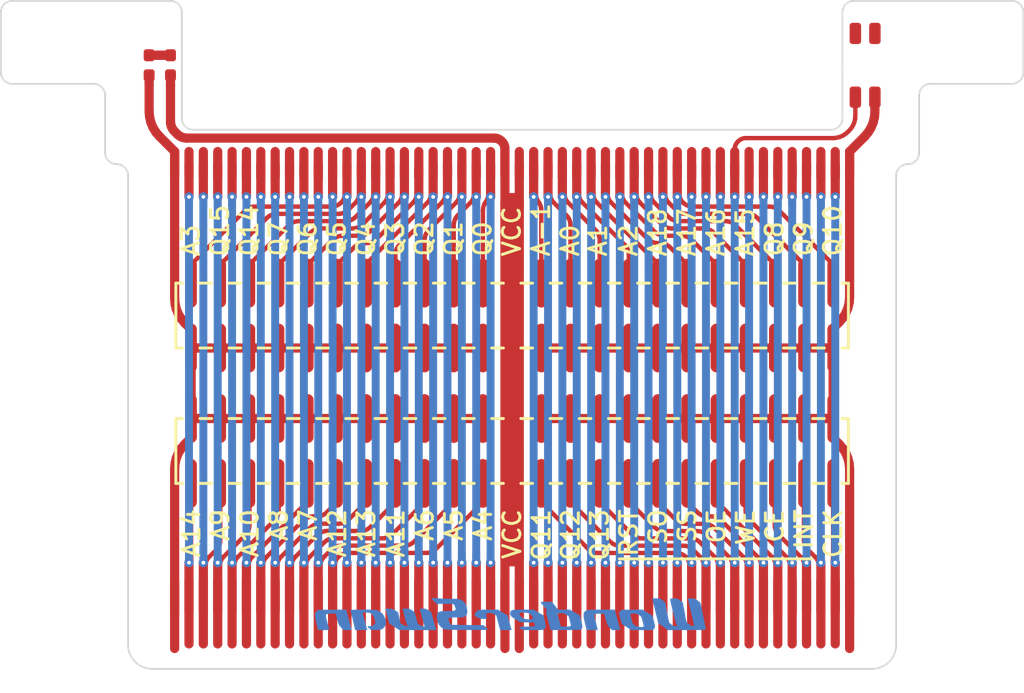
<source format=kicad_pcb>
(kicad_pcb (version 20171130) (host pcbnew "(5.1.10)-1")
  (layers (0 F.Cu signal) (31 B.Cu signal) (34 B.Paste user) (35 F.Paste user) (36 B.SilkS user) (37 F.SilkS user) (38 B.Mask user) (39 F.Mask user) (44 Edge.Cuts user))
  (net 0 "")
  (net 1 "Net-(D2-Pad1)")
  (net 2 VDD)
  (net 3 VSS)
  (net 4 /A3)
  (net 5 /Q15)
  (net 6 /Q14)
  (net 7 /Q7)
  (net 8 /Q6)
  (net 9 /Q5)
  (net 10 /Q4)
  (net 11 /Q3)
  (net 12 /Q2)
  (net 13 /Q1)
  (net 14 /Q0)
  (net 15 /A-1)
  (net 16 /A0)
  (net 17 /A1)
  (net 18 /A2)
  (net 19 /A18)
  (net 20 /A17)
  (net 21 /A16)
  (net 22 /A15)
  (net 23 /Q8)
  (net 24 /Q9)
  (net 25 /Q10)
  (net 26 /A14)
  (net 27 /A9)
  (net 28 /A10)
  (net 29 /A8)
  (net 30 /A7)
  (net 31 /A12)
  (net 32 /A13)
  (net 33 /A11)
  (net 34 /A6)
  (net 35 /A5)
  (net 36 /A4)
  (net 37 /Q11)
  (net 38 /Q12)
  (net 39 /Q13)
  (net 40 /~RST)
  (net 41 /~SS)
  (net 42 /~SO)
  (net 43 /~OE)
  (net 44 /~WE)
  (net 45 /~CS)
  (net 46 /~INT)
  (net 47 /CLK)
  (net 48 "Net-(U4-Pad29)")
  (module WonderSwan:WSLOGO (layer B.Cu) (at 130.89399 122.9 180)
    (fp_text reference Ref** hide)
    (fp_text value Val** hide)
    (fp_poly (pts (xy 15.274427 0.205788) (xy 15.580273 0.203686) (xy 15.660619 0.202916) (xy 16.885571 0.1905) (xy 17.010249 0.070989) (xy 17.087158 -0.01616) (xy 17.136151 -0.112158) (xy 17.157516 -0.230416) (xy 17.151541 -0.384344) (xy 17.118513 -0.587352) (xy 17.058722 -0.852851) (xy 17.032397 -0.959543) (xy 16.880498 -1.566333) (xy 16.396063 -1.566333) (xy 16.187549 -1.56528) (xy 16.050222 -1.560682) (xy 15.970611 -1.550381) (xy 15.935249 -1.532219) (xy 15.930666 -1.50404) (xy 15.93359 -1.49225) (xy 15.989802 -1.294353) (xy 16.047884 -1.075891) (xy 16.103406 -0.855267) (xy 16.151934 -0.650883) (xy 16.189037 -0.481144) (xy 16.210282 -0.36445) (xy 16.213602 -0.329573) (xy 16.196651 -0.2407) (xy 16.137867 -0.180824) (xy 16.025529 -0.145227) (xy 15.847919 -0.129194) (xy 15.710242 -0.127) (xy 15.370585 -0.127) (xy 15.286454 -0.41275) (xy 15.233661 -0.597291) (xy 15.182226 -0.785567) (xy 15.149999 -0.910167) (xy 15.089757 -1.074783) (xy 14.984887 -1.233506) (xy 14.88753 -1.344083) (xy 14.677385 -1.566333) (xy 14.32084 -1.566333) (xy 14.147338 -1.564646) (xy 14.043261 -1.557333) (xy 13.993397 -1.541019) (xy 13.982535 -1.512329) (xy 13.986987 -1.49225) (xy 14.008084 -1.41824) (xy 14.04499 -1.283662) (xy 14.093733 -1.103454) (xy 14.150341 -0.892554) (xy 14.210842 -0.665899) (xy 14.271262 -0.438426) (xy 14.32763 -0.225074) (xy 14.375974 -0.04078) (xy 14.412321 0.099519) (xy 14.432699 0.180885) (xy 14.435667 0.194991) (xy 14.47624 0.199764) (xy 14.590938 0.203298) (xy 14.769224 0.205526) (xy 15.000566 0.206378) (xy 15.274427 0.205788)) (layer B.Cu) (width 0.01))
    (fp_poly (pts (xy 13.236 0.21309) (xy 13.485725 0.208461) (xy 13.705624 0.200938) (xy 13.882465 0.190545) (xy 14.003014 0.177304) (xy 14.054039 0.161237) (xy 14.054881 0.15875) (xy 14.045415 0.103049) (xy 14.018878 -0.021644) (xy 13.978268 -0.202063) (xy 13.92658 -0.424945) (xy 13.866812 -0.677026) (xy 13.854039 -0.73025) (xy 13.652984 -1.566333) (xy 13.134159 -1.566333) (xy 12.935885 -1.565525) (xy 12.772692 -1.56332) (xy 12.660741 -1.560049) (xy 12.616193 -1.556042) (xy 12.616016 -1.55575) (xy 12.626795 -1.513562) (xy 12.656347 -1.402678) (xy 12.701178 -1.236086) (xy 12.757793 -1.026774) (xy 12.82106 -0.79375) (xy 13.025421 -0.042333) (xy 12.69516 -0.042333) (xy 12.527134 -0.044177) (xy 12.417041 -0.055399) (xy 12.33815 -0.084539) (xy 12.263731 -0.140135) (xy 12.198181 -0.201083) (xy 12.099718 -0.309353) (xy 12.027248 -0.430604) (xy 11.970507 -0.587675) (xy 11.919228 -0.803405) (xy 11.912478 -0.836693) (xy 11.905872 -0.935946) (xy 11.943092 -1.019148) (xy 12.014458 -1.09897) (xy 12.109383 -1.179653) (xy 12.206497 -1.217627) (xy 12.345152 -1.227633) (xy 12.358077 -1.227667) (xy 12.479902 -1.233702) (xy 12.557793 -1.249155) (xy 12.573 -1.261695) (xy 12.545065 -1.309133) (xy 12.474445 -1.389738) (xy 12.433401 -1.431029) (xy 12.363262 -1.495398) (xy 12.300077 -1.53502) (xy 12.221238 -1.555635) (xy 12.104138 -1.562982) (xy 11.926168 -1.562802) (xy 11.914818 -1.562695) (xy 11.728172 -1.55696) (xy 11.560325 -1.544845) (xy 11.439311 -1.528603) (xy 11.41325 -1.522373) (xy 11.222437 -1.424785) (xy 11.084953 -1.26886) (xy 11.00666 -1.066369) (xy 10.99342 -0.829084) (xy 11.010395 -0.71338) (xy 11.11223 -0.409287) (xy 11.278399 -0.157187) (xy 11.504272 0.03754) (xy 11.764401 0.162619) (xy 11.852375 0.178866) (xy 12.003156 0.192063) (xy 12.203511 0.202233) (xy 12.440206 0.209398) (xy 12.700007 0.213581) (xy 12.969683 0.214805) (xy 13.236 0.21309)) (layer B.Cu) (width 0.01))
    (fp_poly (pts (xy 10.870535 0.291902) (xy 10.970724 0.280303) (xy 11.007929 0.264583) (xy 10.998137 0.214456) (xy 10.970332 0.097702) (xy 10.928277 -0.070483) (xy 10.875734 -0.274907) (xy 10.849179 -0.376543) (xy 10.689167 -0.98592) (xy 10.256661 -1.276127) (xy 9.824156 -1.566333) (xy 6.609926 -1.566333) (xy 6.712219 -1.195917) (xy 6.772004 -0.980797) (xy 6.842798 -0.728092) (xy 6.912313 -0.481618) (xy 6.934853 -0.402167) (xy 7.055193 0.021167) (xy 7.282807 0.15875) (xy 7.43263 0.240236) (xy 7.562513 0.281753) (xy 7.717175 0.295681) (xy 7.77973 0.296333) (xy 7.925542 0.293695) (xy 8.003499 0.282416) (xy 8.030339 0.257457) (xy 8.025631 0.22225) (xy 8.003993 0.148763) (xy 7.966472 0.016372) (xy 7.917451 -0.158995) (xy 7.86131 -0.361409) (xy 7.802434 -0.574941) (xy 7.745203 -0.783662) (xy 7.694 -0.971643) (xy 7.653208 -1.122956) (xy 7.627208 -1.221671) (xy 7.62 -1.252182) (xy 7.653519 -1.273224) (xy 7.74162 -1.258814) (xy 7.865624 -1.215933) (xy 8.006848 -1.151565) (xy 8.146612 -1.072692) (xy 8.205407 -1.033364) (xy 8.221119 -0.991123) (xy 8.253983 -0.882932) (xy 8.299354 -0.724653) (xy 8.35259 -0.53215) (xy 8.358526 -0.510308) (xy 8.412557 -0.314514) (xy 8.459495 -0.150701) (xy 8.494612 -0.034937) (xy 8.513177 0.016709) (xy 8.513952 0.017739) (xy 8.555805 0.046615) (xy 8.647453 0.106029) (xy 8.739538 0.164482) (xy 8.868661 0.238165) (xy 8.982926 0.27813) (xy 9.119514 0.294142) (xy 9.241484 0.296333) (xy 9.402895 0.291998) (xy 9.490789 0.277599) (xy 9.515937 0.251046) (xy 9.514138 0.243417) (xy 9.497761 0.184865) (xy 9.466379 0.060166) (xy 9.424001 -0.114326) (xy 9.374636 -0.322253) (xy 9.35592 -0.402167) (xy 9.300056 -0.625429) (xy 9.242522 -0.827707) (xy 9.189143 -0.990251) (xy 9.145747 -1.094311) (xy 9.135596 -1.11125) (xy 9.053568 -1.227667) (xy 9.182815 -1.227667) (xy 9.291654 -1.205469) (xy 9.431046 -1.148545) (xy 9.518558 -1.100608) (xy 9.725054 -0.973549) (xy 9.815527 -0.548663) (xy 9.853524 -0.365302) (xy 9.88366 -0.210513) (xy 9.902099 -0.104554) (xy 9.906 -0.070905) (xy 9.940288 -0.025623) (xy 10.030816 0.045213) (xy 10.159083 0.127383) (xy 10.179292 0.13915) (xy 10.337875 0.224508) (xy 10.463551 0.272151) (xy 10.59302 0.292563) (xy 10.729625 0.296333) (xy 10.870535 0.291902)) (layer B.Cu) (width 0.01))
    (fp_poly (pts (xy 7.01128 1.21469) (xy 7.013591 1.213188) (xy 7.000395 1.171344) (xy 6.938465 1.087412) (xy 6.840274 0.977801) (xy 6.814633 0.951453) (xy 6.585726 0.719667) (xy 5.864613 0.719019) (xy 5.623526 0.716967) (xy 5.410502 0.711693) (xy 5.240603 0.703846) (xy 5.128894 0.694073) (xy 5.092225 0.685785) (xy 5.038414 0.620226) (xy 4.980674 0.506024) (xy 4.933403 0.377197) (xy 4.911002 0.267762) (xy 4.910667 0.256849) (xy 4.924816 0.193118) (xy 4.974173 0.146627) (xy 5.0691 0.114964) (xy 5.219961 0.095718) (xy 5.43712 0.086479) (xy 5.650819 0.084667) (xy 5.931588 0.080899) (xy 6.140716 0.067105) (xy 6.290997 0.039551) (xy 6.395224 -0.005496) (xy 6.466189 -0.07177) (xy 6.516684 -0.163006) (xy 6.519098 -0.168765) (xy 6.550707 -0.32795) (xy 6.542351 -0.541157) (xy 6.49523 -0.788424) (xy 6.478053 -0.851425) (xy 6.377594 -1.074978) (xy 6.221813 -1.274788) (xy 6.032889 -1.424216) (xy 5.976655 -1.453592) (xy 5.926164 -1.475721) (xy 5.873794 -1.494041) (xy 5.811278 -1.508977) (xy 5.730347 -1.520952) (xy 5.622732 -1.530389) (xy 5.480166 -1.53771) (xy 5.29438 -1.54334) (xy 5.057105 -1.547701) (xy 4.760075 -1.551217) (xy 4.395019 -1.554311) (xy 3.953671 -1.557405) (xy 3.947584 -1.557446) (xy 3.563079 -1.559238) (xy 3.206005 -1.559384) (xy 2.884979 -1.557991) (xy 2.608618 -1.555167) (xy 2.385541 -1.551021) (xy 2.224363 -1.545659) (xy 2.133703 -1.539191) (xy 2.116667 -1.53451) (xy 2.144767 -1.488256) (xy 2.2176 -1.404419) (xy 2.296584 -1.323765) (xy 2.4765 -1.148235) (xy 5.299092 -1.121833) (xy 5.395754 -1.009402) (xy 5.470119 -0.888665) (xy 5.520404 -0.746932) (xy 5.522568 -0.736246) (xy 5.534388 -0.640246) (xy 5.521553 -0.569941) (xy 5.473615 -0.521386) (xy 5.38013 -0.490635) (xy 5.23065 -0.473744) (xy 5.014731 -0.466767) (xy 4.806162 -0.465667) (xy 4.54037 -0.463354) (xy 4.344846 -0.453453) (xy 4.205247 -0.431523) (xy 4.107233 -0.393119) (xy 4.036462 -0.333799) (xy 3.978592 -0.24912) (xy 3.952807 -0.201302) (xy 3.907104 -0.059125) (xy 3.906214 0.120647) (xy 3.908812 0.145378) (xy 3.966678 0.464924) (xy 4.062074 0.714774) (xy 4.199516 0.903199) (xy 4.383517 1.038466) (xy 4.401395 1.04775) (xy 4.481037 1.084467) (xy 4.561728 1.11037) (xy 4.65992 1.127306) (xy 4.792069 1.137124) (xy 4.97463 1.14167) (xy 5.224056 1.142793) (xy 5.24772 1.142791) (xy 5.534739 1.14642) (xy 5.848219 1.156488) (xy 6.152805 1.171516) (xy 6.413137 1.190024) (xy 6.444571 1.192859) (xy 6.649896 1.209582) (xy 6.824079 1.219199) (xy 6.950185 1.221103) (xy 7.01128 1.21469)) (layer B.Cu) (width 0.01))
    (fp_poly (pts (xy 2.340775 0.209205) (xy 2.586345 0.201273) (xy 2.771643 0.185329) (xy 2.908824 0.159251) (xy 3.010044 0.120917) (xy 3.087457 0.068204) (xy 3.138539 0.016426) (xy 3.197921 -0.083724) (xy 3.236171 -0.196614) (xy 3.246731 -0.272327) (xy 3.229045 -0.327168) (xy 3.168112 -0.380831) (xy 3.048929 -0.453012) (xy 3.034646 -0.461197) (xy 2.895079 -0.533849) (xy 2.773198 -0.573768) (xy 2.631317 -0.590196) (xy 2.498508 -0.592667) (xy 2.192155 -0.592667) (xy 2.225151 -0.47625) (xy 2.251594 -0.341721) (xy 2.261491 -0.232833) (xy 2.259021 -0.16085) (xy 2.23338 -0.120593) (xy 2.164488 -0.099525) (xy 2.032266 -0.085113) (xy 2.02362 -0.084341) (xy 1.865705 -0.077822) (xy 1.745276 -0.098775) (xy 1.617079 -0.156707) (xy 1.57912 -0.17774) (xy 1.375834 -0.292631) (xy 1.037894 -1.566333) (xy 0.05034 -1.566333) (xy 0.15331 -1.195917) (xy 0.210342 -0.98811) (xy 0.268365 -0.772376) (xy 0.316524 -0.58916) (xy 0.324391 -0.558511) (xy 0.392502 -0.291523) (xy 1.248834 0.210831) (xy 2.022777 0.211249) (xy 2.340775 0.209205)) (layer B.Cu) (width 0.01))
    (fp_poly (pts (xy -0.627461 0.210295) (xy -0.363132 0.2043) (xy -0.16468 0.190863) (xy -0.022717 0.167163) (xy 0.072141 0.130383) (xy 0.129281 0.077702) (xy 0.158088 0.006301) (xy 0.167948 -0.08664) (xy 0.168685 -0.129492) (xy 0.163916 -0.219097) (xy 0.141145 -0.292798) (xy 0.088991 -0.362509) (xy -0.00393 -0.440142) (xy -0.149001 -0.537609) (xy -0.326693 -0.647934) (xy -0.716885 -0.886658) (xy -1.318053 -0.898412) (xy -1.919221 -0.910167) (xy -1.958437 -1.02798) (xy -1.983491 -1.113592) (xy -1.98641 -1.176207) (xy -1.957 -1.219414) (xy -1.885067 -1.246806) (xy -1.760415 -1.261972) (xy -1.572851 -1.268503) (xy -1.31218 -1.26999) (xy -1.271328 -1.27) (xy -1.042481 -1.271869) (xy -0.846683 -1.277037) (xy -0.698064 -1.28484) (xy -0.610753 -1.294617) (xy -0.59357 -1.30175) (xy -0.625746 -1.342791) (xy -0.706421 -1.411032) (xy -0.759084 -1.449917) (xy -0.923694 -1.566333) (xy -1.810805 -1.566333) (xy -2.108305 -1.565865) (xy -2.333236 -1.563752) (xy -2.497693 -1.558931) (xy -2.613772 -1.550339) (xy -2.693569 -1.536915) (xy -2.749178 -1.517595) (xy -2.792695 -1.491317) (xy -2.809457 -1.478594) (xy -2.873292 -1.411412) (xy -2.908953 -1.323575) (xy -2.916633 -1.201619) (xy -2.896522 -1.032082) (xy -2.848813 -0.801498) (xy -2.820748 -0.683855) (xy -2.774603 -0.495234) (xy -1.814057 -0.495234) (xy -1.799678 -0.591839) (xy -1.74727 -0.612598) (xy -1.633232 -0.627893) (xy -1.48056 -0.634852) (xy -1.454034 -0.635) (xy -1.276923 -0.630737) (xy -1.149416 -0.612127) (xy -1.036632 -0.570437) (xy -0.9045 -0.497417) (xy -0.736355 -0.37536) (xy -0.649485 -0.256456) (xy -0.640859 -0.136037) (xy -0.650272 -0.105928) (xy -0.684946 -0.071388) (xy -0.766464 -0.051383) (xy -0.9103 -0.043045) (xy -0.993482 -0.042333) (xy -1.179298 -0.047822) (xy -1.315937 -0.069423) (xy -1.438469 -0.114841) (xy -1.523481 -0.15875) (xy -1.664224 -0.259937) (xy -1.765031 -0.37829) (xy -1.814057 -0.495234) (xy -2.774603 -0.495234) (xy -2.723956 -0.288211) (xy -2.289478 -0.038272) (xy -1.855001 0.211667) (xy -0.967051 0.211667) (xy -0.627461 0.210295)) (layer B.Cu) (width 0.01))
    (fp_poly (pts (xy -2.591653 0.887138) (xy -2.516955 0.868815) (xy -2.506739 0.82468) (xy -2.557621 0.744068) (xy -2.666217 0.616316) (xy -2.809722 0.453118) (xy -2.928023 0.314782) (xy -2.99785 0.222399) (xy -3.027542 0.15915) (xy -3.02544 0.108215) (xy -3.004235 0.060825) (xy -2.986475 0.015739) (xy -2.98028 -0.042464) (xy -2.987804 -0.126137) (xy -3.0112 -0.247636) (xy -3.052623 -0.419316) (xy -3.114226 -0.653531) (xy -3.155197 -0.805043) (xy -3.362127 -1.566333) (xy -4.612647 -1.56365) (xy -4.934016 -1.561696) (xy -5.231328 -1.557482) (xy -5.493061 -1.551362) (xy -5.707696 -1.543688) (xy -5.863712 -1.534812) (xy -5.94959 -1.525087) (xy -5.959032 -1.522453) (xy -6.044317 -1.470372) (xy -6.093963 -1.38932) (xy -6.109119 -1.267359) (xy -6.099784 -1.17762) (xy -5.110822 -1.17762) (xy -5.107826 -1.20441) (xy -5.080288 -1.235546) (xy -5.016539 -1.255363) (xy -4.901679 -1.266069) (xy -4.720803 -1.26987) (xy -4.664804 -1.27) (xy -4.246951 -1.27) (xy -4.092584 -0.712003) (xy -4.037326 -0.507997) (xy -3.992822 -0.335429) (xy -3.962823 -0.209507) (xy -3.95108 -0.145437) (xy -3.951621 -0.140601) (xy -3.997538 -0.129991) (xy -4.10299 -0.116129) (xy -4.215596 -0.104779) (xy -4.363457 -0.096552) (xy -4.472452 -0.110376) (xy -4.581074 -0.155656) (xy -4.695612 -0.222095) (xy -4.925058 -0.361828) (xy -5.029027 -0.750324) (xy -5.071819 -0.926292) (xy -5.100343 -1.075981) (xy -5.110822 -1.17762) (xy -6.099784 -1.17762) (xy -6.090934 -1.092549) (xy -6.040556 -0.852952) (xy -6.02831 -0.802636) (xy -5.980548 -0.615072) (xy -5.937745 -0.457443) (xy -5.905102 -0.348295) (xy -5.889492 -0.307863) (xy -5.843947 -0.272455) (xy -5.74011 -0.206028) (xy -5.593862 -0.118394) (xy -5.437137 -0.028391) (xy -5.011108 0.211667) (xy -3.994316 0.211667) (xy -3.722703 0.550333) (xy -3.451089 0.889) (xy -2.948028 0.889) (xy -2.734216 0.890312) (xy -2.591653 0.887138)) (layer B.Cu) (width 0.01))
    (fp_poly (pts (xy -7.423219 0.210869) (xy -7.130335 0.20764) (xy -6.901501 0.200721) (xy -6.726414 0.188856) (xy -6.594769 0.170789) (xy -6.496263 0.145264) (xy -6.42059 0.111023) (xy -6.357448 0.06681) (xy -6.31825 0.032134) (xy -6.255239 -0.064136) (xy -6.226268 -0.207945) (xy -6.2316 -0.406447) (xy -6.271498 -0.666797) (xy -6.346226 -0.996149) (xy -6.357826 -1.041737) (xy -6.492652 -1.566333) (xy -6.971659 -1.566333) (xy -7.161665 -1.56522) (xy -7.316007 -1.562198) (xy -7.417838 -1.55774) (xy -7.450666 -1.552845) (xy -7.440608 -1.509263) (xy -7.413003 -1.398951) (xy -7.371706 -1.237095) (xy -7.320572 -1.038881) (xy -7.302894 -0.970762) (xy -7.248665 -0.755636) (xy -7.203321 -0.56345) (xy -7.170906 -0.412279) (xy -7.155463 -0.3202) (xy -7.154727 -0.308406) (xy -7.17808 -0.224229) (xy -7.254907 -0.169101) (xy -7.394109 -0.140044) (xy -7.604583 -0.13408) (xy -7.670208 -0.135878) (xy -8.015941 -0.148167) (xy -8.156771 -0.654848) (xy -8.21892 -0.872246) (xy -8.269828 -1.027252) (xy -8.318948 -1.13957) (xy -8.375734 -1.228906) (xy -8.44964 -1.314966) (xy -8.496959 -1.363932) (xy -8.696317 -1.566333) (xy -9.047158 -1.566333) (xy -9.207532 -1.564282) (xy -9.329406 -1.558818) (xy -9.393096 -1.550976) (xy -9.398 -1.547905) (xy -9.387493 -1.50297) (xy -9.35839 -1.390113) (xy -9.314321 -1.223114) (xy -9.258915 -1.015749) (xy -9.211237 -0.838822) (xy -9.145206 -0.594433) (xy -9.083338 -0.365065) (xy -9.030571 -0.169062) (xy -8.991845 -0.024767) (xy -8.976771 0.03175) (xy -8.92907 0.211667) (xy -7.790457 0.211667) (xy -7.423219 0.210869)) (layer B.Cu) (width 0.01))
    (fp_poly (pts (xy -10.432697 0.20339) (xy -9.526744 0.1905) (xy -9.412327 0.075993) (xy -9.347413 0.005384) (xy -9.319752 -0.056227) (xy -9.323534 -0.140154) (xy -9.349486 -0.262673) (xy -9.390368 -0.427375) (xy -9.44334 -0.623984) (xy -9.485265 -0.770149) (xy -9.569468 -1.053464) (xy -9.979359 -1.309899) (xy -10.389249 -1.566333) (xy -12.238182 -1.566333) (xy -12.342091 -1.462424) (xy -12.395865 -1.400507) (xy -12.426959 -1.334273) (xy -12.435023 -1.248008) (xy -12.433273 -1.234062) (xy -11.455959 -1.234062) (xy -11.452998 -1.267037) (xy -11.398178 -1.292221) (xy -11.287077 -1.308667) (xy -11.194027 -1.312333) (xy -11.021054 -1.298743) (xy -10.864718 -1.249519) (xy -10.731499 -1.181654) (xy -10.593415 -1.095305) (xy -10.512766 -1.01762) (xy -10.468227 -0.926192) (xy -10.459537 -0.895904) (xy -10.392238 -0.634478) (xy -10.345348 -0.443468) (xy -10.316562 -0.311725) (xy -10.303579 -0.228102) (xy -10.304093 -0.181449) (xy -10.30911 -0.167806) (xy -10.361876 -0.145956) (xy -10.472771 -0.131147) (xy -10.585196 -0.127) (xy -10.760172 -0.137346) (xy -10.899756 -0.177178) (xy -11.040846 -0.253005) (xy -11.133519 -0.312414) (xy -11.197908 -0.367329) (xy -11.24529 -0.436891) (xy -11.286943 -0.540244) (xy -11.334143 -0.696528) (xy -11.363312 -0.800376) (xy -11.409819 -0.980238) (xy -11.44194 -1.131244) (xy -11.455959 -1.234062) (xy -12.433273 -1.234062) (xy -12.419705 -1.125997) (xy -12.380654 -0.952526) (xy -12.326051 -0.743596) (xy -12.213166 -0.323025) (xy -11.33865 0.216279) (xy -10.432697 0.20339)) (layer B.Cu) (width 0.01))
    (fp_poly (pts (xy -12.205602 1.185333) (xy -12.4603 0.116417) (xy -12.714997 -0.9525) (xy -13.13127 -1.259417) (xy -13.547542 -1.566333) (xy -15.198104 -1.566333) (xy -15.615191 -1.566195) (xy -15.955424 -1.565527) (xy -16.226618 -1.563947) (xy -16.436587 -1.561072) (xy -16.593145 -1.556521) (xy -16.704105 -1.54991) (xy -16.777282 -1.540859) (xy -16.820488 -1.528984) (xy -16.841538 -1.513904) (xy -16.848245 -1.495237) (xy -16.848666 -1.485608) (xy -16.840426 -1.424168) (xy -16.817506 -1.295489) (xy -16.782603 -1.112622) (xy -16.738418 -0.888619) (xy -16.687649 -0.636531) (xy -16.632996 -0.369409) (xy -16.577157 -0.100305) (xy -16.522832 0.15773) (xy -16.472719 0.391644) (xy -16.429518 0.588388) (xy -16.395927 0.734908) (xy -16.374646 0.818154) (xy -16.369363 0.832081) (xy -16.32857 0.864854) (xy -16.239427 0.933015) (xy -16.126676 1.017734) (xy -16.002447 1.10607) (xy -15.90472 1.156283) (xy -15.79975 1.17908) (xy -15.65379 1.185166) (xy -15.598401 1.185333) (xy -15.294759 1.185333) (xy -15.563713 0.032153) (xy -15.633714 -0.269832) (xy -15.69693 -0.546084) (xy -15.750891 -0.785522) (xy -15.793125 -0.977066) (xy -15.821165 -1.109635) (xy -15.832539 -1.17215) (xy -15.832666 -1.174347) (xy -15.801188 -1.224746) (xy -15.717965 -1.229735) (xy -15.599819 -1.193577) (xy -15.463572 -1.120537) (xy -15.37807 -1.059143) (xy -15.254042 -0.95155) (xy -15.183352 -0.8604) (xy -15.147033 -0.758081) (xy -15.138201 -0.709893) (xy -15.120616 -0.606204) (xy -15.09056 -0.43839) (xy -15.051509 -0.225477) (xy -15.006938 0.01351) (xy -14.9805 0.153546) (xy -14.851012 0.836259) (xy -14.613255 1.010796) (xy -14.483742 1.101962) (xy -14.383884 1.154194) (xy -14.279869 1.178292) (xy -14.137886 1.185059) (xy -14.066916 1.185333) (xy -13.897234 1.18099) (xy -13.799249 1.166401) (xy -13.76036 1.139233) (xy -13.758333 1.128135) (xy -13.768779 1.046403) (xy -13.797745 0.898637) (xy -13.841669 0.699003) (xy -13.896993 0.461665) (xy -13.960158 0.200788) (xy -14.027602 -0.069463) (xy -14.095767 -0.334922) (xy -14.161092 -0.581426) (xy -14.220019 -0.794808) (xy -14.268987 -0.960904) (xy -14.304437 -1.06555) (xy -14.315782 -1.090083) (xy -14.400239 -1.227667) (xy -14.222961 -1.227667) (xy -14.078412 -1.209453) (xy -13.944229 -1.144622) (xy -13.870258 -1.091177) (xy -13.766662 -1.008198) (xy -13.692905 -0.94473) (xy -13.672462 -0.923937) (xy -13.658213 -0.874854) (xy -13.631186 -0.755289) (xy -13.594035 -0.578006) (xy -13.549415 -0.35577) (xy -13.499982 -0.101348) (xy -13.484974 -0.022566) (xy -13.319857 0.848053) (xy -13.101268 1.016693) (xy -12.987968 1.100934) (xy -12.898818 1.151088) (xy -12.804651 1.175985) (xy -12.6763 1.184453) (xy -12.544141 1.185334) (xy -12.205602 1.185333)) (layer B.Cu) (width 0.01))
  )
  (module WonderSwan:MODERN_EDGE (layer F.Cu) (at 130.89399 122.9)
    (fp_text reference U4 hide)
    (fp_text value "WS Edge")
    (pad 48 smd oval (at 29.375 0.2) (size 0.8 6.75) (layers F.Cu F.Paste F.Mask) (net 3 VSS))
    (pad 47 smd oval (at 28.125 0) (size 0.8 6.35) (layers F.Cu F.Paste F.Mask) (net 47 /CLK))
    (pad 46 smd oval (at 26.875 0) (size 0.8 6.35) (layers F.Cu F.Paste F.Mask) (net 46 /~INT))
    (pad 45 smd oval (at 25.625 0) (size 0.8 6.35) (layers F.Cu F.Paste F.Mask) (net 45 /~CS))
    (pad 44 smd oval (at 24.375 0) (size 0.8 6.35) (layers F.Cu F.Paste F.Mask) (net 44 /~WE))
    (pad 43 smd oval (at 23.125 0) (size 0.8 6.35) (layers F.Cu F.Paste F.Mask) (net 43 /~OE))
    (pad 42 smd oval (at 21.875 0) (size 0.8 6.35) (layers F.Cu F.Paste F.Mask) (net 41 /~SS))
    (pad 41 smd oval (at 20.625 0) (size 0.8 6.35) (layers F.Cu F.Paste F.Mask) (net 42 /~SO))
    (pad 40 smd oval (at 19.375 0) (size 0.8 6.35) (layers F.Cu F.Paste F.Mask) (net 40 /~RST))
    (pad 39 smd oval (at 18.125 0) (size 0.8 6.35) (layers F.Cu F.Paste F.Mask) (net 39 /Q13))
    (pad 38 smd oval (at 16.875 0) (size 0.8 6.35) (layers F.Cu F.Paste F.Mask) (net 38 /Q12))
    (pad 37 smd oval (at 15.625 0) (size 0.8 6.35) (layers F.Cu F.Paste F.Mask) (net 37 /Q11))
    (pad 36 smd oval (at 14.375 0) (size 0.8 6.35) (layers F.Cu F.Paste F.Mask) (net 25 /Q10))
    (pad 35 smd oval (at 13.125 0) (size 0.8 6.35) (layers F.Cu F.Paste F.Mask) (net 24 /Q9))
    (pad 34 smd oval (at 11.875 0) (size 0.8 6.35) (layers F.Cu F.Paste F.Mask) (net 23 /Q8))
    (pad 33 smd oval (at 10.625 0) (size 0.8 6.35) (layers F.Cu F.Paste F.Mask) (net 22 /A15))
    (pad 32 smd oval (at 9.375 0) (size 0.8 6.35) (layers F.Cu F.Paste F.Mask) (net 21 /A16))
    (pad 31 smd oval (at 8.125 0) (size 0.8 6.35) (layers F.Cu F.Paste F.Mask) (net 20 /A17))
    (pad 30 smd oval (at 6.875 0) (size 0.8 6.35) (layers F.Cu F.Paste F.Mask) (net 19 /A18))
    (pad 29 smd oval (at 5.625 0) (size 0.8 6.35) (layers F.Cu F.Paste F.Mask) (net 48 "Net-(U4-Pad29)"))
    (pad 28 smd oval (at 4.375 0) (size 0.8 6.35) (layers F.Cu F.Paste F.Mask) (net 17 /A1))
    (pad 27 smd oval (at 3.125 0) (size 0.8 6.35) (layers F.Cu F.Paste F.Mask) (net 16 /A0))
    (pad 26 smd oval (at 1.875 0) (size 0.8 6.35) (layers F.Cu F.Paste F.Mask) (net 15 /A-1))
    (pad 25 smd oval (at 0.625 0.2) (size 0.8 6.75) (layers F.Cu F.Paste F.Mask) (net 2 VDD))
    (pad 24 smd oval (at -0.625 0.2) (size 0.8 6.75) (layers F.Cu F.Paste F.Mask) (net 2 VDD))
    (pad 23 smd oval (at -1.875 0) (size 0.8 6.35) (layers F.Cu F.Paste F.Mask) (net 14 /Q0))
    (pad 22 smd oval (at -3.125 0) (size 0.8 6.35) (layers F.Cu F.Paste F.Mask) (net 13 /Q1))
    (pad 21 smd oval (at -4.375 0) (size 0.8 6.35) (layers F.Cu F.Paste F.Mask) (net 12 /Q2))
    (pad 20 smd oval (at -5.625 0) (size 0.8 6.35) (layers F.Cu F.Paste F.Mask) (net 11 /Q3))
    (pad 19 smd oval (at -6.875 0) (size 0.8 6.35) (layers F.Cu F.Paste F.Mask) (net 10 /Q4))
    (pad 18 smd oval (at -8.125 0) (size 0.8 6.35) (layers F.Cu F.Paste F.Mask) (net 9 /Q5))
    (pad 17 smd oval (at -9.375 0) (size 0.8 6.35) (layers F.Cu F.Paste F.Mask) (net 8 /Q6))
    (pad 16 smd oval (at -10.625 0) (size 0.8 6.35) (layers F.Cu F.Paste F.Mask) (net 7 /Q7))
    (pad 15 smd oval (at -11.875 0) (size 0.8 6.35) (layers F.Cu F.Paste F.Mask) (net 6 /Q14))
    (pad 14 smd oval (at -13.125 0) (size 0.8 6.35) (layers F.Cu F.Paste F.Mask) (net 5 /Q15))
    (pad 13 smd oval (at -14.375 0) (size 0.8 6.35) (layers F.Cu F.Paste F.Mask) (net 4 /A3))
    (pad 12 smd oval (at -15.625 0) (size 0.8 6.35) (layers F.Cu F.Paste F.Mask) (net 36 /A4))
    (pad 11 smd oval (at -16.875 0) (size 0.8 6.35) (layers F.Cu F.Paste F.Mask) (net 35 /A5))
    (pad 10 smd oval (at -18.125 0) (size 0.8 6.35) (layers F.Cu F.Paste F.Mask) (net 34 /A6))
    (pad 9 smd oval (at -19.375 0) (size 0.8 6.35) (layers F.Cu F.Paste F.Mask) (net 33 /A11))
    (pad 8 smd oval (at -20.625 0) (size 0.8 6.35) (layers F.Cu F.Paste F.Mask) (net 32 /A13))
    (pad 7 smd oval (at -21.875 0) (size 0.8 6.35) (layers F.Cu F.Paste F.Mask) (net 31 /A12))
    (pad 6 smd oval (at -23.125 0) (size 0.8 6.35) (layers F.Cu F.Paste F.Mask) (net 30 /A7))
    (pad 5 smd oval (at -24.375 0) (size 0.8 6.35) (layers F.Cu F.Paste F.Mask) (net 29 /A8))
    (pad 4 smd oval (at -25.625 0) (size 0.8 6.35) (layers F.Cu F.Paste F.Mask) (net 28 /A10))
    (pad 3 smd oval (at -26.875 0) (size 0.8 6.35) (layers F.Cu F.Paste F.Mask) (net 27 /A9))
    (pad 2 smd oval (at -28.125 0) (size 0.8 6.35) (layers F.Cu F.Paste F.Mask) (net 26 /A14))
    (pad 1 smd oval (at -29.375 0.2) (size 0.8 6.75) (layers F.Cu F.Paste F.Mask) (net 3 VSS))
  )
  (module WonderSwan:MODERN_CONNECTOR (layer F.Cu) (at 130.89399 83.889)
    (fp_text reference J2 hide)
    (fp_text value "WS Conn")
    (pad "" np_thru_hole circle (at 35.85 -10.5) (size 2.075 2.075) (drill 2.075) (layers *.Cu *.Mask))
    (pad "" np_thru_hole circle (at -35.85 -10.5) (size 2.075 2.075) (drill 2.075) (layers *.Cu *.Mask))
    (pad "" np_thru_hole circle (at -40.75 -10.5) (size 3.15 3.15) (drill 3.15) (layers *.Cu *.Mask))
    (pad "" np_thru_hole circle (at 40.75 -10.5) (size 3.15 3.15) (drill 3.15) (layers *.Cu *.Mask))
    (pad 48 smd oval (at 29.375 0) (size 0.8 3) (layers F.Cu F.Paste F.Mask) (net 3 VSS))
    (pad 47 smd oval (at 28.125 0) (size 0.8 3) (layers F.Cu F.Paste F.Mask) (net 47 /CLK))
    (pad 46 smd oval (at 26.875 0) (size 0.8 3) (layers F.Cu F.Paste F.Mask) (net 46 /~INT))
    (pad 45 smd oval (at 25.625 0) (size 0.8 3) (layers F.Cu F.Paste F.Mask) (net 45 /~CS))
    (pad 44 smd oval (at 24.375 0) (size 0.8 3) (layers F.Cu F.Paste F.Mask) (net 44 /~WE))
    (pad 43 smd oval (at 23.125 0) (size 0.8 3) (layers F.Cu F.Paste F.Mask) (net 43 /~OE))
    (pad 42 smd oval (at 21.875 0) (size 0.8 3) (layers F.Cu F.Paste F.Mask) (net 41 /~SS))
    (pad 41 smd oval (at 20.625 0) (size 0.8 3) (layers F.Cu F.Paste F.Mask) (net 42 /~SO))
    (pad 40 smd oval (at 19.375 0) (size 0.8 3) (layers F.Cu F.Paste F.Mask) (net 40 /~RST))
    (pad 39 smd oval (at 18.125 0) (size 0.8 3) (layers F.Cu F.Paste F.Mask) (net 39 /Q13))
    (pad 38 smd oval (at 16.875 0) (size 0.8 3) (layers F.Cu F.Paste F.Mask) (net 38 /Q12))
    (pad 37 smd oval (at 15.625 0) (size 0.8 3) (layers F.Cu F.Paste F.Mask) (net 37 /Q11))
    (pad 36 smd oval (at 14.375 0) (size 0.8 3) (layers F.Cu F.Paste F.Mask) (net 25 /Q10))
    (pad 35 smd oval (at 13.125 0) (size 0.8 3) (layers F.Cu F.Paste F.Mask) (net 24 /Q9))
    (pad 34 smd oval (at 11.875 0) (size 0.8 3) (layers F.Cu F.Paste F.Mask) (net 23 /Q8))
    (pad 33 smd oval (at 10.625 0) (size 0.8 3) (layers F.Cu F.Paste F.Mask) (net 22 /A15))
    (pad 32 smd oval (at 9.375 0) (size 0.8 3) (layers F.Cu F.Paste F.Mask) (net 21 /A16))
    (pad 31 smd oval (at 8.125 0) (size 0.8 3) (layers F.Cu F.Paste F.Mask) (net 20 /A17))
    (pad 30 smd oval (at 6.875 0) (size 0.8 3) (layers F.Cu F.Paste F.Mask) (net 19 /A18))
    (pad 29 smd oval (at 5.625 0) (size 0.8 3) (layers F.Cu F.Paste F.Mask) (net 18 /A2))
    (pad 28 smd oval (at 4.375 0) (size 0.8 3) (layers F.Cu F.Paste F.Mask) (net 17 /A1))
    (pad 27 smd oval (at 3.125 0) (size 0.8 3) (layers F.Cu F.Paste F.Mask) (net 16 /A0))
    (pad 26 smd oval (at 1.875 0) (size 0.8 3) (layers F.Cu F.Paste F.Mask) (net 15 /A-1))
    (pad 25 smd oval (at 0.625 0) (size 0.8 3) (layers F.Cu F.Paste F.Mask) (net 2 VDD))
    (pad 24 smd oval (at -0.625 0) (size 0.8 3) (layers F.Cu F.Paste F.Mask) (net 2 VDD))
    (pad 23 smd oval (at -1.875 0) (size 0.8 3) (layers F.Cu F.Paste F.Mask) (net 14 /Q0))
    (pad 22 smd oval (at -3.125 0) (size 0.8 3) (layers F.Cu F.Paste F.Mask) (net 13 /Q1))
    (pad 21 smd oval (at -4.375 0) (size 0.8 3) (layers F.Cu F.Paste F.Mask) (net 12 /Q2))
    (pad 20 smd oval (at -5.625 0) (size 0.8 3) (layers F.Cu F.Paste F.Mask) (net 11 /Q3))
    (pad 19 smd oval (at -6.875 0) (size 0.8 3) (layers F.Cu F.Paste F.Mask) (net 10 /Q4))
    (pad 18 smd oval (at -8.125 0) (size 0.8 3) (layers F.Cu F.Paste F.Mask) (net 9 /Q5))
    (pad 17 smd oval (at -9.375 0) (size 0.8 3) (layers F.Cu F.Paste F.Mask) (net 8 /Q6))
    (pad 16 smd oval (at -10.625 0) (size 0.8 3) (layers F.Cu F.Paste F.Mask) (net 7 /Q7))
    (pad 15 smd oval (at -11.875 0) (size 0.8 3) (layers F.Cu F.Paste F.Mask) (net 6 /Q14))
    (pad 14 smd oval (at -13.125 0) (size 0.8 3) (layers F.Cu F.Paste F.Mask) (net 5 /Q15))
    (pad 13 smd oval (at -14.375 0) (size 0.8 3) (layers F.Cu F.Paste F.Mask) (net 4 /A3))
    (pad 12 smd oval (at -15.625 0) (size 0.8 3) (layers F.Cu F.Paste F.Mask) (net 36 /A4))
    (pad 11 smd oval (at -16.875 0) (size 0.8 3) (layers F.Cu F.Paste F.Mask) (net 35 /A5))
    (pad 10 smd oval (at -18.125 0) (size 0.8 3) (layers F.Cu F.Paste F.Mask) (net 34 /A6))
    (pad 9 smd oval (at -19.375 0) (size 0.8 3) (layers F.Cu F.Paste F.Mask) (net 33 /A11))
    (pad 8 smd oval (at -20.625 0) (size 0.8 3) (layers F.Cu F.Paste F.Mask) (net 32 /A13))
    (pad 7 smd oval (at -21.875 0) (size 0.8 3) (layers F.Cu F.Paste F.Mask) (net 31 /A12))
    (pad 6 smd oval (at -23.125 0) (size 0.8 3) (layers F.Cu F.Paste F.Mask) (net 30 /A7))
    (pad 5 smd oval (at -24.375 0) (size 0.8 3) (layers F.Cu F.Paste F.Mask) (net 29 /A8))
    (pad 4 smd oval (at -25.625 0) (size 0.8 3) (layers F.Cu F.Paste F.Mask) (net 28 /A10))
    (pad 3 smd oval (at -26.875 0) (size 0.8 3) (layers F.Cu F.Paste F.Mask) (net 27 /A9))
    (pad 2 smd oval (at -28.125 0) (size 0.8 3) (layers F.Cu F.Paste F.Mask) (net 26 /A14))
    (pad 1 smd oval (at -29.375 0) (size 0.8 3) (layers F.Cu F.Paste F.Mask) (net 3 VSS))
  )
  (module Button_Switch_SMD:Panasonic_EVQPUL_EVQPUC (layer F.Cu) (at 161.619 75.2765 90)
    (fp_text reference SW1)
    (fp_text value SW_Push)
    (pad "" np_thru_hole circle (at 0 -1.375 270) (size 0.75 0.75) (drill 0.75) (layers *.Cu *.Mask))
    (pad "" np_thru_hole circle (at 0 1.375 270) (size 0.75 0.75) (drill 0.75) (layers *.Cu *.Mask))
    (pad 1 smd roundrect (at 2.775 -0.85 270) (size 1.85 1) (layers F.Cu F.Paste F.Mask) (net 40 /~RST))
    (pad 1 smd roundrect (at -2.775 -0.85 270) (size 1.85 1) (layers F.Cu F.Paste F.Mask) (net 40 /~RST))
    (pad 2 smd roundrect (at -2.775 0.85 270) (size 1.85 1) (layers F.Cu F.Paste F.Mask) (net 3 VSS))
    (pad 2 smd roundrect (at 2.775 0.85 270) (size 1.85 1) (layers F.Cu F.Paste F.Mask) (net 3 VSS))
  )
  (module Resistor_SMD:R_0603_1608Metric_Pad1.05x0.95mm_HandSolder (layer F.Cu) (at 99.299 75.2765 270)
    (fp_text reference R1)
    (fp_text value R)
    (pad 2 smd roundrect (at 0.875 0 270) (size 1.05 0.95) (layers F.Cu F.Paste F.Mask) (net 3 VSS))
    (pad 1 smd roundrect (at -0.875 0 270) (size 1.05 0.95) (layers F.Cu F.Paste F.Mask) (net 1 "Net-(D2-Pad1)"))
  )
  (module LED_SMD:LED_0603_1608Metric_Pad1.05x0.95mm_HandSolder (layer F.Cu) (at 101.159 75.2765 270)
    (fp_text reference D2)
    (fp_text value LED)
    (pad 2 smd roundrect (at 0.875 0 270) (size 1.05 0.95) (layers F.Cu F.Paste F.Mask) (net 2 VDD))
    (pad 1 smd roundrect (at -0.875 0 270) (size 1.05 0.95) (layers F.Cu F.Paste F.Mask) (net 1 "Net-(D2-Pad1)"))
  )
  (module Pin_Headers:Pin_Header_Straight_2x23_Pitch2.54mm_SMD (layer F.Cu) (at 130.89399 108.869 270)
    (fp_text reference J3 hide)
    (fp_text value "Conn 2/2")
    (pad 24 smd oval (at -2.825 -27.94 270) (size 4.25 1) (layers F.Cu F.Paste F.Mask) (net 3 VSS))
    (pad 1 smd oval (at 2.825 -27.94 270) (size 4.25 1) (layers F.Cu F.Paste F.Mask) (net 47 /CLK))
    (pad 25 smd oval (at -2.825 -25.4 270) (size 4.25 1) (layers F.Cu F.Paste F.Mask) (net 3 VSS))
    (pad 2 smd oval (at 2.825 -25.4 270) (size 4.25 1) (layers F.Cu F.Paste F.Mask) (net 46 /~INT))
    (pad 26 smd oval (at -2.825 -22.86 270) (size 4.25 1) (layers F.Cu F.Paste F.Mask) (net 3 VSS))
    (pad 3 smd oval (at 2.825 -22.86 270) (size 4.25 1) (layers F.Cu F.Paste F.Mask) (net 45 /~CS))
    (pad 27 smd oval (at -2.825 -20.32 270) (size 4.25 1) (layers F.Cu F.Paste F.Mask) (net 3 VSS))
    (pad 4 smd oval (at 2.825 -20.32 270) (size 4.25 1) (layers F.Cu F.Paste F.Mask) (net 44 /~WE))
    (pad 28 smd oval (at -2.825 -17.78 270) (size 4.25 1) (layers F.Cu F.Paste F.Mask) (net 3 VSS))
    (pad 5 smd oval (at 2.825 -17.78 270) (size 4.25 1) (layers F.Cu F.Paste F.Mask) (net 43 /~OE))
    (pad 29 smd oval (at -2.825 -15.24 270) (size 4.25 1) (layers F.Cu F.Paste F.Mask) (net 3 VSS))
    (pad 6 smd oval (at 2.825 -15.24 270) (size 4.25 1) (layers F.Cu F.Paste F.Mask) (net 41 /~SS))
    (pad 30 smd oval (at -2.825 -12.7 270) (size 4.25 1) (layers F.Cu F.Paste F.Mask) (net 3 VSS))
    (pad 7 smd oval (at 2.825 -12.7 270) (size 4.25 1) (layers F.Cu F.Paste F.Mask) (net 42 /~SO))
    (pad 31 smd oval (at -2.825 -10.16 270) (size 4.25 1) (layers F.Cu F.Paste F.Mask) (net 3 VSS))
    (pad 8 smd oval (at 2.825 -10.16 270) (size 4.25 1) (layers F.Cu F.Paste F.Mask) (net 40 /~RST))
    (pad 32 smd oval (at -2.825 -7.62 270) (size 4.25 1) (layers F.Cu F.Paste F.Mask) (net 3 VSS))
    (pad 9 smd oval (at 2.825 -7.62 270) (size 4.25 1) (layers F.Cu F.Paste F.Mask) (net 39 /Q13))
    (pad 33 smd oval (at -2.825 -5.08 270) (size 4.25 1) (layers F.Cu F.Paste F.Mask) (net 3 VSS))
    (pad 10 smd oval (at 2.825 -5.08 270) (size 4.25 1) (layers F.Cu F.Paste F.Mask) (net 38 /Q12))
    (pad 34 smd oval (at -2.825 -2.54 270) (size 4.25 1) (layers F.Cu F.Paste F.Mask) (net 3 VSS))
    (pad 11 smd oval (at 2.825 -2.54 270) (size 4.25 1) (layers F.Cu F.Paste F.Mask) (net 37 /Q11))
    (pad 35 smd oval (at -2.825 0 270) (size 4.25 1) (layers F.Cu F.Paste F.Mask) (net 2 VDD))
    (pad 12 smd oval (at 2.825 0 270) (size 4.25 1) (layers F.Cu F.Paste F.Mask) (net 2 VDD))
    (pad 36 smd oval (at -2.825 2.54 270) (size 4.25 1) (layers F.Cu F.Paste F.Mask) (net 3 VSS))
    (pad 13 smd oval (at 2.825 2.54 270) (size 4.25 1) (layers F.Cu F.Paste F.Mask) (net 36 /A4))
    (pad 37 smd oval (at -2.825 5.08 270) (size 4.25 1) (layers F.Cu F.Paste F.Mask) (net 3 VSS))
    (pad 14 smd oval (at 2.825 5.08 270) (size 4.25 1) (layers F.Cu F.Paste F.Mask) (net 35 /A5))
    (pad 38 smd oval (at -2.825 7.62 270) (size 4.25 1) (layers F.Cu F.Paste F.Mask) (net 3 VSS))
    (pad 15 smd oval (at 2.825 7.62 270) (size 4.25 1) (layers F.Cu F.Paste F.Mask) (net 34 /A6))
    (pad 39 smd oval (at -2.825 10.16 270) (size 4.25 1) (layers F.Cu F.Paste F.Mask) (net 3 VSS))
    (pad 16 smd oval (at 2.825 10.16 270) (size 4.25 1) (layers F.Cu F.Paste F.Mask) (net 33 /A11))
    (pad 40 smd oval (at -2.825 12.7 270) (size 4.25 1) (layers F.Cu F.Paste F.Mask) (net 3 VSS))
    (pad 17 smd oval (at 2.825 12.7 270) (size 4.25 1) (layers F.Cu F.Paste F.Mask) (net 32 /A13))
    (pad 41 smd oval (at -2.825 15.24 270) (size 4.25 1) (layers F.Cu F.Paste F.Mask) (net 3 VSS))
    (pad 18 smd oval (at 2.825 15.24 270) (size 4.25 1) (layers F.Cu F.Paste F.Mask) (net 31 /A12))
    (pad 42 smd oval (at -2.825 17.78 270) (size 4.25 1) (layers F.Cu F.Paste F.Mask) (net 3 VSS))
    (pad 19 smd oval (at 2.825 17.78 270) (size 4.25 1) (layers F.Cu F.Paste F.Mask) (net 30 /A7))
    (pad 43 smd oval (at -2.825 20.32 270) (size 4.25 1) (layers F.Cu F.Paste F.Mask) (net 3 VSS))
    (pad 20 smd oval (at 2.825 20.32 270) (size 4.25 1) (layers F.Cu F.Paste F.Mask) (net 29 /A8))
    (pad 44 smd oval (at -2.825 22.86 270) (size 4.25 1) (layers F.Cu F.Paste F.Mask) (net 3 VSS))
    (pad 21 smd oval (at 2.825 22.86 270) (size 4.25 1) (layers F.Cu F.Paste F.Mask) (net 28 /A10))
    (pad 45 smd oval (at -2.825 25.4 270) (size 4.25 1) (layers F.Cu F.Paste F.Mask) (net 3 VSS))
    (pad 22 smd oval (at 2.825 25.4 270) (size 4.25 1) (layers F.Cu F.Paste F.Mask) (net 27 /A9))
    (pad 46 smd oval (at -2.825 27.94 270) (size 4.25 1) (layers F.Cu F.Paste F.Mask) (net 3 VSS))
    (pad 23 smd oval (at 2.825 27.94 270) (size 4.25 1) (layers F.Cu F.Paste F.Mask) (net 26 /A14))
  )
  (module Pin_Headers:Pin_Header_Straight_2x23_Pitch2.54mm_SMD (layer F.Cu) (at 130.89399 97.0765 270)
    (fp_text reference J1 hide)
    (fp_text value "Conn 1/2")
    (pad 46 smd oval (at 2.825 27.94 270) (size 4.25 1) (layers F.Cu F.Paste F.Mask) (net 3 VSS))
    (pad 23 smd oval (at -2.825 27.94 270) (size 4.25 1) (layers F.Cu F.Paste F.Mask) (net 4 /A3))
    (pad 45 smd oval (at 2.825 25.4 270) (size 4.25 1) (layers F.Cu F.Paste F.Mask) (net 3 VSS))
    (pad 22 smd oval (at -2.825 25.4 270) (size 4.25 1) (layers F.Cu F.Paste F.Mask) (net 5 /Q15))
    (pad 44 smd oval (at 2.825 22.86 270) (size 4.25 1) (layers F.Cu F.Paste F.Mask) (net 3 VSS))
    (pad 21 smd oval (at -2.825 22.86 270) (size 4.25 1) (layers F.Cu F.Paste F.Mask) (net 6 /Q14))
    (pad 43 smd oval (at 2.825 20.32 270) (size 4.25 1) (layers F.Cu F.Paste F.Mask) (net 3 VSS))
    (pad 20 smd oval (at -2.825 20.32 270) (size 4.25 1) (layers F.Cu F.Paste F.Mask) (net 7 /Q7))
    (pad 42 smd oval (at 2.825 17.78 270) (size 4.25 1) (layers F.Cu F.Paste F.Mask) (net 3 VSS))
    (pad 19 smd oval (at -2.825 17.78 270) (size 4.25 1) (layers F.Cu F.Paste F.Mask) (net 8 /Q6))
    (pad 41 smd oval (at 2.825 15.24 270) (size 4.25 1) (layers F.Cu F.Paste F.Mask) (net 3 VSS))
    (pad 18 smd oval (at -2.825 15.24 270) (size 4.25 1) (layers F.Cu F.Paste F.Mask) (net 9 /Q5))
    (pad 40 smd oval (at 2.825 12.7 270) (size 4.25 1) (layers F.Cu F.Paste F.Mask) (net 3 VSS))
    (pad 17 smd oval (at -2.825 12.7 270) (size 4.25 1) (layers F.Cu F.Paste F.Mask) (net 10 /Q4))
    (pad 39 smd oval (at 2.825 10.16 270) (size 4.25 1) (layers F.Cu F.Paste F.Mask) (net 3 VSS))
    (pad 16 smd oval (at -2.825 10.16 270) (size 4.25 1) (layers F.Cu F.Paste F.Mask) (net 11 /Q3))
    (pad 38 smd oval (at 2.825 7.62 270) (size 4.25 1) (layers F.Cu F.Paste F.Mask) (net 3 VSS))
    (pad 15 smd oval (at -2.825 7.62 270) (size 4.25 1) (layers F.Cu F.Paste F.Mask) (net 12 /Q2))
    (pad 37 smd oval (at 2.825 5.08 270) (size 4.25 1) (layers F.Cu F.Paste F.Mask) (net 3 VSS))
    (pad 14 smd oval (at -2.825 5.08 270) (size 4.25 1) (layers F.Cu F.Paste F.Mask) (net 13 /Q1))
    (pad 36 smd oval (at 2.825 2.54 270) (size 4.25 1) (layers F.Cu F.Paste F.Mask) (net 3 VSS))
    (pad 13 smd oval (at -2.825 2.54 270) (size 4.25 1) (layers F.Cu F.Paste F.Mask) (net 14 /Q0))
    (pad 35 smd oval (at 2.825 0 270) (size 4.25 1) (layers F.Cu F.Paste F.Mask) (net 2 VDD))
    (pad 12 smd oval (at -2.825 0 270) (size 4.25 1) (layers F.Cu F.Paste F.Mask) (net 2 VDD))
    (pad 34 smd oval (at 2.825 -2.54 270) (size 4.25 1) (layers F.Cu F.Paste F.Mask) (net 3 VSS))
    (pad 11 smd oval (at -2.825 -2.54 270) (size 4.25 1) (layers F.Cu F.Paste F.Mask) (net 15 /A-1))
    (pad 33 smd oval (at 2.825 -5.08 270) (size 4.25 1) (layers F.Cu F.Paste F.Mask) (net 3 VSS))
    (pad 10 smd oval (at -2.825 -5.08 270) (size 4.25 1) (layers F.Cu F.Paste F.Mask) (net 16 /A0))
    (pad 32 smd oval (at 2.825 -7.62 270) (size 4.25 1) (layers F.Cu F.Paste F.Mask) (net 3 VSS))
    (pad 9 smd oval (at -2.825 -7.62 270) (size 4.25 1) (layers F.Cu F.Paste F.Mask) (net 17 /A1))
    (pad 31 smd oval (at 2.825 -10.16 270) (size 4.25 1) (layers F.Cu F.Paste F.Mask) (net 3 VSS))
    (pad 8 smd oval (at -2.825 -10.16 270) (size 4.25 1) (layers F.Cu F.Paste F.Mask) (net 18 /A2))
    (pad 30 smd oval (at 2.825 -12.7 270) (size 4.25 1) (layers F.Cu F.Paste F.Mask) (net 3 VSS))
    (pad 7 smd oval (at -2.825 -12.7 270) (size 4.25 1) (layers F.Cu F.Paste F.Mask) (net 19 /A18))
    (pad 29 smd oval (at 2.825 -15.24 270) (size 4.25 1) (layers F.Cu F.Paste F.Mask) (net 3 VSS))
    (pad 6 smd oval (at -2.825 -15.24 270) (size 4.25 1) (layers F.Cu F.Paste F.Mask) (net 20 /A17))
    (pad 28 smd oval (at 2.825 -17.78 270) (size 4.25 1) (layers F.Cu F.Paste F.Mask) (net 3 VSS))
    (pad 5 smd oval (at -2.825 -17.78 270) (size 4.25 1) (layers F.Cu F.Paste F.Mask) (net 21 /A16))
    (pad 27 smd oval (at 2.825 -20.32 270) (size 4.25 1) (layers F.Cu F.Paste F.Mask) (net 3 VSS))
    (pad 4 smd oval (at -2.825 -20.32 270) (size 4.25 1) (layers F.Cu F.Paste F.Mask) (net 22 /A15))
    (pad 26 smd oval (at 2.825 -22.86 270) (size 4.25 1) (layers F.Cu F.Paste F.Mask) (net 3 VSS))
    (pad 3 smd oval (at -2.825 -22.86 270) (size 4.25 1) (layers F.Cu F.Paste F.Mask) (net 23 /Q8))
    (pad 25 smd oval (at 2.825 -25.4 270) (size 4.25 1) (layers F.Cu F.Paste F.Mask) (net 3 VSS))
    (pad 2 smd oval (at -2.825 -25.4 270) (size 4.25 1) (layers F.Cu F.Paste F.Mask) (net 24 /Q9))
    (pad 24 smd oval (at 2.825 -27.94 270) (size 4.25 1) (layers F.Cu F.Paste F.Mask) (net 3 VSS))
    (pad 1 smd oval (at -2.825 -27.94 270) (size 4.25 1) (layers F.Cu F.Paste F.Mask) (net 25 /Q10))
  )
  (gr_arc (start 158.64399 79.889) (end 158.64399 80.889) (angle -90) (layer Edge.Cuts) (width 0.15))
  (gr_line (start 140.229 118.269) (end 156.979 118.269) (layer F.SilkS) (width 0.254))
  (gr_arc (start 103.14399 79.889) (end 102.14399 79.889) (angle -90) (layer Edge.Cuts) (width 0.15))
  (gr_arc (start 96.469 82.888) (end 95.469 82.888) (angle -90) (layer Edge.Cuts) (width 0.15))
  (gr_arc (start 96.469 84.888) (end 97.469 84.888) (angle -90) (layer Edge.Cuts) (width 0.15))
  (gr_arc (start 165.319 82.888) (end 165.319 83.888) (angle -90) (layer Edge.Cuts) (width 0.15))
  (gr_arc (start 165.31899 84.888) (end 165.31899 83.888) (angle -90) (layer Edge.Cuts) (width 0.15))
  (gr_arc (start 94.469 77.888) (end 95.469 77.888) (angle -90) (layer Edge.Cuts) (width 0.15))
  (gr_arc (start 167.319 77.888) (end 167.319 76.888) (angle -90) (layer Edge.Cuts) (width 0.15))
  (gr_arc (start 87.39399 75.889) (end 86.39399 75.889) (angle -90) (layer Edge.Cuts) (width 0.15))
  (gr_arc (start 87.39399 70.664) (end 87.39399 69.664) (angle -90) (layer Edge.Cuts) (width 0.15))
  (gr_arc (start 101.14399 70.664) (end 102.14399 70.664) (angle -90) (layer Edge.Cuts) (width 0.15))
  (gr_arc (start 160.64399 70.664) (end 160.64399 69.664) (angle -90) (layer Edge.Cuts) (width 0.15))
  (gr_arc (start 174.39399 70.664) (end 175.39399 70.664) (angle -90) (layer Edge.Cuts) (width 0.15))
  (gr_arc (start 174.39399 75.888) (end 174.39399 76.888) (angle -90) (layer Edge.Cuts) (width 0.15))
  (gr_line (start 160.64399 69.664) (end 174.39399 69.664) (layer Edge.Cuts) (width 0.15))
  (gr_line (start 159.64399 79.889) (end 159.64399 70.664) (layer Edge.Cuts) (width 0.15))
  (gr_line (start 103.14399 80.889) (end 158.64399 80.889) (layer Edge.Cuts) (width 0.15))
  (gr_line (start 102.14399 70.664) (end 102.14399 79.889) (layer Edge.Cuts) (width 0.15))
  (gr_line (start 164.31899 125.75) (end 164.31899 84.888) (layer Edge.Cuts) (width 0.15))
  (gr_arc (start 162.22 125.75) (end 162.22 127.85) (angle -90) (layer Edge.Cuts) (width 0.15))
  (gr_arc (start 99.569 125.75) (end 97.469 125.75) (angle -90) (layer Edge.Cuts) (width 0.15))
  (gr_text SS (at 146.13399 113.799 90) (layer F.SilkS) (effects (font (size 1.5 1.5) (thickness 0.254)) (justify right)))
  (gr_line (start 166.31899 82.889) (end 166.31899 77.889) (angle 90) (layer Edge.Cuts) (width 0.15))
  (gr_line (start 167.31899 76.889) (end 174.39399 76.889) (angle 90) (layer Edge.Cuts) (width 0.15))
  (gr_text Q10 (at 158.799 92.059 90) (layer F.SilkS) (effects (font (size 1.5 1.5) (thickness 0.254)) (justify left)))
  (gr_text Q9 (at 156.259 92.059 90) (layer F.SilkS) (effects (font (size 1.5 1.5) (thickness 0.254)) (justify left)))
  (gr_text Q8 (at 153.719 92.059 90) (layer F.SilkS) (effects (font (size 1.5 1.5) (thickness 0.254)) (justify left)))
  (gr_text A15 (at 151.179 92.059 90) (layer F.SilkS) (effects (font (size 1.5 1.5) (thickness 0.254)) (justify left)))
  (gr_text A16 (at 148.639 92.059 90) (layer F.SilkS) (effects (font (size 1.5 1.5) (thickness 0.254)) (justify left)))
  (gr_text A17 (at 146.099 92.059 90) (layer F.SilkS) (effects (font (size 1.5 1.5) (thickness 0.254)) (justify left)))
  (gr_text A18 (at 143.559 92.059 90) (layer F.SilkS) (effects (font (size 1.5 1.5) (thickness 0.254)) (justify left)))
  (gr_text A2 (at 141.019 92.059 90) (layer F.SilkS) (effects (font (size 1.5 1.5) (thickness 0.254)) (justify left)))
  (gr_text A1 (at 138.358937 92.059 90) (layer F.SilkS) (effects (font (size 1.5 1.5) (thickness 0.254)) (justify left)))
  (gr_text A0 (at 135.939 92.059 90) (layer F.SilkS) (effects (font (size 1.5 1.5) (thickness 0.254)) (justify left)))
  (gr_text A-1 (at 133.399 92.059 90) (layer F.SilkS) (effects (font (size 1.5 1.5) (thickness 0.254)) (justify left)))
  (gr_text VCC (at 130.859 92.059 90) (layer F.SilkS) (effects (font (size 1.5 1.5) (thickness 0.254)) (justify left)))
  (gr_text Q0 (at 128.319 92.059 90) (layer F.SilkS) (effects (font (size 1.5 1.5) (thickness 0.254)) (justify left)))
  (gr_text Q1 (at 125.779 92.059 90) (layer F.SilkS) (effects (font (size 1.5 1.5) (thickness 0.254)) (justify left)))
  (gr_text Q2 (at 123.239 92.059 90) (layer F.SilkS) (effects (font (size 1.5 1.5) (thickness 0.254)) (justify left)))
  (gr_text Q3 (at 120.699 92.059 90) (layer F.SilkS) (effects (font (size 1.5 1.5) (thickness 0.254)) (justify left)))
  (gr_text Q4 (at 118.159 92.059 90) (layer F.SilkS) (effects (font (size 1.5 1.5) (thickness 0.254)) (justify left)))
  (gr_text Q5 (at 115.619 92.059 90) (layer F.SilkS) (effects (font (size 1.5 1.5) (thickness 0.254)) (justify left)))
  (gr_text Q6 (at 113.079 92.059 90) (layer F.SilkS) (effects (font (size 1.5 1.5) (thickness 0.254)) (justify left)))
  (gr_text Q7 (at 110.539 92.059 90) (layer F.SilkS) (effects (font (size 1.5 1.5) (thickness 0.254)) (justify left)))
  (gr_text Q14 (at 107.999 92.059 90) (layer F.SilkS) (effects (font (size 1.5 1.5) (thickness 0.254)) (justify left)))
  (gr_text Q15 (at 105.459 92.059 90) (layer F.SilkS) (effects (font (size 1.5 1.5) (thickness 0.254)) (justify left)))
  (gr_text A3 (at 102.919 92.059 90) (layer F.SilkS) (effects (font (size 1.5 1.5) (thickness 0.254)) (justify left)))
  (gr_text Q11 (at 133.43399 113.799 90) (layer F.SilkS) (effects (font (size 1.5 1.5) (thickness 0.254)) (justify right)))
  (gr_text Q12 (at 135.97399 113.799 90) (layer F.SilkS) (effects (font (size 1.5 1.5) (thickness 0.254)) (justify right)))
  (gr_text Q13 (at 138.51399 113.799 90) (layer F.SilkS) (effects (font (size 1.5 1.5) (thickness 0.254)) (justify right)))
  (gr_text RST (at 141.05399 113.799 90) (layer F.SilkS) (effects (font (size 1.5 1.5) (thickness 0.254)) (justify right)))
  (gr_text SO (at 143.59399 113.799 90) (layer F.SilkS) (effects (font (size 1.5 1.5) (thickness 0.254)) (justify right)))
  (gr_text OE (at 148.67399 113.799 90) (layer F.SilkS) (effects (font (size 1.5 1.5) (thickness 0.254)) (justify right)))
  (gr_text WE (at 151.21399 113.799 90) (layer F.SilkS) (effects (font (size 1.5 1.5) (thickness 0.254)) (justify right)))
  (gr_text CE (at 153.75399 113.799 90) (layer F.SilkS) (effects (font (size 1.5 1.5) (thickness 0.254)) (justify right)))
  (gr_text INT (at 156.29399 113.799 90) (layer F.SilkS) (effects (font (size 1.5 1.5) (thickness 0.254)) (justify right)))
  (gr_text CLK (at 158.83399 113.799 90) (layer F.SilkS) (effects (font (size 1.5 1.5) (thickness 0.254)) (justify right)))
  (gr_text VCC (at 130.89399 113.799 90) (layer F.SilkS) (effects (font (size 1.5 1.5) (thickness 0.254)) (justify right)))
  (gr_text A4 (at 128.35399 113.799 90) (layer F.SilkS) (effects (font (size 1.5 1.5) (thickness 0.254)) (justify right)))
  (gr_text A5 (at 125.81399 113.799 90) (layer F.SilkS) (effects (font (size 1.5 1.5) (thickness 0.254)) (justify right)))
  (gr_text A6 (at 123.27399 113.799 90) (layer F.SilkS) (effects (font (size 1.5 1.5) (thickness 0.254)) (justify right)))
  (gr_text A11 (at 120.73399 113.799 90) (layer F.SilkS) (effects (font (size 1.5 1.5) (thickness 0.254)) (justify right)))
  (gr_text A13 (at 118.19399 113.799 90) (layer F.SilkS) (effects (font (size 1.5 1.5) (thickness 0.254)) (justify right)))
  (gr_text A12 (at 115.65399 113.799 90) (layer F.SilkS) (effects (font (size 1.5 1.5) (thickness 0.254)) (justify right)))
  (gr_text " A7" (at 113.11399 113.799 90) (layer F.SilkS) (effects (font (size 1.5 1.5) (thickness 0.254)) (justify right)))
  (gr_text A8 (at 110.57399 113.799 90) (layer F.SilkS) (effects (font (size 1.5 1.5) (thickness 0.254)) (justify right)))
  (gr_text A10 (at 108.03399 113.799 90) (layer F.SilkS) (effects (font (size 1.5 1.5) (thickness 0.254)) (justify right)))
  (gr_text A9 (at 105.49399 113.799 90) (layer F.SilkS) (effects (font (size 1.5 1.5) (thickness 0.254)) (justify right)))
  (gr_text A14 (at 102.95399 113.799 90) (layer F.SilkS) (effects (font (size 1.5 1.5) (thickness 0.254)) (justify right)))
  (gr_line (start 87.39399 69.664) (end 101.14399 69.664) (angle 90) (layer Edge.Cuts) (width 0.15))
  (gr_line (start 86.39399 75.889) (end 86.39399 70.664) (angle 90) (layer Edge.Cuts) (width 0.15))
  (gr_line (start 87.39399 76.889) (end 94.46899 76.889) (angle 90) (layer Edge.Cuts) (width 0.15))
  (gr_line (start 175.39399 75.888) (end 175.39399 70.664) (angle 90) (layer Edge.Cuts) (width 0.15))
  (gr_line (start 95.46899 82.889) (end 95.46899 77.889) (angle 90) (layer Edge.Cuts) (width 0.15))
  (gr_line (start 97.46899 84.888) (end 97.46899 125.75) (layer Edge.Cuts) (width 0.15))
  (gr_line (start 99.569 127.85) (end 162.22 127.85) (layer Edge.Cuts) (width 0.15))
  (segment (start 99.299 74.4015) (end 101.159 74.4015) (width 0.8) (layer F.Cu) (net 1))
  (segment (start 131.519 117.699) (end 131.51899 123.1) (width 0.8) (layer F.Cu) (net 2))
  (segment (start 130.269 117.799) (end 130.26899 123.1) (width 0.8) (layer F.Cu) (net 2))
  (segment (start 131.51899 87.488) (end 131.51899 83.889) (width 0.8) (layer F.Cu) (net 2))
  (segment (start 130.26899 87.488) (end 130.26899 83.889) (width 0.8) (layer F.Cu) (net 2))
  (segment (start 129.32701 81.61801) (end 129.4709 81.629334) (width 0.8) (layer F.Cu) (net 2))
  (segment (start 129.4709 81.629334) (end 129.611248 81.663028) (width 0.8) (layer F.Cu) (net 2))
  (segment (start 129.611248 81.663028) (end 129.744596 81.718263) (width 0.8) (layer F.Cu) (net 2))
  (segment (start 129.744596 81.718263) (end 129.867663 81.793678) (width 0.8) (layer F.Cu) (net 2))
  (segment (start 129.867663 81.793678) (end 129.977417 81.887417) (width 0.8) (layer F.Cu) (net 2))
  (segment (start 129.999582 81.909582) (end 129.977417 81.887417) (width 0.8) (layer F.Cu) (net 2))
  (segment (start 129.999582 81.909582) (end 130.09332 82.019335) (width 0.8) (layer F.Cu) (net 2))
  (segment (start 130.09332 82.019335) (end 130.168735 82.142402) (width 0.8) (layer F.Cu) (net 2))
  (segment (start 130.168735 82.142402) (end 130.22397 82.275751) (width 0.8) (layer F.Cu) (net 2))
  (segment (start 130.22397 82.275751) (end 130.257665 82.416099) (width 0.8) (layer F.Cu) (net 2))
  (segment (start 130.257665 82.416099) (end 130.26899 82.55999) (width 0.8) (layer F.Cu) (net 2))
  (segment (start 130.26899 82.55999) (end 130.26899 83.889) (width 0.8) (layer F.Cu) (net 2))
  (segment (start 129.32701 81.61801) (end 102.592703 81.61801) (width 0.8) (layer F.Cu) (net 2))
  (segment (start 101.159 80.184307) (end 101.159 76.1515) (width 0.8) (layer F.Cu) (net 2))
  (segment (start 101.159 80.184307) (end 101.17386 80.37314) (width 0.8) (layer F.Cu) (net 2))
  (segment (start 101.17386 80.37314) (end 101.218079 80.557323) (width 0.8) (layer F.Cu) (net 2))
  (segment (start 101.218079 80.557323) (end 101.290565 80.732322) (width 0.8) (layer F.Cu) (net 2))
  (segment (start 102.219686 81.558929) (end 102.403869 81.603148) (width 0.8) (layer F.Cu) (net 2))
  (segment (start 102.403869 81.603148) (end 102.592703 81.61801) (width 0.8) (layer F.Cu) (net 2))
  (segment (start 101.883182 81.387472) (end 102.044687 81.486442) (width 0.8) (layer F.Cu) (net 2))
  (segment (start 102.044687 81.486442) (end 102.219686 81.558929) (width 0.8) (layer F.Cu) (net 2))
  (segment (start 101.739149 81.264456) (end 101.512553 81.03786) (width 0.8) (layer F.Cu) (net 2))
  (segment (start 101.290565 80.732322) (end 101.389536 80.893826) (width 0.8) (layer F.Cu) (net 2))
  (segment (start 101.739149 81.264456) (end 101.883182 81.387472) (width 0.8) (layer F.Cu) (net 2))
  (segment (start 101.389536 80.893826) (end 101.512553 81.03786) (width 0.8) (layer F.Cu) (net 2))
  (segment (start 162.469 79.31899) (end 162.469 78.0515) (width 0.8) (layer F.Cu) (net 3))
  (segment (start 101.5365 83.8635) (end 101.562 83.889) (width 0.6) (layer F.Cu) (net 3))
  (segment (start 102.95399 106.044) (end 102.95399 107.72401) (width 0.8) (layer F.Cu) (net 3))
  (segment (start 102.417015 108.260984) (end 102.95399 107.72401) (width 0.8) (layer F.Cu) (net 3))
  (segment (start 102.417015 108.260984) (end 102.104552 108.626829) (width 0.8) (layer F.Cu) (net 3))
  (segment (start 102.104552 108.626829) (end 101.853168 109.037051) (width 0.8) (layer F.Cu) (net 3))
  (segment (start 101.853168 109.037051) (end 101.669052 109.481547) (width 0.8) (layer F.Cu) (net 3))
  (segment (start 101.669052 109.481547) (end 101.556737 109.949373) (width 0.8) (layer F.Cu) (net 3))
  (segment (start 101.556737 109.949373) (end 101.51899 110.42901) (width 0.8) (layer F.Cu) (net 3))
  (segment (start 101.51899 110.42901) (end 101.51899 123.1) (width 0.8) (layer F.Cu) (net 3))
  (segment (start 102.95399 98.2765) (end 102.95399 99.9015) (width 0.8) (layer F.Cu) (net 3))
  (segment (start 101.51899 95.5715) (end 101.51899 83.889) (width 0.8) (layer F.Cu) (net 3))
  (segment (start 101.51899 95.5715) (end 101.556738 96.051135) (width 0.8) (layer F.Cu) (net 3))
  (segment (start 101.556738 96.051135) (end 101.669053 96.518961) (width 0.8) (layer F.Cu) (net 3))
  (segment (start 101.669053 96.518961) (end 101.853169 96.963457) (width 0.8) (layer F.Cu) (net 3))
  (segment (start 101.853169 96.963457) (end 102.104553 97.373678) (width 0.8) (layer F.Cu) (net 3))
  (segment (start 102.104553 97.373678) (end 102.417015 97.739525) (width 0.8) (layer F.Cu) (net 3))
  (segment (start 102.417015 97.739525) (end 102.95399 98.2765) (width 0.8) (layer F.Cu) (net 3))
  (segment (start 102.95399 99.9015) (end 128.35399 99.9015) (width 0.8) (layer F.Cu) (net 3))
  (segment (start 102.95399 106.044) (end 128.35399 106.044) (width 0.8) (layer F.Cu) (net 3))
  (segment (start 102.95399 99.9015) (end 102.95399 106.044) (width 0.8) (layer F.Cu) (net 3))
  (segment (start 158.83399 107.74399) (end 158.83399 106.044) (width 0.8) (layer F.Cu) (net 3))
  (segment (start 159.370964 108.280964) (end 158.83399 107.74399) (width 0.8) (layer F.Cu) (net 3))
  (segment (start 159.370964 108.280964) (end 159.683425 108.646809) (width 0.8) (layer F.Cu) (net 3))
  (segment (start 159.683425 108.646809) (end 159.93481 109.057031) (width 0.8) (layer F.Cu) (net 3))
  (segment (start 159.93481 109.057031) (end 160.118926 109.501527) (width 0.8) (layer F.Cu) (net 3))
  (segment (start 160.118926 109.501527) (end 160.231241 109.969353) (width 0.8) (layer F.Cu) (net 3))
  (segment (start 160.231241 109.969353) (end 160.26899 110.44899) (width 0.8) (layer F.Cu) (net 3))
  (segment (start 160.26899 110.44899) (end 160.26899 123.1) (width 0.8) (layer F.Cu) (net 3))
  (segment (start 158.83399 98.17901) (end 158.83399 99.9015) (width 0.8) (layer F.Cu) (net 3))
  (segment (start 159.370964 97.642035) (end 158.83399 98.17901) (width 0.8) (layer F.Cu) (net 3))
  (segment (start 159.370964 97.642035) (end 159.683425 97.276188) (width 0.8) (layer F.Cu) (net 3))
  (segment (start 159.683425 97.276188) (end 159.934809 96.865967) (width 0.8) (layer F.Cu) (net 3))
  (segment (start 159.934809 96.865967) (end 160.118926 96.421471) (width 0.8) (layer F.Cu) (net 3))
  (segment (start 160.118926 96.421471) (end 160.231241 95.953645) (width 0.8) (layer F.Cu) (net 3))
  (segment (start 160.231241 95.953645) (end 160.26899 95.47401) (width 0.8) (layer F.Cu) (net 3))
  (segment (start 160.26899 95.47401) (end 160.26899 83.889) (width 0.8) (layer F.Cu) (net 3))
  (segment (start 158.83399 99.9015) (end 158.83399 106.044) (width 0.8) (layer F.Cu) (net 3))
  (segment (start 158.83399 99.9015) (end 133.43399 99.9015) (width 0.8) (layer F.Cu) (net 3))
  (segment (start 158.83399 106.044) (end 133.43399 106.044) (width 0.8) (layer F.Cu) (net 3))
  (segment (start 160.26899 83.889) (end 160.26899 82.789) (width 0.8) (layer F.Cu) (net 3))
  (segment (start 161.570974 81.487015) (end 160.26899 82.789) (width 0.8) (layer F.Cu) (net 3))
  (segment (start 161.570974 81.487015) (end 161.883435 81.121169) (width 0.8) (layer F.Cu) (net 3))
  (segment (start 161.883435 81.121169) (end 162.134819 80.710947) (width 0.8) (layer F.Cu) (net 3))
  (segment (start 162.134819 80.710947) (end 162.318936 80.266451) (width 0.8) (layer F.Cu) (net 3))
  (segment (start 162.318936 80.266451) (end 162.431251 79.798625) (width 0.8) (layer F.Cu) (net 3))
  (segment (start 162.431251 79.798625) (end 162.469 79.31899) (width 0.8) (layer F.Cu) (net 3))
  (segment (start 101.51899 83.889) (end 101.51899 82.789) (width 0.8) (layer F.Cu) (net 3))
  (segment (start 99.299 79.29901) (end 99.299 76.1515) (width 0.8) (layer F.Cu) (net 3))
  (segment (start 99.299 79.29901) (end 99.336748 79.778645) (width 0.8) (layer F.Cu) (net 3))
  (segment (start 99.336748 79.778645) (end 99.449063 80.246471) (width 0.8) (layer F.Cu) (net 3))
  (segment (start 99.449063 80.246471) (end 99.633179 80.690967) (width 0.8) (layer F.Cu) (net 3))
  (segment (start 99.633179 80.690967) (end 99.884563 81.101188) (width 0.8) (layer F.Cu) (net 3))
  (segment (start 99.884563 81.101188) (end 100.197025 81.467035) (width 0.8) (layer F.Cu) (net 3))
  (segment (start 100.197025 81.467035) (end 101.51899 82.789) (width 0.8) (layer F.Cu) (net 3))
  (segment (start 116.51899 122.9) (end 116.51899 118.599011) (width 0.8) (layer F.Cu) (net 4))
  (segment (start 116.51899 86.73799) (end 116.51899 83.889) (width 0.8) (layer F.Cu) (net 4))
  (segment (start 116.519 86.738) (end 116.51899 86.73799) (width 0.1524) (layer F.Cu) (net 4))
  (via (at 116.519 86.738) (size 0.8) (drill 0.3302) (layers F.Cu B.Cu) (net 4))
  (via (at 116.519 118.599001) (size 0.8) (drill 0.3302) (layers F.Cu B.Cu) (net 4))
  (segment (start 116.51899 118.599011) (end 116.519 118.599001) (width 0.1524) (layer F.Cu) (net 4))
  (segment (start 102.95399 92.6265) (end 102.95399 94.2515) (width 0.381) (layer F.Cu) (net 4))
  (segment (start 107.638779 87.94171) (end 102.95399 92.6265) (width 0.381) (layer F.Cu) (net 4))
  (segment (start 107.785117 87.816725) (end 107.638779 87.94171) (width 0.381) (layer F.Cu) (net 4))
  (segment (start 107.949206 87.716171) (end 107.785117 87.816725) (width 0.381) (layer F.Cu) (net 4))
  (segment (start 108.50599 87.5825) (end 108.314135 87.597598) (width 0.381) (layer F.Cu) (net 4))
  (segment (start 108.314135 87.597598) (end 108.127004 87.642524) (width 0.381) (layer F.Cu) (net 4))
  (segment (start 108.127004 87.642524) (end 107.949206 87.716171) (width 0.381) (layer F.Cu) (net 4))
  (segment (start 116.03371 87.223289) (end 116.519 86.738) (width 0.381) (layer F.Cu) (net 4))
  (segment (start 116.03371 87.223289) (end 115.887371 87.348273) (width 0.381) (layer F.Cu) (net 4))
  (segment (start 115.887371 87.348273) (end 115.723283 87.448827) (width 0.381) (layer F.Cu) (net 4))
  (segment (start 115.723283 87.448827) (end 115.545484 87.522474) (width 0.381) (layer F.Cu) (net 4))
  (segment (start 115.545484 87.522474) (end 115.358354 87.5674) (width 0.381) (layer F.Cu) (net 4))
  (segment (start 115.358354 87.5674) (end 115.1665 87.5825) (width 0.381) (layer F.Cu) (net 4))
  (segment (start 115.1665 87.5825) (end 108.50599 87.5825) (width 0.381) (layer F.Cu) (net 4))
  (segment (start 116.519 118.599001) (end 116.519 86.738) (width 0.69) (layer B.Cu) (net 4))
  (segment (start 117.76899 122.9) (end 117.76899 118.599011) (width 0.8) (layer F.Cu) (net 5))
  (segment (start 117.76899 86.73799) (end 117.76899 83.889) (width 0.8) (layer F.Cu) (net 5))
  (segment (start 117.769 86.738) (end 117.76899 86.73799) (width 0.1524) (layer F.Cu) (net 5))
  (via (at 117.769 86.738) (size 0.8) (drill 0.3302) (layers F.Cu B.Cu) (net 5))
  (via (at 117.769 118.599001) (size 0.8) (drill 0.3302) (layers F.Cu B.Cu) (net 5))
  (segment (start 117.76899 118.599011) (end 117.769 118.599001) (width 0.1524) (layer F.Cu) (net 5))
  (segment (start 105.49399 92.6265) (end 105.49399 94.2515) (width 0.381) (layer F.Cu) (net 5))
  (segment (start 110.41098 88.21751) (end 110.219125 88.232608) (width 0.381) (layer F.Cu) (net 5))
  (segment (start 110.219125 88.232608) (end 110.031994 88.277534) (width 0.381) (layer F.Cu) (net 5))
  (segment (start 110.031994 88.277534) (end 109.854196 88.351181) (width 0.381) (layer F.Cu) (net 5))
  (segment (start 109.854196 88.351181) (end 109.690107 88.451734) (width 0.381) (layer F.Cu) (net 5))
  (segment (start 109.690107 88.451734) (end 109.543769 88.57672) (width 0.381) (layer F.Cu) (net 5))
  (segment (start 109.543769 88.57672) (end 105.49399 92.6265) (width 0.381) (layer F.Cu) (net 5))
  (segment (start 115.78149 88.21751) (end 110.41098 88.21751) (width 0.381) (layer F.Cu) (net 5))
  (segment (start 115.78149 88.21751) (end 115.973344 88.20241) (width 0.381) (layer F.Cu) (net 5))
  (segment (start 115.973344 88.20241) (end 116.160474 88.157484) (width 0.381) (layer F.Cu) (net 5))
  (segment (start 116.160474 88.157484) (end 116.338273 88.083837) (width 0.381) (layer F.Cu) (net 5))
  (segment (start 116.338273 88.083837) (end 116.502361 87.983283) (width 0.381) (layer F.Cu) (net 5))
  (segment (start 116.502361 87.983283) (end 116.6487 87.858299) (width 0.381) (layer F.Cu) (net 5))
  (segment (start 116.6487 87.858299) (end 117.769 86.738) (width 0.381) (layer F.Cu) (net 5))
  (segment (start 117.769 86.738) (end 117.769 118.599001) (width 0.69) (layer B.Cu) (net 5))
  (segment (start 119.01899 122.9) (end 119.01899 118.599011) (width 0.8) (layer F.Cu) (net 6))
  (segment (start 119.01899 86.73799) (end 119.01899 83.889) (width 0.8) (layer F.Cu) (net 6))
  (segment (start 119.019 86.738) (end 119.01899 86.73799) (width 0.1524) (layer F.Cu) (net 6))
  (via (at 119.019 86.738) (size 0.8) (drill 0.3302) (layers F.Cu B.Cu) (net 6))
  (via (at 119.019 118.599001) (size 0.8) (drill 0.3302) (layers F.Cu B.Cu) (net 6))
  (segment (start 119.01899 118.599011) (end 119.019 118.599001) (width 0.1524) (layer F.Cu) (net 6))
  (segment (start 117.26369 88.493309) (end 119.019 86.738) (width 0.381) (layer F.Cu) (net 6))
  (segment (start 117.117351 88.618293) (end 117.26369 88.493309) (width 0.381) (layer F.Cu) (net 6))
  (segment (start 116.953263 88.718847) (end 117.117351 88.618293) (width 0.381) (layer F.Cu) (net 6))
  (segment (start 111.448759 89.21173) (end 111.595097 89.086745) (width 0.381) (layer F.Cu) (net 6))
  (segment (start 111.595097 89.086745) (end 111.759186 88.986191) (width 0.381) (layer F.Cu) (net 6))
  (segment (start 108.03399 94.2515) (end 108.03399 92.6265) (width 0.381) (layer F.Cu) (net 6))
  (segment (start 108.03399 92.6265) (end 111.448759 89.21173) (width 0.381) (layer F.Cu) (net 6))
  (segment (start 111.759186 88.986191) (end 111.936984 88.912544) (width 0.381) (layer F.Cu) (net 6))
  (segment (start 111.936984 88.912544) (end 112.124115 88.867618) (width 0.381) (layer F.Cu) (net 6))
  (segment (start 112.124115 88.867618) (end 112.31597 88.85252) (width 0.381) (layer F.Cu) (net 6))
  (segment (start 112.31597 88.85252) (end 116.39648 88.85252) (width 0.381) (layer F.Cu) (net 6))
  (segment (start 116.39648 88.85252) (end 116.588334 88.83742) (width 0.381) (layer F.Cu) (net 6))
  (segment (start 116.775464 88.792494) (end 116.953263 88.718847) (width 0.381) (layer F.Cu) (net 6))
  (segment (start 116.588334 88.83742) (end 116.775464 88.792494) (width 0.381) (layer F.Cu) (net 6))
  (segment (start 119.019 118.599001) (end 119.019 86.738) (width 0.69) (layer B.Cu) (net 6))
  (segment (start 120.26899 122.9) (end 120.26899 118.599011) (width 0.8) (layer F.Cu) (net 7))
  (segment (start 120.26899 86.73799) (end 120.26899 83.889) (width 0.8) (layer F.Cu) (net 7))
  (segment (start 120.269 86.738) (end 120.26899 86.73799) (width 0.1524) (layer F.Cu) (net 7))
  (via (at 120.269 86.738) (size 0.8) (drill 0.3302) (layers F.Cu B.Cu) (net 7))
  (via (at 120.269 118.599001) (size 0.8) (drill 0.3302) (layers F.Cu B.Cu) (net 7))
  (segment (start 120.26899 118.599011) (end 120.269 118.599001) (width 0.1524) (layer F.Cu) (net 7))
  (segment (start 110.57399 92.6265) (end 110.57399 94.2515) (width 0.381) (layer F.Cu) (net 7))
  (segment (start 114.22096 89.48753) (end 114.029105 89.502628) (width 0.381) (layer F.Cu) (net 7))
  (segment (start 114.029105 89.502628) (end 113.841974 89.547554) (width 0.381) (layer F.Cu) (net 7))
  (segment (start 113.841974 89.547554) (end 113.664176 89.621201) (width 0.381) (layer F.Cu) (net 7))
  (segment (start 113.664176 89.621201) (end 113.500087 89.721754) (width 0.381) (layer F.Cu) (net 7))
  (segment (start 113.500087 89.721754) (end 113.353749 89.84674) (width 0.381) (layer F.Cu) (net 7))
  (segment (start 113.353749 89.84674) (end 110.57399 92.6265) (width 0.381) (layer F.Cu) (net 7))
  (segment (start 117.01147 89.48753) (end 114.22096 89.48753) (width 0.381) (layer F.Cu) (net 7))
  (segment (start 117.01147 89.48753) (end 117.203324 89.47243) (width 0.381) (layer F.Cu) (net 7))
  (segment (start 117.203324 89.47243) (end 117.390454 89.427504) (width 0.381) (layer F.Cu) (net 7))
  (segment (start 117.390454 89.427504) (end 117.568253 89.353857) (width 0.381) (layer F.Cu) (net 7))
  (segment (start 117.568253 89.353857) (end 117.732341 89.253303) (width 0.381) (layer F.Cu) (net 7))
  (segment (start 117.732341 89.253303) (end 117.87868 89.128319) (width 0.381) (layer F.Cu) (net 7))
  (segment (start 117.87868 89.128319) (end 120.269 86.738) (width 0.381) (layer F.Cu) (net 7))
  (segment (start 120.269 118.599001) (end 120.269 86.738) (width 0.69) (layer B.Cu) (net 7))
  (segment (start 121.51899 122.9) (end 121.51899 118.599011) (width 0.8) (layer F.Cu) (net 8))
  (segment (start 121.51899 86.73799) (end 121.51899 83.889) (width 0.8) (layer F.Cu) (net 8))
  (segment (start 121.519 86.738) (end 121.51899 86.73799) (width 0.1524) (layer F.Cu) (net 8))
  (via (at 121.519 86.738) (size 0.8) (drill 0.3302) (layers F.Cu B.Cu) (net 8))
  (via (at 121.519 118.599001) (size 0.8) (drill 0.3302) (layers F.Cu B.Cu) (net 8))
  (segment (start 121.51899 118.599011) (end 121.519 118.599001) (width 0.1524) (layer F.Cu) (net 8))
  (segment (start 113.11399 92.6265) (end 113.11399 94.2515) (width 0.381) (layer F.Cu) (net 8))
  (segment (start 117.62646 90.12254) (end 117.818314 90.10744) (width 0.381) (layer F.Cu) (net 8))
  (segment (start 117.818314 90.10744) (end 118.005444 90.062514) (width 0.381) (layer F.Cu) (net 8))
  (segment (start 118.005444 90.062514) (end 118.183243 89.988867) (width 0.381) (layer F.Cu) (net 8))
  (segment (start 118.183243 89.988867) (end 118.347331 89.888313) (width 0.381) (layer F.Cu) (net 8))
  (segment (start 118.347331 89.888313) (end 118.49367 89.763329) (width 0.381) (layer F.Cu) (net 8))
  (segment (start 118.49367 89.763329) (end 121.519 86.738) (width 0.381) (layer F.Cu) (net 8))
  (segment (start 116.12595 90.12254) (end 117.62646 90.12254) (width 0.381) (layer F.Cu) (net 8))
  (segment (start 116.12595 90.12254) (end 115.934095 90.137638) (width 0.381) (layer F.Cu) (net 8))
  (segment (start 115.934095 90.137638) (end 115.746964 90.182564) (width 0.381) (layer F.Cu) (net 8))
  (segment (start 115.746964 90.182564) (end 115.569166 90.256211) (width 0.381) (layer F.Cu) (net 8))
  (segment (start 115.569166 90.256211) (end 115.405077 90.356764) (width 0.381) (layer F.Cu) (net 8))
  (segment (start 115.405077 90.356764) (end 115.258739 90.48175) (width 0.381) (layer F.Cu) (net 8))
  (segment (start 115.258739 90.48175) (end 113.11399 92.6265) (width 0.381) (layer F.Cu) (net 8))
  (segment (start 121.519 118.599001) (end 121.519 86.738) (width 0.69) (layer B.Cu) (net 8))
  (segment (start 122.76899 122.9) (end 122.76899 118.599011) (width 0.8) (layer F.Cu) (net 9))
  (segment (start 122.769 86.738) (end 122.769 84.238) (width 0.8) (layer F.Cu) (net 9))
  (via (at 122.769 86.738) (size 0.8) (drill 0.3302) (layers F.Cu B.Cu) (net 9))
  (via (at 122.769 118.599001) (size 0.8) (drill 0.3302) (layers F.Cu B.Cu) (net 9))
  (segment (start 122.76899 118.599011) (end 122.769 118.599001) (width 0.1524) (layer F.Cu) (net 9))
  (segment (start 122.769 84.238) (end 122.76899 83.889) (width 0.1524) (layer F.Cu) (net 9))
  (segment (start 115.65399 92.6265) (end 115.65399 94.2515) (width 0.381) (layer F.Cu) (net 9))
  (segment (start 118.24145 90.75755) (end 118.433304 90.74245) (width 0.381) (layer F.Cu) (net 9))
  (segment (start 118.433304 90.74245) (end 118.620434 90.697524) (width 0.381) (layer F.Cu) (net 9))
  (segment (start 118.620434 90.697524) (end 118.798233 90.623877) (width 0.381) (layer F.Cu) (net 9))
  (segment (start 118.798233 90.623877) (end 118.962321 90.523323) (width 0.381) (layer F.Cu) (net 9))
  (segment (start 118.962321 90.523323) (end 119.10866 90.398339) (width 0.381) (layer F.Cu) (net 9))
  (segment (start 119.10866 90.398339) (end 122.769 86.738) (width 0.381) (layer F.Cu) (net 9))
  (segment (start 118.03094 90.75755) (end 118.24145 90.75755) (width 0.381) (layer F.Cu) (net 9))
  (segment (start 118.03094 90.75755) (end 117.839085 90.772648) (width 0.381) (layer F.Cu) (net 9))
  (segment (start 117.839085 90.772648) (end 117.651954 90.817574) (width 0.381) (layer F.Cu) (net 9))
  (segment (start 117.651954 90.817574) (end 117.474156 90.891221) (width 0.381) (layer F.Cu) (net 9))
  (segment (start 117.474156 90.891221) (end 117.310067 90.991774) (width 0.381) (layer F.Cu) (net 9))
  (segment (start 117.310067 90.991774) (end 117.163729 91.11676) (width 0.381) (layer F.Cu) (net 9))
  (segment (start 117.163729 91.11676) (end 115.65399 92.6265) (width 0.381) (layer F.Cu) (net 9))
  (segment (start 122.769 118.599001) (end 122.769 86.738) (width 0.69) (layer B.Cu) (net 9))
  (segment (start 124.01899 86.73799) (end 124.01899 83.889) (width 0.8) (layer F.Cu) (net 10))
  (segment (start 124.01899 122.9) (end 124.01899 118.599011) (width 0.8) (layer F.Cu) (net 10))
  (segment (start 124.019 86.738) (end 124.01899 86.73799) (width 0.1524) (layer F.Cu) (net 10))
  (via (at 124.019 86.738) (size 0.8) (drill 0.3302) (layers F.Cu B.Cu) (net 10))
  (via (at 124.019 118.599001) (size 0.8) (drill 0.3302) (layers F.Cu B.Cu) (net 10))
  (segment (start 124.01899 118.599011) (end 124.019 118.599001) (width 0.1524) (layer F.Cu) (net 10))
  (segment (start 118.19399 92.56301) (end 118.19399 94.2515) (width 0.381) (layer F.Cu) (net 10))
  (segment (start 124.019 86.738) (end 118.19399 92.56301) (width 0.381) (layer F.Cu) (net 10))
  (segment (start 124.019 118.599001) (end 124.019 86.738) (width 0.69) (layer B.Cu) (net 10))
  (segment (start 125.26899 122.9) (end 125.26899 118.599011) (width 0.8) (layer F.Cu) (net 11))
  (segment (start 125.26899 86.73799) (end 125.26899 83.889) (width 0.8) (layer F.Cu) (net 11))
  (segment (start 125.269 86.738) (end 125.26899 86.73799) (width 0.1524) (layer F.Cu) (net 11))
  (via (at 125.269 86.738) (size 0.8) (drill 0.3302) (layers F.Cu B.Cu) (net 11))
  (via (at 125.269 118.599001) (size 0.8) (drill 0.3302) (layers F.Cu B.Cu) (net 11))
  (segment (start 125.26899 118.599011) (end 125.269 118.599001) (width 0.1524) (layer F.Cu) (net 11))
  (segment (start 121.0932 90.913799) (end 125.269 86.738) (width 0.381) (layer F.Cu) (net 11))
  (segment (start 121.0932 90.913799) (end 120.968214 91.060137) (width 0.381) (layer F.Cu) (net 11))
  (segment (start 120.968214 91.060137) (end 120.867661 91.224225) (width 0.381) (layer F.Cu) (net 11))
  (segment (start 120.867661 91.224225) (end 120.794014 91.402024) (width 0.381) (layer F.Cu) (net 11))
  (segment (start 120.794014 91.402024) (end 120.749088 91.589155) (width 0.381) (layer F.Cu) (net 11))
  (segment (start 120.749088 91.589155) (end 120.73399 91.78101) (width 0.381) (layer F.Cu) (net 11))
  (segment (start 120.73399 91.78101) (end 120.73399 94.2515) (width 0.381) (layer F.Cu) (net 11))
  (segment (start 125.269 118.599001) (end 125.269 86.738) (width 0.69) (layer B.Cu) (net 11))
  (segment (start 126.51899 122.9) (end 126.51899 118.599011) (width 0.8) (layer F.Cu) (net 12))
  (segment (start 126.51899 86.73799) (end 126.51899 83.889) (width 0.8) (layer F.Cu) (net 12))
  (segment (start 126.519 86.738) (end 126.51899 86.73799) (width 0.1524) (layer F.Cu) (net 12))
  (via (at 126.519 86.738) (size 0.8) (drill 0.3302) (layers F.Cu B.Cu) (net 12))
  (via (at 126.519 118.599001) (size 0.8) (drill 0.3302) (layers F.Cu B.Cu) (net 12))
  (segment (start 126.51899 118.599011) (end 126.519 118.599001) (width 0.1524) (layer F.Cu) (net 12))
  (segment (start 123.6332 89.623799) (end 126.519 86.738) (width 0.381) (layer F.Cu) (net 12))
  (segment (start 123.6332 89.623799) (end 123.508214 89.770137) (width 0.381) (layer F.Cu) (net 12))
  (segment (start 123.508214 89.770137) (end 123.407661 89.934225) (width 0.381) (layer F.Cu) (net 12))
  (segment (start 123.407661 89.934225) (end 123.334014 90.112024) (width 0.381) (layer F.Cu) (net 12))
  (segment (start 123.334014 90.112024) (end 123.289088 90.299155) (width 0.381) (layer F.Cu) (net 12))
  (segment (start 123.289088 90.299155) (end 123.27399 90.49101) (width 0.381) (layer F.Cu) (net 12))
  (segment (start 123.27399 90.49101) (end 123.27399 94.2515) (width 0.381) (layer F.Cu) (net 12))
  (segment (start 126.519 86.738) (end 126.519 118.599001) (width 0.69) (layer B.Cu) (net 12))
  (segment (start 127.76899 122.9) (end 127.76899 118.599011) (width 0.8) (layer F.Cu) (net 13))
  (segment (start 127.76899 86.73799) (end 127.76899 83.889) (width 0.8) (layer F.Cu) (net 13))
  (via (at 127.769 118.599001) (size 0.8) (drill 0.3302) (layers F.Cu B.Cu) (net 13))
  (segment (start 127.76899 118.599011) (end 127.769 118.599001) (width 0.1524) (layer F.Cu) (net 13))
  (segment (start 127.769 86.738) (end 127.76899 86.73799) (width 0.1524) (layer F.Cu) (net 13))
  (via (at 127.769 86.738) (size 0.8) (drill 0.3302) (layers F.Cu B.Cu) (net 13))
  (segment (start 125.81399 89.20101) (end 125.81399 94.2515) (width 0.381) (layer F.Cu) (net 13))
  (segment (start 125.81399 89.20101) (end 125.829088 89.009155) (width 0.381) (layer F.Cu) (net 13))
  (segment (start 125.829088 89.009155) (end 125.874014 88.822024) (width 0.381) (layer F.Cu) (net 13))
  (segment (start 125.874014 88.822024) (end 125.947661 88.644226) (width 0.381) (layer F.Cu) (net 13))
  (segment (start 125.947661 88.644226) (end 126.048214 88.480137) (width 0.381) (layer F.Cu) (net 13))
  (segment (start 126.048214 88.480137) (end 126.1732 88.333799) (width 0.381) (layer F.Cu) (net 13))
  (segment (start 126.1732 88.333799) (end 127.769 86.738) (width 0.381) (layer F.Cu) (net 13))
  (segment (start 127.769 118.599001) (end 127.769 86.738) (width 0.69) (layer B.Cu) (net 13))
  (segment (start 129.01899 122.9) (end 129.01899 118.599011) (width 0.8) (layer F.Cu) (net 14))
  (via (at 129.019 118.599001) (size 0.8) (drill 0.3302) (layers F.Cu B.Cu) (net 14))
  (segment (start 129.01899 118.599011) (end 129.019 118.599001) (width 0.1524) (layer F.Cu) (net 14))
  (segment (start 129.019 86.738) (end 129.01899 86.73799) (width 0.1524) (layer F.Cu) (net 14))
  (via (at 129.019 86.738) (size 0.8) (drill 0.3302) (layers F.Cu B.Cu) (net 14))
  (segment (start 129.01899 86.73799) (end 129.01899 83.889) (width 0.8) (layer F.Cu) (net 14))
  (segment (start 128.35399 87.91101) (end 128.35399 94.2515) (width 0.381) (layer F.Cu) (net 14))
  (segment (start 128.35399 87.91101) (end 128.369088 87.719155) (width 0.381) (layer F.Cu) (net 14))
  (segment (start 128.369088 87.719155) (end 128.414014 87.532024) (width 0.381) (layer F.Cu) (net 14))
  (segment (start 128.414014 87.532024) (end 128.487661 87.354226) (width 0.381) (layer F.Cu) (net 14))
  (segment (start 128.487661 87.354226) (end 128.588214 87.190137) (width 0.381) (layer F.Cu) (net 14))
  (segment (start 128.588214 87.190137) (end 128.7132 87.043799) (width 0.381) (layer F.Cu) (net 14))
  (segment (start 128.7132 87.043799) (end 129.019 86.738) (width 0.381) (layer F.Cu) (net 14))
  (segment (start 129.019 86.738) (end 129.019 118.599001) (width 0.69) (layer B.Cu) (net 14))
  (via (at 132.769 118.599001) (size 0.8) (drill 0.3302) (layers F.Cu B.Cu) (net 15))
  (segment (start 132.76899 118.599011) (end 132.769 118.599001) (width 0.1524) (layer F.Cu) (net 15))
  (segment (start 132.76899 122.9) (end 132.76899 118.599011) (width 0.8) (layer F.Cu) (net 15))
  (segment (start 132.76899 86.73799) (end 132.76899 83.889) (width 0.8) (layer F.Cu) (net 15))
  (segment (start 132.842 83.859) (end 132.812 83.889) (width 0.6) (layer F.Cu) (net 15))
  (segment (start 132.769 86.738) (end 132.76899 86.73799) (width 0.1524) (layer F.Cu) (net 15))
  (via (at 132.769 86.738) (size 0.8) (drill 0.3302) (layers F.Cu B.Cu) (net 15))
  (segment (start 133.43399 87.91099) (end 133.43399 94.2515) (width 0.381) (layer F.Cu) (net 15))
  (segment (start 133.43399 87.91099) (end 133.418889 87.719135) (width 0.381) (layer F.Cu) (net 15))
  (segment (start 133.418889 87.719135) (end 133.373963 87.532005) (width 0.381) (layer F.Cu) (net 15))
  (segment (start 133.373963 87.532005) (end 133.300317 87.354206) (width 0.381) (layer F.Cu) (net 15))
  (segment (start 133.300317 87.354206) (end 133.199763 87.190117) (width 0.381) (layer F.Cu) (net 15))
  (segment (start 133.199763 87.190117) (end 133.074779 87.043779) (width 0.381) (layer F.Cu) (net 15))
  (segment (start 133.074779 87.043779) (end 132.769 86.738) (width 0.381) (layer F.Cu) (net 15))
  (segment (start 132.769 86.738) (end 132.769 118.599001) (width 0.69) (layer B.Cu) (net 15))
  (segment (start 134.01899 122.9) (end 134.01899 118.599011) (width 0.8) (layer F.Cu) (net 16))
  (via (at 134.019 118.599001) (size 0.8) (drill 0.3302) (layers F.Cu B.Cu) (net 16))
  (segment (start 134.01899 118.599011) (end 134.019 118.599001) (width 0.1524) (layer F.Cu) (net 16))
  (segment (start 134.019 86.738) (end 134.01899 86.73799) (width 0.1524) (layer F.Cu) (net 16))
  (via (at 134.019 86.738) (size 0.8) (drill 0.3302) (layers F.Cu B.Cu) (net 16))
  (segment (start 134.01899 86.73799) (end 134.01899 83.889) (width 0.8) (layer F.Cu) (net 16))
  (segment (start 135.97399 89.20099) (end 135.97399 94.2515) (width 0.381) (layer F.Cu) (net 16))
  (segment (start 135.97399 89.20099) (end 135.958889 89.009135) (width 0.381) (layer F.Cu) (net 16))
  (segment (start 135.958889 89.009135) (end 135.913963 88.822005) (width 0.381) (layer F.Cu) (net 16))
  (segment (start 135.913963 88.822005) (end 135.840317 88.644206) (width 0.381) (layer F.Cu) (net 16))
  (segment (start 135.840317 88.644206) (end 135.739763 88.480117) (width 0.381) (layer F.Cu) (net 16))
  (segment (start 135.739763 88.480117) (end 135.614779 88.333779) (width 0.381) (layer F.Cu) (net 16))
  (segment (start 135.614779 88.333779) (end 134.019 86.738) (width 0.381) (layer F.Cu) (net 16))
  (segment (start 134.019 118.599001) (end 134.019 86.738) (width 0.69) (layer B.Cu) (net 16))
  (segment (start 135.26899 118.599011) (end 135.269 118.599001) (width 0.1524) (layer F.Cu) (net 17))
  (segment (start 135.269 86.738) (end 135.26899 86.73799) (width 0.1524) (layer F.Cu) (net 17))
  (via (at 135.269 86.738) (size 0.8) (drill 0.3302) (layers F.Cu B.Cu) (net 17))
  (via (at 135.269 118.599001) (size 0.8) (drill 0.3302) (layers F.Cu B.Cu) (net 17))
  (segment (start 135.26899 122.9) (end 135.26899 118.599011) (width 0.8) (layer F.Cu) (net 17))
  (segment (start 135.26899 86.73799) (end 135.26899 83.889) (width 0.8) (layer F.Cu) (net 17))
  (segment (start 138.51399 90.49099) (end 138.51399 94.2515) (width 0.381) (layer F.Cu) (net 17))
  (segment (start 138.51399 90.49099) (end 138.498889 90.299135) (width 0.381) (layer F.Cu) (net 17))
  (segment (start 138.498889 90.299135) (end 138.453963 90.112005) (width 0.381) (layer F.Cu) (net 17))
  (segment (start 138.453963 90.112005) (end 138.380317 89.934206) (width 0.381) (layer F.Cu) (net 17))
  (segment (start 138.380317 89.934206) (end 138.279763 89.770117) (width 0.381) (layer F.Cu) (net 17))
  (segment (start 138.279763 89.770117) (end 138.154779 89.623779) (width 0.381) (layer F.Cu) (net 17))
  (segment (start 138.154779 89.623779) (end 135.269 86.738) (width 0.381) (layer F.Cu) (net 17))
  (segment (start 135.269 86.738) (end 135.269 118.599001) (width 0.69) (layer B.Cu) (net 17))
  (segment (start 136.51899 122.9) (end 136.51899 118.599012) (width 0.8) (layer F.Cu) (net 18))
  (via (at 136.519001 118.599001) (size 0.8) (drill 0.3302) (layers F.Cu B.Cu) (net 18))
  (segment (start 136.51899 118.599012) (end 136.519001 118.599001) (width 0.1524) (layer F.Cu) (net 18))
  (segment (start 136.51899 86.737989) (end 136.51899 83.889) (width 0.8) (layer F.Cu) (net 18))
  (segment (start 136.519001 86.738) (end 136.51899 86.737989) (width 0.1524) (layer F.Cu) (net 18))
  (via (at 136.519001 86.738) (size 0.8) (drill 0.3302) (layers F.Cu B.Cu) (net 18))
  (segment (start 141.05399 91.780989) (end 141.05399 94.2515) (width 0.381) (layer F.Cu) (net 18))
  (segment (start 141.05399 91.780989) (end 141.038889 91.589134) (width 0.381) (layer F.Cu) (net 18))
  (segment (start 141.038889 91.589134) (end 140.993963 91.402004) (width 0.381) (layer F.Cu) (net 18))
  (segment (start 140.993963 91.402004) (end 140.920317 91.224205) (width 0.381) (layer F.Cu) (net 18))
  (segment (start 140.920317 91.224205) (end 140.819763 91.060116) (width 0.381) (layer F.Cu) (net 18))
  (segment (start 140.819763 91.060116) (end 140.694779 90.913778) (width 0.381) (layer F.Cu) (net 18))
  (segment (start 140.694779 90.913778) (end 136.519001 86.738) (width 0.381) (layer F.Cu) (net 18))
  (segment (start 136.519001 118.599001) (end 136.519001 86.738) (width 0.69) (layer B.Cu) (net 18))
  (segment (start 137.76899 122.9) (end 137.76899 118.599012) (width 0.8) (layer F.Cu) (net 19))
  (via (at 137.769001 118.599001) (size 0.8) (drill 0.3302) (layers F.Cu B.Cu) (net 19))
  (segment (start 137.76899 118.599012) (end 137.769001 118.599001) (width 0.1524) (layer F.Cu) (net 19))
  (segment (start 137.76899 86.737989) (end 137.76899 83.889) (width 0.8) (layer F.Cu) (net 19))
  (segment (start 137.769001 86.738) (end 137.76899 86.737989) (width 0.1524) (layer F.Cu) (net 19))
  (via (at 137.769001 86.738) (size 0.8) (drill 0.3302) (layers F.Cu B.Cu) (net 19))
  (segment (start 143.59399 92.562989) (end 143.59399 94.2515) (width 0.381) (layer F.Cu) (net 19))
  (segment (start 137.769001 86.738) (end 143.59399 92.562989) (width 0.381) (layer F.Cu) (net 19))
  (segment (start 137.769001 86.738) (end 137.769001 118.599001) (width 0.69) (layer B.Cu) (net 19))
  (segment (start 139.01899 122.9) (end 139.01899 118.599012) (width 0.8) (layer F.Cu) (net 20))
  (segment (start 139.01899 86.737989) (end 139.01899 83.889) (width 0.8) (layer F.Cu) (net 20))
  (segment (start 139.019001 86.738) (end 139.01899 86.737989) (width 0.1524) (layer F.Cu) (net 20))
  (via (at 139.019001 86.738) (size 0.8) (drill 0.3302) (layers F.Cu B.Cu) (net 20))
  (via (at 139.019001 118.599001) (size 0.8) (drill 0.3302) (layers F.Cu B.Cu) (net 20))
  (segment (start 139.01899 118.599012) (end 139.019001 118.599001) (width 0.1524) (layer F.Cu) (net 20))
  (segment (start 146.13399 92.6265) (end 146.13399 94.2515) (width 0.381) (layer F.Cu) (net 20))
  (segment (start 143.54655 90.757549) (end 143.354695 90.742449) (width 0.381) (layer F.Cu) (net 20))
  (segment (start 143.354695 90.742449) (end 143.167564 90.697523) (width 0.381) (layer F.Cu) (net 20))
  (segment (start 143.167564 90.697523) (end 142.989766 90.623877) (width 0.381) (layer F.Cu) (net 20))
  (segment (start 142.989766 90.623877) (end 142.825677 90.523323) (width 0.381) (layer F.Cu) (net 20))
  (segment (start 142.825677 90.523323) (end 142.679339 90.398338) (width 0.381) (layer F.Cu) (net 20))
  (segment (start 142.679339 90.398338) (end 139.019001 86.738) (width 0.381) (layer F.Cu) (net 20))
  (segment (start 143.757039 90.757549) (end 143.54655 90.757549) (width 0.381) (layer F.Cu) (net 20))
  (segment (start 143.757039 90.757549) (end 143.948893 90.772648) (width 0.381) (layer F.Cu) (net 20))
  (segment (start 143.948893 90.772648) (end 144.136023 90.817574) (width 0.381) (layer F.Cu) (net 20))
  (segment (start 144.136023 90.817574) (end 144.313822 90.89122) (width 0.381) (layer F.Cu) (net 20))
  (segment (start 144.313822 90.89122) (end 144.47791 90.991774) (width 0.381) (layer F.Cu) (net 20))
  (segment (start 144.47791 90.991774) (end 144.624249 91.116759) (width 0.381) (layer F.Cu) (net 20))
  (segment (start 144.624249 91.116759) (end 146.13399 92.6265) (width 0.381) (layer F.Cu) (net 20))
  (segment (start 139.019001 86.738) (end 139.019001 118.599001) (width 0.69) (layer B.Cu) (net 20))
  (segment (start 140.26899 122.9) (end 140.26899 118.599012) (width 0.8) (layer F.Cu) (net 21))
  (segment (start 140.26899 86.737989) (end 140.26899 83.889) (width 0.8) (layer F.Cu) (net 21))
  (segment (start 140.269001 86.738) (end 140.26899 86.737989) (width 0.1524) (layer F.Cu) (net 21))
  (via (at 140.269001 86.738) (size 0.8) (drill 0.3302) (layers F.Cu B.Cu) (net 21))
  (via (at 140.269001 118.599001) (size 0.8) (drill 0.3302) (layers F.Cu B.Cu) (net 21))
  (segment (start 140.26899 118.599012) (end 140.269001 118.599001) (width 0.1524) (layer F.Cu) (net 21))
  (segment (start 148.67399 92.6265) (end 148.67399 94.2515) (width 0.381) (layer F.Cu) (net 21))
  (segment (start 144.16154 90.122539) (end 143.969685 90.107439) (width 0.381) (layer F.Cu) (net 21))
  (segment (start 143.969685 90.107439) (end 143.782554 90.062513) (width 0.381) (layer F.Cu) (net 21))
  (segment (start 143.782554 90.062513) (end 143.604756 89.988867) (width 0.381) (layer F.Cu) (net 21))
  (segment (start 143.604756 89.988867) (end 143.440667 89.888313) (width 0.381) (layer F.Cu) (net 21))
  (segment (start 143.440667 89.888313) (end 143.294329 89.763328) (width 0.381) (layer F.Cu) (net 21))
  (segment (start 143.294329 89.763328) (end 140.269001 86.738) (width 0.381) (layer F.Cu) (net 21))
  (segment (start 145.662029 90.122539) (end 144.16154 90.122539) (width 0.381) (layer F.Cu) (net 21))
  (segment (start 145.662029 90.122539) (end 145.853883 90.137638) (width 0.381) (layer F.Cu) (net 21))
  (segment (start 145.853883 90.137638) (end 146.041013 90.182564) (width 0.381) (layer F.Cu) (net 21))
  (segment (start 146.041013 90.182564) (end 146.218812 90.25621) (width 0.381) (layer F.Cu) (net 21))
  (segment (start 146.218812 90.25621) (end 146.3829 90.356764) (width 0.381) (layer F.Cu) (net 21))
  (segment (start 146.3829 90.356764) (end 146.529239 90.481749) (width 0.381) (layer F.Cu) (net 21))
  (segment (start 146.529239 90.481749) (end 148.67399 92.6265) (width 0.381) (layer F.Cu) (net 21))
  (segment (start 140.269001 86.738) (end 140.269001 118.599001) (width 0.69) (layer B.Cu) (net 21))
  (segment (start 141.51899 122.9) (end 141.51899 118.59901) (width 0.8) (layer F.Cu) (net 22))
  (segment (start 141.51899 86.73799) (end 141.51899 83.889) (width 0.8) (layer F.Cu) (net 22))
  (segment (start 141.519 86.738) (end 141.51899 86.73799) (width 0.1524) (layer F.Cu) (net 22))
  (via (at 141.519 86.738) (size 0.8) (drill 0.3302) (layers F.Cu B.Cu) (net 22))
  (via (at 141.519 118.599) (size 0.8) (drill 0.3302) (layers F.Cu B.Cu) (net 22))
  (segment (start 141.51899 118.59901) (end 141.519 118.599) (width 0.1524) (layer F.Cu) (net 22))
  (segment (start 143.909318 89.128318) (end 141.519 86.738) (width 0.381) (layer F.Cu) (net 22))
  (segment (start 144.055656 89.253303) (end 143.909318 89.128318) (width 0.381) (layer F.Cu) (net 22))
  (segment (start 144.219745 89.353857) (end 144.055656 89.253303) (width 0.381) (layer F.Cu) (net 22))
  (segment (start 148.434229 89.846739) (end 148.28789 89.721754) (width 0.381) (layer F.Cu) (net 22))
  (segment (start 151.21399 92.6265) (end 148.434229 89.846739) (width 0.381) (layer F.Cu) (net 22))
  (segment (start 151.21399 94.2515) (end 151.21399 92.6265) (width 0.381) (layer F.Cu) (net 22))
  (segment (start 148.123802 89.6212) (end 147.946003 89.547554) (width 0.381) (layer F.Cu) (net 22))
  (segment (start 148.28789 89.721754) (end 148.123802 89.6212) (width 0.381) (layer F.Cu) (net 22))
  (segment (start 147.946003 89.547554) (end 147.758873 89.502628) (width 0.381) (layer F.Cu) (net 22))
  (segment (start 147.758873 89.502628) (end 147.567019 89.487529) (width 0.381) (layer F.Cu) (net 22))
  (segment (start 147.567019 89.487529) (end 144.776529 89.487529) (width 0.381) (layer F.Cu) (net 22))
  (segment (start 144.776529 89.487529) (end 144.584674 89.472429) (width 0.381) (layer F.Cu) (net 22))
  (segment (start 144.584674 89.472429) (end 144.397543 89.427503) (width 0.381) (layer F.Cu) (net 22))
  (segment (start 144.397543 89.427503) (end 144.219745 89.353857) (width 0.381) (layer F.Cu) (net 22))
  (segment (start 141.519 118.599) (end 141.519 86.738) (width 0.69) (layer B.Cu) (net 22))
  (segment (start 142.76899 83.889) (end 142.76899 86.73799) (width 0.8) (layer F.Cu) (net 23))
  (segment (start 142.76899 118.59901) (end 142.76899 122.9) (width 0.8) (layer F.Cu) (net 23))
  (segment (start 142.769 118.599) (end 142.76899 118.59901) (width 0.1524) (layer F.Cu) (net 23))
  (via (at 142.769 118.599) (size 0.8) (drill 0.3302) (layers F.Cu B.Cu) (net 23))
  (via (at 142.769 86.738) (size 0.8) (drill 0.3302) (layers F.Cu B.Cu) (net 23))
  (segment (start 142.76899 86.73799) (end 142.769 86.738) (width 0.1524) (layer F.Cu) (net 23))
  (segment (start 144.524308 88.493308) (end 142.769 86.738) (width 0.381) (layer F.Cu) (net 23))
  (segment (start 144.670646 88.618293) (end 144.524308 88.493308) (width 0.381) (layer F.Cu) (net 23))
  (segment (start 144.834735 88.718847) (end 144.670646 88.618293) (width 0.381) (layer F.Cu) (net 23))
  (segment (start 150.028792 88.98619) (end 149.850993 88.912544) (width 0.381) (layer F.Cu) (net 23))
  (segment (start 150.19288 89.086744) (end 150.028792 88.98619) (width 0.381) (layer F.Cu) (net 23))
  (segment (start 150.339219 89.211729) (end 150.19288 89.086744) (width 0.381) (layer F.Cu) (net 23))
  (segment (start 153.75399 94.2515) (end 153.75399 92.6265) (width 0.381) (layer F.Cu) (net 23))
  (segment (start 153.75399 92.6265) (end 150.339219 89.211729) (width 0.381) (layer F.Cu) (net 23))
  (segment (start 149.850993 88.912544) (end 149.663863 88.867618) (width 0.381) (layer F.Cu) (net 23))
  (segment (start 149.663863 88.867618) (end 149.472009 88.852519) (width 0.381) (layer F.Cu) (net 23))
  (segment (start 149.472009 88.852519) (end 145.391519 88.852519) (width 0.381) (layer F.Cu) (net 23))
  (segment (start 145.391519 88.852519) (end 145.199664 88.837419) (width 0.381) (layer F.Cu) (net 23))
  (segment (start 145.199664 88.837419) (end 145.012533 88.792493) (width 0.381) (layer F.Cu) (net 23))
  (segment (start 145.012533 88.792493) (end 144.834735 88.718847) (width 0.381) (layer F.Cu) (net 23))
  (segment (start 142.769 118.599) (end 142.769 86.738) (width 0.69) (layer B.Cu) (net 23))
  (via (at 144.019001 118.599001) (size 0.8) (drill 0.3302) (layers F.Cu B.Cu) (net 24))
  (segment (start 144.019001 86.738) (end 144.01899 86.737989) (width 0.1524) (layer F.Cu) (net 24))
  (segment (start 144.01899 86.737989) (end 144.01899 83.889) (width 0.8) (layer F.Cu) (net 24))
  (segment (start 144.01899 122.9) (end 144.01899 118.599012) (width 0.8) (layer F.Cu) (net 24))
  (via (at 144.019001 86.738) (size 0.8) (drill 0.3302) (layers F.Cu B.Cu) (net 24))
  (segment (start 144.01899 118.599012) (end 144.019001 118.599001) (width 0.1524) (layer F.Cu) (net 24))
  (segment (start 145.139299 87.858298) (end 144.019001 86.738) (width 0.381) (layer F.Cu) (net 24))
  (segment (start 145.285637 87.983283) (end 145.139299 87.858298) (width 0.381) (layer F.Cu) (net 24))
  (segment (start 145.449726 88.083837) (end 145.285637 87.983283) (width 0.381) (layer F.Cu) (net 24))
  (segment (start 145.627524 88.157483) (end 145.449726 88.083837) (width 0.381) (layer F.Cu) (net 24))
  (segment (start 156.29399 94.2515) (end 156.29399 92.6265) (width 0.381) (layer F.Cu) (net 24))
  (segment (start 146.00651 88.217509) (end 145.814655 88.202409) (width 0.381) (layer F.Cu) (net 24))
  (segment (start 145.814655 88.202409) (end 145.627524 88.157483) (width 0.381) (layer F.Cu) (net 24))
  (segment (start 151.376999 88.217509) (end 146.00651 88.217509) (width 0.381) (layer F.Cu) (net 24))
  (segment (start 151.376999 88.217509) (end 151.568853 88.232608) (width 0.381) (layer F.Cu) (net 24))
  (segment (start 151.568853 88.232608) (end 151.755983 88.277534) (width 0.381) (layer F.Cu) (net 24))
  (segment (start 151.755983 88.277534) (end 151.933782 88.35118) (width 0.381) (layer F.Cu) (net 24))
  (segment (start 151.933782 88.35118) (end 152.09787 88.451734) (width 0.381) (layer F.Cu) (net 24))
  (segment (start 152.09787 88.451734) (end 152.244209 88.576719) (width 0.381) (layer F.Cu) (net 24))
  (segment (start 152.244209 88.576719) (end 156.29399 92.6265) (width 0.381) (layer F.Cu) (net 24))
  (segment (start 144.019001 86.738) (end 144.019001 118.599001) (width 0.69) (layer B.Cu) (net 24))
  (segment (start 145.26899 122.9) (end 145.26899 118.59901) (width 0.8) (layer F.Cu) (net 25))
  (segment (start 145.26899 86.73799) (end 145.26899 83.889) (width 0.8) (layer F.Cu) (net 25))
  (segment (start 145.269 86.738) (end 145.26899 86.73799) (width 0.1524) (layer F.Cu) (net 25))
  (via (at 145.269 86.738) (size 0.8) (drill 0.3302) (layers F.Cu B.Cu) (net 25))
  (via (at 145.269 118.599) (size 0.8) (drill 0.3302) (layers F.Cu B.Cu) (net 25))
  (segment (start 145.26899 118.59901) (end 145.269 118.599) (width 0.1524) (layer F.Cu) (net 25))
  (segment (start 158.83399 94.2515) (end 158.83399 92.6265) (width 0.381) (layer F.Cu) (net 25))
  (segment (start 146.621499 87.582499) (end 146.429644 87.567399) (width 0.381) (layer F.Cu) (net 25))
  (segment (start 146.429644 87.567399) (end 146.242513 87.522473) (width 0.381) (layer F.Cu) (net 25))
  (segment (start 146.242513 87.522473) (end 146.064715 87.448827) (width 0.381) (layer F.Cu) (net 25))
  (segment (start 146.064715 87.448827) (end 145.900626 87.348273) (width 0.381) (layer F.Cu) (net 25))
  (segment (start 145.900626 87.348273) (end 145.754288 87.223288) (width 0.381) (layer F.Cu) (net 25))
  (segment (start 145.754288 87.223288) (end 145.26899 86.73799) (width 0.381) (layer F.Cu) (net 25))
  (segment (start 153.281989 87.582499) (end 146.621499 87.582499) (width 0.381) (layer F.Cu) (net 25))
  (segment (start 153.281989 87.582499) (end 153.473843 87.597598) (width 0.381) (layer F.Cu) (net 25))
  (segment (start 153.473843 87.597598) (end 153.660973 87.642524) (width 0.381) (layer F.Cu) (net 25))
  (segment (start 153.660973 87.642524) (end 153.838772 87.71617) (width 0.381) (layer F.Cu) (net 25))
  (segment (start 153.838772 87.71617) (end 154.00286 87.816724) (width 0.381) (layer F.Cu) (net 25))
  (segment (start 154.00286 87.816724) (end 154.149199 87.941709) (width 0.381) (layer F.Cu) (net 25))
  (segment (start 154.149199 87.941709) (end 158.83399 92.6265) (width 0.381) (layer F.Cu) (net 25))
  (segment (start 145.269 86.738) (end 145.269 118.599) (width 0.69) (layer B.Cu) (net 25))
  (segment (start 102.76899 122.9) (end 102.76899 118.59901) (width 0.8) (layer F.Cu) (net 26))
  (segment (start 102.76899 86.737991) (end 102.76899 83.889) (width 0.8) (layer F.Cu) (net 26))
  (segment (start 102.768999 86.738) (end 102.76899 86.737991) (width 0.1524) (layer F.Cu) (net 26))
  (via (at 102.768999 86.738) (size 0.8) (drill 0.3302) (layers F.Cu B.Cu) (net 26))
  (via (at 102.768999 118.599001) (size 0.8) (drill 0.3302) (layers F.Cu B.Cu) (net 26))
  (segment (start 102.76899 118.59901) (end 102.768999 118.599001) (width 0.1524) (layer F.Cu) (net 26))
  (segment (start 102.8065 83.8835) (end 102.812 83.889) (width 0.6) (layer F.Cu) (net 26))
  (segment (start 102.95399 118.41401) (end 102.76899 118.59901) (width 0.381) (layer F.Cu) (net 26))
  (segment (start 102.95399 111.694) (end 102.95399 118.41401) (width 0.381) (layer F.Cu) (net 26))
  (segment (start 102.768999 86.738) (end 102.768999 118.599001) (width 0.69) (layer B.Cu) (net 26))
  (segment (start 104.01899 122.9) (end 104.01899 118.59901) (width 0.8) (layer F.Cu) (net 27))
  (segment (start 104.01899 86.737991) (end 104.01899 83.889) (width 0.8) (layer F.Cu) (net 27))
  (segment (start 104.018999 86.738) (end 104.01899 86.737991) (width 0.1524) (layer F.Cu) (net 27))
  (via (at 104.018999 86.738) (size 0.8) (drill 0.3302) (layers F.Cu B.Cu) (net 27))
  (via (at 104.018999 118.599001) (size 0.8) (drill 0.3302) (layers F.Cu B.Cu) (net 27))
  (segment (start 104.01899 118.59901) (end 104.018999 118.599001) (width 0.1524) (layer F.Cu) (net 27))
  (segment (start 105.134779 117.48322) (end 104.018999 118.599001) (width 0.381) (layer F.Cu) (net 27))
  (segment (start 105.134779 117.48322) (end 105.259763 117.336881) (width 0.381) (layer F.Cu) (net 27))
  (segment (start 105.259763 117.336881) (end 105.360317 117.172792) (width 0.381) (layer F.Cu) (net 27))
  (segment (start 105.360317 117.172792) (end 105.433963 116.994994) (width 0.381) (layer F.Cu) (net 27))
  (segment (start 105.433963 116.994994) (end 105.478889 116.807864) (width 0.381) (layer F.Cu) (net 27))
  (segment (start 105.478889 116.807864) (end 105.49399 116.61601) (width 0.381) (layer F.Cu) (net 27))
  (segment (start 105.49399 116.61601) (end 105.49399 111.694) (width 0.381) (layer F.Cu) (net 27))
  (segment (start 104.018999 118.599001) (end 104.018999 86.738) (width 0.69) (layer B.Cu) (net 27))
  (segment (start 105.26899 122.9) (end 105.26899 118.599011) (width 0.8) (layer F.Cu) (net 28))
  (segment (start 105.26899 86.73799) (end 105.26899 83.889) (width 0.8) (layer F.Cu) (net 28))
  (segment (start 105.269 86.738) (end 105.26899 86.73799) (width 0.1524) (layer F.Cu) (net 28))
  (via (at 105.269 86.738) (size 0.8) (drill 0.3302) (layers F.Cu B.Cu) (net 28))
  (via (at 105.269 118.599001) (size 0.8) (drill 0.3302) (layers F.Cu B.Cu) (net 28))
  (segment (start 105.26899 118.599011) (end 105.269 118.599001) (width 0.1524) (layer F.Cu) (net 28))
  (segment (start 108.03399 115.326011) (end 108.01889 115.517865) (width 0.381) (layer F.Cu) (net 28))
  (segment (start 108.01889 115.517865) (end 107.973964 115.704995) (width 0.381) (layer F.Cu) (net 28))
  (segment (start 107.973964 115.704995) (end 107.900317 115.882794) (width 0.381) (layer F.Cu) (net 28))
  (segment (start 107.900317 115.882794) (end 107.799763 116.046882) (width 0.381) (layer F.Cu) (net 28))
  (segment (start 107.799763 116.046882) (end 107.674779 116.193221) (width 0.381) (layer F.Cu) (net 28))
  (segment (start 107.674779 116.193221) (end 105.269 118.599001) (width 0.381) (layer F.Cu) (net 28))
  (segment (start 108.03399 115.326011) (end 108.03399 111.694) (width 0.381) (layer F.Cu) (net 28))
  (segment (start 105.269 118.599001) (end 105.269 86.738) (width 0.69) (layer B.Cu) (net 28))
  (segment (start 106.519 118.599001) (end 106.519 118.114068) (width 0.381) (layer B.Cu) (net 29))
  (segment (start 106.51899 122.9) (end 106.51899 118.599011) (width 0.8) (layer F.Cu) (net 29))
  (segment (start 106.51899 86.73799) (end 106.51899 83.889) (width 0.8) (layer F.Cu) (net 29))
  (segment (start 106.519 86.738) (end 106.51899 86.73799) (width 0.1524) (layer F.Cu) (net 29))
  (via (at 106.519 86.738) (size 0.8) (drill 0.3302) (layers F.Cu B.Cu) (net 29))
  (via (at 106.519 118.599001) (size 0.8) (drill 0.3302) (layers F.Cu B.Cu) (net 29))
  (segment (start 106.51899 118.599011) (end 106.519 118.599001) (width 0.1524) (layer F.Cu) (net 29))
  (segment (start 106.519 118.599001) (end 106.519 118.599) (width 0.381) (layer F.Cu) (net 29))
  (segment (start 110.214779 114.90322) (end 106.519 118.599) (width 0.381) (layer F.Cu) (net 29))
  (segment (start 110.214779 114.90322) (end 110.339763 114.756881) (width 0.381) (layer F.Cu) (net 29))
  (segment (start 110.339763 114.756881) (end 110.440317 114.592793) (width 0.381) (layer F.Cu) (net 29))
  (segment (start 110.440317 114.592793) (end 110.513964 114.414994) (width 0.381) (layer F.Cu) (net 29))
  (segment (start 110.513964 114.414994) (end 110.55889 114.227864) (width 0.381) (layer F.Cu) (net 29))
  (segment (start 110.55889 114.227864) (end 110.57399 114.03601) (width 0.381) (layer F.Cu) (net 29))
  (segment (start 110.57399 114.03601) (end 110.57399 111.694) (width 0.381) (layer F.Cu) (net 29))
  (segment (start 106.519 118.599001) (end 106.519 86.738) (width 0.69) (layer B.Cu) (net 29))
  (segment (start 107.76899 122.9) (end 107.76899 118.599011) (width 0.8) (layer F.Cu) (net 30))
  (segment (start 107.76899 86.73799) (end 107.76899 83.889) (width 0.8) (layer F.Cu) (net 30))
  (segment (start 107.769 86.738) (end 107.76899 86.73799) (width 0.1524) (layer F.Cu) (net 30))
  (via (at 107.769 86.738) (size 0.8) (drill 0.3302) (layers F.Cu B.Cu) (net 30))
  (via (at 107.769 118.599001) (size 0.8) (drill 0.3302) (layers F.Cu B.Cu) (net 30))
  (segment (start 107.76899 118.599011) (end 107.769 118.599001) (width 0.1524) (layer F.Cu) (net 30))
  (segment (start 107.769 118.599001) (end 107.769 118.559) (width 0.381) (layer F.Cu) (net 30))
  (segment (start 113.11399 113.254011) (end 113.11399 111.694) (width 0.381) (layer F.Cu) (net 30))
  (segment (start 107.769 118.599001) (end 113.11399 113.254011) (width 0.381) (layer F.Cu) (net 30))
  (segment (start 107.769 118.599001) (end 107.769 86.738) (width 0.69) (layer B.Cu) (net 30))
  (segment (start 109.01899 122.9) (end 109.01899 118.599011) (width 0.8) (layer F.Cu) (net 31))
  (via (at 109.019 118.599001) (size 0.8) (drill 0.3302) (layers F.Cu B.Cu) (net 31))
  (segment (start 109.01899 118.599011) (end 109.019 118.599001) (width 0.1524) (layer F.Cu) (net 31))
  (segment (start 109.01899 86.73799) (end 109.01899 83.889) (width 0.8) (layer F.Cu) (net 31))
  (segment (start 109.019 86.738) (end 109.01899 86.73799) (width 0.1524) (layer F.Cu) (net 31))
  (via (at 109.019 86.738) (size 0.8) (drill 0.3302) (layers F.Cu B.Cu) (net 31))
  (segment (start 115.65399 111.964011) (end 115.65399 110.705) (width 0.381) (layer F.Cu) (net 31))
  (segment (start 115.65399 113.319) (end 115.65399 111.694) (width 0.381) (layer F.Cu) (net 31))
  (segment (start 113.89599 114.569) (end 114.087844 114.5539) (width 0.381) (layer F.Cu) (net 31))
  (segment (start 114.087844 114.5539) (end 114.274974 114.508974) (width 0.381) (layer F.Cu) (net 31))
  (segment (start 114.274974 114.508974) (end 114.452773 114.435327) (width 0.381) (layer F.Cu) (net 31))
  (segment (start 114.452773 114.435327) (end 114.616861 114.334773) (width 0.381) (layer F.Cu) (net 31))
  (segment (start 114.616861 114.334773) (end 114.7632 114.209789) (width 0.381) (layer F.Cu) (net 31))
  (segment (start 114.7632 114.209789) (end 115.65399 113.319) (width 0.381) (layer F.Cu) (net 31))
  (segment (start 113.557001 114.569) (end 113.89599 114.569) (width 0.381) (layer F.Cu) (net 31))
  (segment (start 113.557001 114.569) (end 113.365146 114.584098) (width 0.381) (layer F.Cu) (net 31))
  (segment (start 113.365146 114.584098) (end 113.178015 114.629024) (width 0.381) (layer F.Cu) (net 31))
  (segment (start 113.178015 114.629024) (end 113.000217 114.702671) (width 0.381) (layer F.Cu) (net 31))
  (segment (start 113.000217 114.702671) (end 112.836128 114.803224) (width 0.381) (layer F.Cu) (net 31))
  (segment (start 112.836128 114.803224) (end 112.68979 114.92821) (width 0.381) (layer F.Cu) (net 31))
  (segment (start 112.68979 114.92821) (end 109.019 118.599001) (width 0.381) (layer F.Cu) (net 31))
  (segment (start 109.019 118.599001) (end 109.019 86.738) (width 0.69) (layer B.Cu) (net 31))
  (segment (start 110.26899 122.9) (end 110.26899 118.599011) (width 0.8) (layer F.Cu) (net 32))
  (segment (start 110.26899 86.73799) (end 110.26899 83.889) (width 0.8) (layer F.Cu) (net 32))
  (segment (start 110.269 86.738) (end 110.26899 86.73799) (width 0.1524) (layer F.Cu) (net 32))
  (via (at 110.269 86.738) (size 0.8) (drill 0.3302) (layers F.Cu B.Cu) (net 32))
  (via (at 110.269 118.599001) (size 0.8) (drill 0.3302) (layers F.Cu B.Cu) (net 32))
  (segment (start 110.26899 118.599011) (end 110.269 118.599001) (width 0.1524) (layer F.Cu) (net 32))
  (segment (start 118.19399 113.319) (end 118.19399 111.694) (width 0.381) (layer F.Cu) (net 32))
  (segment (start 114.17199 115.204011) (end 113.980135 115.219109) (width 0.381) (layer F.Cu) (net 32))
  (segment (start 113.980135 115.219109) (end 113.793004 115.264035) (width 0.381) (layer F.Cu) (net 32))
  (segment (start 113.615206 115.337682) (end 113.451117 115.438235) (width 0.381) (layer F.Cu) (net 32))
  (segment (start 113.793004 115.264035) (end 113.615206 115.337682) (width 0.381) (layer F.Cu) (net 32))
  (segment (start 113.451117 115.438235) (end 113.304779 115.563221) (width 0.381) (layer F.Cu) (net 32))
  (segment (start 113.304779 115.563221) (end 110.269 118.599001) (width 0.381) (layer F.Cu) (net 32))
  (segment (start 115.800979 115.204011) (end 114.17199 115.204011) (width 0.381) (layer F.Cu) (net 32))
  (segment (start 116.668189 114.8448) (end 118.19399 113.319) (width 0.381) (layer F.Cu) (net 32))
  (segment (start 116.52185 114.969784) (end 116.668189 114.8448) (width 0.381) (layer F.Cu) (net 32))
  (segment (start 116.357762 115.070338) (end 116.52185 114.969784) (width 0.381) (layer F.Cu) (net 32))
  (segment (start 116.179963 115.143985) (end 116.357762 115.070338) (width 0.381) (layer F.Cu) (net 32))
  (segment (start 115.992833 115.188911) (end 116.179963 115.143985) (width 0.381) (layer F.Cu) (net 32))
  (segment (start 115.800979 115.204011) (end 115.992833 115.188911) (width 0.381) (layer F.Cu) (net 32))
  (segment (start 110.269 118.599001) (end 110.269 86.738) (width 0.69) (layer B.Cu) (net 32))
  (segment (start 111.51899 122.9) (end 111.51899 118.599011) (width 0.8) (layer F.Cu) (net 33))
  (segment (start 111.51899 86.73799) (end 111.51899 83.889) (width 0.8) (layer F.Cu) (net 33))
  (segment (start 111.519 86.738) (end 111.51899 86.73799) (width 0.1524) (layer F.Cu) (net 33))
  (via (at 111.519 86.738) (size 0.8) (drill 0.3302) (layers F.Cu B.Cu) (net 33))
  (via (at 111.519 118.599001) (size 0.8) (drill 0.3302) (layers F.Cu B.Cu) (net 33))
  (segment (start 111.51899 118.599011) (end 111.519 118.599001) (width 0.1524) (layer F.Cu) (net 33))
  (segment (start 114.786979 115.839022) (end 114.595124 115.85412) (width 0.381) (layer F.Cu) (net 33))
  (segment (start 114.595124 115.85412) (end 114.407993 115.899046) (width 0.381) (layer F.Cu) (net 33))
  (segment (start 114.407993 115.899046) (end 114.230195 115.972693) (width 0.381) (layer F.Cu) (net 33))
  (segment (start 114.230195 115.972693) (end 114.066106 116.073246) (width 0.381) (layer F.Cu) (net 33))
  (segment (start 114.066106 116.073246) (end 113.919768 116.198232) (width 0.381) (layer F.Cu) (net 33))
  (segment (start 113.919768 116.198232) (end 111.519 118.599001) (width 0.381) (layer F.Cu) (net 33))
  (segment (start 120.73399 113.319) (end 120.73399 111.694) (width 0.381) (layer F.Cu) (net 33))
  (segment (start 118.573178 115.479811) (end 120.73399 113.319) (width 0.381) (layer F.Cu) (net 33))
  (segment (start 118.426839 115.604795) (end 118.573178 115.479811) (width 0.381) (layer F.Cu) (net 33))
  (segment (start 118.262751 115.705349) (end 118.426839 115.604795) (width 0.381) (layer F.Cu) (net 33))
  (segment (start 118.084952 115.778996) (end 118.262751 115.705349) (width 0.381) (layer F.Cu) (net 33))
  (segment (start 117.897822 115.823922) (end 118.084952 115.778996) (width 0.381) (layer F.Cu) (net 33))
  (segment (start 117.705968 115.839022) (end 117.897822 115.823922) (width 0.381) (layer F.Cu) (net 33))
  (segment (start 117.705968 115.839022) (end 114.786979 115.839022) (width 0.381) (layer F.Cu) (net 33))
  (segment (start 111.519 86.738) (end 111.519 118.599001) (width 0.69) (layer B.Cu) (net 33))
  (segment (start 112.76899 122.9) (end 112.76899 118.599011) (width 0.8) (layer F.Cu) (net 34))
  (segment (start 112.76899 86.73799) (end 112.76899 83.889) (width 0.8) (layer F.Cu) (net 34))
  (segment (start 112.769 86.738) (end 112.76899 86.73799) (width 0.1524) (layer F.Cu) (net 34))
  (via (at 112.769 86.738) (size 0.8) (drill 0.3302) (layers F.Cu B.Cu) (net 34))
  (via (at 112.769 118.599001) (size 0.8) (drill 0.3302) (layers F.Cu B.Cu) (net 34))
  (segment (start 123.27399 113.319) (end 123.27399 111.694) (width 0.381) (layer F.Cu) (net 34))
  (segment (start 119.60599 116.479) (end 119.797844 116.4639) (width 0.381) (layer F.Cu) (net 34))
  (segment (start 119.797844 116.4639) (end 119.984974 116.418974) (width 0.381) (layer F.Cu) (net 34))
  (segment (start 119.984974 116.418974) (end 120.162773 116.345327) (width 0.381) (layer F.Cu) (net 34))
  (segment (start 120.162773 116.345327) (end 120.326861 116.244773) (width 0.381) (layer F.Cu) (net 34))
  (segment (start 120.326861 116.244773) (end 120.4732 116.119789) (width 0.381) (layer F.Cu) (net 34))
  (segment (start 120.4732 116.119789) (end 123.27399 113.319) (width 0.381) (layer F.Cu) (net 34))
  (segment (start 115.397001 116.479) (end 119.60599 116.479) (width 0.381) (layer F.Cu) (net 34))
  (segment (start 115.397001 116.479) (end 115.205146 116.494098) (width 0.381) (layer F.Cu) (net 34))
  (segment (start 115.205146 116.494098) (end 115.018015 116.539024) (width 0.381) (layer F.Cu) (net 34))
  (segment (start 115.018015 116.539024) (end 114.840217 116.612671) (width 0.381) (layer F.Cu) (net 34))
  (segment (start 114.840217 116.612671) (end 114.676128 116.713224) (width 0.381) (layer F.Cu) (net 34))
  (segment (start 114.676128 116.713224) (end 114.52979 116.83821) (width 0.381) (layer F.Cu) (net 34))
  (segment (start 114.52979 116.83821) (end 112.769 118.599001) (width 0.381) (layer F.Cu) (net 34))
  (segment (start 112.769 86.738) (end 112.769 118.599001) (width 0.69) (layer B.Cu) (net 34))
  (segment (start 114.01899 122.9) (end 114.01899 118.599011) (width 0.8) (layer F.Cu) (net 35))
  (segment (start 114.01899 86.73799) (end 114.01899 83.889) (width 0.8) (layer F.Cu) (net 35))
  (segment (start 114.019 86.738) (end 114.01899 86.73799) (width 0.1524) (layer F.Cu) (net 35))
  (via (at 114.019 86.738) (size 0.8) (drill 0.3302) (layers F.Cu B.Cu) (net 35))
  (via (at 114.019 118.599001) (size 0.8) (drill 0.3302) (layers F.Cu B.Cu) (net 35))
  (segment (start 114.01899 118.599011) (end 114.019 118.599001) (width 0.1524) (layer F.Cu) (net 35))
  (segment (start 125.81399 113.319) (end 125.81399 111.694) (width 0.381) (layer F.Cu) (net 35))
  (segment (start 116.01199 117.11401) (end 115.820129 117.129105) (width 0.381) (layer F.Cu) (net 35))
  (segment (start 115.820129 117.129105) (end 115.632991 117.174022) (width 0.381) (layer F.Cu) (net 35))
  (segment (start 115.632991 117.174022) (end 115.455181 117.247654) (width 0.381) (layer F.Cu) (net 35))
  (segment (start 115.455181 117.247654) (end 115.291074 117.348189) (width 0.381) (layer F.Cu) (net 35))
  (segment (start 115.291074 117.348189) (end 115.144779 117.473221) (width 0.381) (layer F.Cu) (net 35))
  (segment (start 115.144779 117.473221) (end 114.019 118.599001) (width 0.381) (layer F.Cu) (net 35))
  (segment (start 121.51098 117.11401) (end 116.01199 117.11401) (width 0.381) (layer F.Cu) (net 35))
  (segment (start 121.51098 117.11401) (end 121.702834 117.09891) (width 0.381) (layer F.Cu) (net 35))
  (segment (start 121.702834 117.09891) (end 121.889964 117.053984) (width 0.381) (layer F.Cu) (net 35))
  (segment (start 121.889964 117.053984) (end 122.067763 116.980337) (width 0.381) (layer F.Cu) (net 35))
  (segment (start 122.067763 116.980337) (end 122.231851 116.879783) (width 0.381) (layer F.Cu) (net 35))
  (segment (start 122.231851 116.879783) (end 122.37819 116.754799) (width 0.381) (layer F.Cu) (net 35))
  (segment (start 122.37819 116.754799) (end 125.81399 113.319) (width 0.381) (layer F.Cu) (net 35))
  (segment (start 114.019 86.738) (end 114.019 118.599001) (width 0.69) (layer B.Cu) (net 35))
  (via (at 115.269 118.599001) (size 0.8) (drill 0.3302) (layers F.Cu B.Cu) (net 36))
  (segment (start 115.26899 122.9) (end 115.26899 118.599011) (width 0.8) (layer F.Cu) (net 36))
  (segment (start 115.26899 86.73799) (end 115.26899 83.889) (width 0.8) (layer F.Cu) (net 36))
  (segment (start 115.269 86.738) (end 115.26899 86.73799) (width 0.1524) (layer F.Cu) (net 36))
  (via (at 115.269 86.738) (size 0.8) (drill 0.3302) (layers F.Cu B.Cu) (net 36))
  (segment (start 115.26899 118.599011) (end 115.269 118.599001) (width 0.1524) (layer F.Cu) (net 36))
  (segment (start 128.35399 113.319) (end 128.35399 111.694) (width 0.381) (layer F.Cu) (net 36))
  (segment (start 115.759768 118.108232) (end 115.269 118.599001) (width 0.381) (layer F.Cu) (net 36))
  (segment (start 115.759768 118.108232) (end 115.906106 117.983246) (width 0.381) (layer F.Cu) (net 36))
  (segment (start 115.906106 117.983246) (end 116.070194 117.882693) (width 0.381) (layer F.Cu) (net 36))
  (segment (start 116.070194 117.882693) (end 116.247993 117.809046) (width 0.381) (layer F.Cu) (net 36))
  (segment (start 116.247993 117.809046) (end 116.435124 117.76412) (width 0.381) (layer F.Cu) (net 36))
  (segment (start 116.435124 117.76412) (end 116.626979 117.749022) (width 0.381) (layer F.Cu) (net 36))
  (segment (start 123.415968 117.749022) (end 116.626979 117.749022) (width 0.381) (layer F.Cu) (net 36))
  (segment (start 123.415968 117.749022) (end 123.607822 117.733922) (width 0.381) (layer F.Cu) (net 36))
  (segment (start 123.607822 117.733922) (end 123.794952 117.688996) (width 0.381) (layer F.Cu) (net 36))
  (segment (start 123.794952 117.688996) (end 123.972751 117.615349) (width 0.381) (layer F.Cu) (net 36))
  (segment (start 123.972751 117.615349) (end 124.136839 117.514795) (width 0.381) (layer F.Cu) (net 36))
  (segment (start 124.136839 117.514795) (end 124.283178 117.389811) (width 0.381) (layer F.Cu) (net 36))
  (segment (start 124.283178 117.389811) (end 128.35399 113.319) (width 0.381) (layer F.Cu) (net 36))
  (segment (start 115.269 118.599001) (end 115.269 86.738) (width 0.69) (layer B.Cu) (net 36))
  (via (at 146.519001 118.599001) (size 0.8) (drill 0.3302) (layers F.Cu B.Cu) (net 37))
  (segment (start 146.51899 118.599012) (end 146.519001 118.599001) (width 0.1524) (layer F.Cu) (net 37))
  (segment (start 146.51899 122.9) (end 146.51899 118.599012) (width 0.8) (layer F.Cu) (net 37))
  (segment (start 146.51899 86.737989) (end 146.51899 83.889) (width 0.8) (layer F.Cu) (net 37))
  (segment (start 146.519001 86.738) (end 146.51899 86.737989) (width 0.1524) (layer F.Cu) (net 37))
  (via (at 146.519001 86.738) (size 0.8) (drill 0.3302) (layers F.Cu B.Cu) (net 37))
  (segment (start 133.43399 111.694) (end 133.43399 113.319) (width 0.381) (layer F.Cu) (net 37))
  (segment (start 145.1665 117.7545) (end 145.358354 117.769599) (width 0.381) (layer F.Cu) (net 37))
  (segment (start 145.358354 117.769599) (end 145.545484 117.814525) (width 0.381) (layer F.Cu) (net 37))
  (segment (start 145.545484 117.814525) (end 145.723283 117.888171) (width 0.381) (layer F.Cu) (net 37))
  (segment (start 145.723283 117.888171) (end 145.887371 117.988725) (width 0.381) (layer F.Cu) (net 37))
  (segment (start 145.887371 117.988725) (end 146.03371 118.11371) (width 0.381) (layer F.Cu) (net 37))
  (segment (start 146.03371 118.11371) (end 146.519001 118.599001) (width 0.381) (layer F.Cu) (net 37))
  (segment (start 138.37749 117.7545) (end 145.1665 117.7545) (width 0.381) (layer F.Cu) (net 37))
  (segment (start 138.37749 117.7545) (end 138.185635 117.7394) (width 0.381) (layer F.Cu) (net 37))
  (segment (start 138.185635 117.7394) (end 137.998504 117.694474) (width 0.381) (layer F.Cu) (net 37))
  (segment (start 137.998504 117.694474) (end 137.820706 117.620828) (width 0.381) (layer F.Cu) (net 37))
  (segment (start 137.820706 117.620828) (end 137.656617 117.520274) (width 0.381) (layer F.Cu) (net 37))
  (segment (start 137.656617 117.520274) (end 137.510279 117.395289) (width 0.381) (layer F.Cu) (net 37))
  (segment (start 137.510279 117.395289) (end 133.43399 113.319) (width 0.381) (layer F.Cu) (net 37))
  (segment (start 146.519001 118.599001) (end 146.519001 86.738) (width 0.69) (layer B.Cu) (net 37))
  (segment (start 147.76899 122.9) (end 147.76899 118.599012) (width 0.8) (layer F.Cu) (net 38))
  (segment (start 147.76899 86.737989) (end 147.76899 83.889) (width 0.8) (layer F.Cu) (net 38))
  (segment (start 147.769001 86.738) (end 147.76899 86.737989) (width 0.1524) (layer F.Cu) (net 38))
  (via (at 147.769001 86.738) (size 0.8) (drill 0.3302) (layers F.Cu B.Cu) (net 38))
  (via (at 147.769001 118.599001) (size 0.8) (drill 0.3302) (layers F.Cu B.Cu) (net 38))
  (segment (start 147.76899 118.599012) (end 147.769001 118.599001) (width 0.1524) (layer F.Cu) (net 38))
  (segment (start 147.426102 118.256102) (end 147.769001 118.599001) (width 0.381) (layer F.Cu) (net 38))
  (segment (start 135.97399 111.694) (end 135.97399 113.319) (width 0.381) (layer F.Cu) (net 38))
  (segment (start 145.78149 117.11949) (end 145.973344 117.134589) (width 0.381) (layer F.Cu) (net 38))
  (segment (start 145.973344 117.134589) (end 146.160474 117.179515) (width 0.381) (layer F.Cu) (net 38))
  (segment (start 146.160474 117.179515) (end 146.338273 117.253161) (width 0.381) (layer F.Cu) (net 38))
  (segment (start 146.338273 117.253161) (end 146.502361 117.353715) (width 0.381) (layer F.Cu) (net 38))
  (segment (start 146.502361 117.353715) (end 146.6487 117.4787) (width 0.381) (layer F.Cu) (net 38))
  (segment (start 146.6487 117.4787) (end 147.426102 118.256102) (width 0.381) (layer F.Cu) (net 38))
  (segment (start 140.28248 117.11949) (end 145.78149 117.11949) (width 0.381) (layer F.Cu) (net 38))
  (segment (start 140.28248 117.11949) (end 140.090625 117.10439) (width 0.381) (layer F.Cu) (net 38))
  (segment (start 140.090625 117.10439) (end 139.903494 117.059464) (width 0.381) (layer F.Cu) (net 38))
  (segment (start 139.903494 117.059464) (end 139.725696 116.985818) (width 0.381) (layer F.Cu) (net 38))
  (segment (start 139.725696 116.985818) (end 139.561607 116.885264) (width 0.381) (layer F.Cu) (net 38))
  (segment (start 139.561607 116.885264) (end 139.415269 116.760279) (width 0.381) (layer F.Cu) (net 38))
  (segment (start 139.415269 116.760279) (end 135.97399 113.319) (width 0.381) (layer F.Cu) (net 38))
  (segment (start 147.769001 86.738) (end 147.769001 118.599001) (width 0.69) (layer B.Cu) (net 38))
  (segment (start 149.01899 122.9) (end 149.01899 118.599012) (width 0.8) (layer F.Cu) (net 39))
  (segment (start 149.01899 86.737989) (end 149.01899 83.889) (width 0.8) (layer F.Cu) (net 39))
  (segment (start 149.019001 86.738) (end 149.01899 86.737989) (width 0.1524) (layer F.Cu) (net 39))
  (via (at 149.019001 86.738) (size 0.8) (drill 0.3302) (layers F.Cu B.Cu) (net 39))
  (via (at 149.019001 118.599001) (size 0.8) (drill 0.3302) (layers F.Cu B.Cu) (net 39))
  (segment (start 149.01899 118.599012) (end 149.019001 118.599001) (width 0.1524) (layer F.Cu) (net 39))
  (segment (start 148.676102 118.256102) (end 149.019001 118.599001) (width 0.381) (layer F.Cu) (net 39))
  (segment (start 138.51399 111.694) (end 138.51399 113.319) (width 0.381) (layer F.Cu) (net 39))
  (segment (start 146.39648 116.48448) (end 146.588334 116.499579) (width 0.381) (layer F.Cu) (net 39))
  (segment (start 146.588334 116.499579) (end 146.775464 116.544505) (width 0.381) (layer F.Cu) (net 39))
  (segment (start 146.775464 116.544505) (end 146.953263 116.618151) (width 0.381) (layer F.Cu) (net 39))
  (segment (start 146.953263 116.618151) (end 147.117351 116.718705) (width 0.381) (layer F.Cu) (net 39))
  (segment (start 147.117351 116.718705) (end 147.26369 116.84369) (width 0.381) (layer F.Cu) (net 39))
  (segment (start 147.26369 116.84369) (end 148.676102 118.256102) (width 0.381) (layer F.Cu) (net 39))
  (segment (start 142.18747 116.48448) (end 146.39648 116.48448) (width 0.381) (layer F.Cu) (net 39))
  (segment (start 142.18747 116.48448) (end 141.995615 116.46938) (width 0.381) (layer F.Cu) (net 39))
  (segment (start 141.995615 116.46938) (end 141.808484 116.424454) (width 0.381) (layer F.Cu) (net 39))
  (segment (start 141.808484 116.424454) (end 141.630686 116.350808) (width 0.381) (layer F.Cu) (net 39))
  (segment (start 141.630686 116.350808) (end 141.466597 116.250254) (width 0.381) (layer F.Cu) (net 39))
  (segment (start 141.466597 116.250254) (end 141.320259 116.125269) (width 0.381) (layer F.Cu) (net 39))
  (segment (start 141.320259 116.125269) (end 138.51399 113.319) (width 0.381) (layer F.Cu) (net 39))
  (segment (start 149.019001 86.738) (end 149.019001 118.599001) (width 0.69) (layer B.Cu) (net 39))
  (segment (start 160.769 79.667) (end 160.769 78.0515) (width 0.381) (layer F.Cu) (net 40))
  (via (at 150.269001 118.599001) (size 0.8) (drill 0.3302) (layers F.Cu B.Cu) (net 40))
  (segment (start 150.26899 118.599012) (end 150.269001 118.599001) (width 0.1524) (layer F.Cu) (net 40))
  (segment (start 150.26899 122.9) (end 150.26899 118.599012) (width 0.8) (layer F.Cu) (net 40))
  (segment (start 150.269001 86.738) (end 150.26899 86.737989) (width 0.1524) (layer F.Cu) (net 40))
  (via (at 150.269001 86.738) (size 0.8) (drill 0.3302) (layers F.Cu B.Cu) (net 40))
  (segment (start 149.926102 118.256102) (end 150.269001 118.599001) (width 0.381) (layer F.Cu) (net 40))
  (segment (start 147.390454 115.909495) (end 147.568253 115.983141) (width 0.381) (layer F.Cu) (net 40))
  (segment (start 147.568253 115.983141) (end 147.732341 116.083695) (width 0.381) (layer F.Cu) (net 40))
  (segment (start 147.87868 116.20868) (end 149.926102 118.256102) (width 0.381) (layer F.Cu) (net 40))
  (segment (start 141.05399 111.694) (end 141.05399 113.27399) (width 0.381) (layer F.Cu) (net 40))
  (segment (start 147.203324 115.864569) (end 147.390454 115.909495) (width 0.381) (layer F.Cu) (net 40))
  (segment (start 147.732341 116.083695) (end 147.87868 116.20868) (width 0.381) (layer F.Cu) (net 40))
  (segment (start 147.01147 115.84947) (end 147.203324 115.864569) (width 0.381) (layer F.Cu) (net 40))
  (segment (start 144.13747 115.84947) (end 147.01147 115.84947) (width 0.381) (layer F.Cu) (net 40))
  (segment (start 144.13747 115.84947) (end 143.945615 115.83437) (width 0.381) (layer F.Cu) (net 40))
  (segment (start 143.945615 115.83437) (end 143.758484 115.789444) (width 0.381) (layer F.Cu) (net 40))
  (segment (start 143.758484 115.789444) (end 143.580686 115.715798) (width 0.381) (layer F.Cu) (net 40))
  (segment (start 143.580686 115.715798) (end 143.416597 115.615244) (width 0.381) (layer F.Cu) (net 40))
  (segment (start 143.416597 115.615244) (end 143.270259 115.490259) (width 0.381) (layer F.Cu) (net 40))
  (segment (start 143.270259 115.490259) (end 141.05399 113.27399) (width 0.381) (layer F.Cu) (net 40))
  (segment (start 150.269001 118.599001) (end 150.269001 86.738) (width 0.69) (layer B.Cu) (net 40))
  (segment (start 150.26899 86.737989) (end 150.26899 83.889) (width 0.8) (layer F.Cu) (net 40))
  (segment (start 160.74635 79.954781) (end 160.769 79.667) (width 0.381) (layer F.Cu) (net 40))
  (segment (start 160.678961 80.235477) (end 160.74635 79.954781) (width 0.381) (layer F.Cu) (net 40))
  (segment (start 160.568491 80.502174) (end 160.678961 80.235477) (width 0.381) (layer F.Cu) (net 40))
  (segment (start 159.105771 81.59536) (end 159.386466 81.527971) (width 0.381) (layer F.Cu) (net 40))
  (segment (start 158.81799 81.61801) (end 159.105771 81.59536) (width 0.381) (layer F.Cu) (net 40))
  (segment (start 159.386466 81.527971) (end 159.653163 81.417501) (width 0.381) (layer F.Cu) (net 40))
  (segment (start 159.653163 81.417501) (end 159.899296 81.26667) (width 0.381) (layer F.Cu) (net 40))
  (segment (start 159.899296 81.26667) (end 160.118804 81.079194) (width 0.381) (layer F.Cu) (net 40))
  (segment (start 160.118804 81.079194) (end 160.230184 80.967815) (width 0.381) (layer F.Cu) (net 40))
  (segment (start 160.230184 80.967815) (end 160.417661 80.748307) (width 0.381) (layer F.Cu) (net 40))
  (segment (start 160.417661 80.748307) (end 160.568491 80.502174) (width 0.381) (layer F.Cu) (net 40))
  (segment (start 150.580582 81.887417) (end 150.690335 81.793677) (width 0.381) (layer F.Cu) (net 40))
  (segment (start 150.690335 81.793677) (end 150.813402 81.718262) (width 0.381) (layer F.Cu) (net 40))
  (segment (start 150.813402 81.718262) (end 150.946751 81.663028) (width 0.381) (layer F.Cu) (net 40))
  (segment (start 150.946751 81.663028) (end 151.087099 81.629333) (width 0.381) (layer F.Cu) (net 40))
  (segment (start 151.087099 81.629333) (end 151.23099 81.61801) (width 0.381) (layer F.Cu) (net 40))
  (segment (start 151.23099 81.61801) (end 158.81799 81.61801) (width 0.381) (layer F.Cu) (net 40))
  (segment (start 150.538397 81.929601) (end 150.580582 81.887417) (width 0.381) (layer F.Cu) (net 40))
  (segment (start 150.538397 81.929601) (end 150.444658 82.039354) (width 0.381) (layer F.Cu) (net 40))
  (segment (start 150.444658 82.039354) (end 150.369243 82.162421) (width 0.381) (layer F.Cu) (net 40))
  (segment (start 150.369243 82.162421) (end 150.314008 82.29577) (width 0.381) (layer F.Cu) (net 40))
  (segment (start 150.314008 82.29577) (end 150.280313 82.436118) (width 0.381) (layer F.Cu) (net 40))
  (segment (start 150.280313 82.436118) (end 150.26899 82.58001) (width 0.381) (layer F.Cu) (net 40))
  (segment (start 150.26899 82.58001) (end 150.26899 83.889) (width 0.381) (layer F.Cu) (net 40))
  (via (at 152.769001 118.599001) (size 0.8) (drill 0.3302) (layers F.Cu B.Cu) (net 41))
  (segment (start 152.76899 118.599012) (end 152.769001 118.599001) (width 0.1524) (layer F.Cu) (net 41))
  (segment (start 152.76899 122.9) (end 152.76899 118.599012) (width 0.8) (layer F.Cu) (net 41))
  (segment (start 152.76899 86.737989) (end 152.76899 83.889) (width 0.8) (layer F.Cu) (net 41))
  (segment (start 152.769001 86.738) (end 152.76899 86.737989) (width 0.1524) (layer F.Cu) (net 41))
  (via (at 152.769001 86.738) (size 0.8) (drill 0.3302) (layers F.Cu B.Cu) (net 41))
  (segment (start 152.426102 118.256102) (end 152.769001 118.599001) (width 0.381) (layer F.Cu) (net 41))
  (segment (start 146.13399 111.694) (end 146.13399 113.319) (width 0.381) (layer F.Cu) (net 41))
  (segment (start 147.024779 114.209789) (end 146.13399 113.319) (width 0.381) (layer F.Cu) (net 41))
  (segment (start 147.024779 114.209789) (end 147.171117 114.334774) (width 0.381) (layer F.Cu) (net 41))
  (segment (start 147.171117 114.334774) (end 147.335205 114.435327) (width 0.381) (layer F.Cu) (net 41))
  (segment (start 147.335205 114.435327) (end 147.513004 114.508974) (width 0.381) (layer F.Cu) (net 41))
  (segment (start 147.513004 114.508974) (end 147.700135 114.5539) (width 0.381) (layer F.Cu) (net 41))
  (segment (start 147.700135 114.5539) (end 147.89199 114.569) (width 0.381) (layer F.Cu) (net 41))
  (segment (start 148.231 114.569) (end 147.89199 114.569) (width 0.381) (layer F.Cu) (net 41))
  (segment (start 148.231 114.569) (end 148.422854 114.584099) (width 0.381) (layer F.Cu) (net 41))
  (segment (start 148.422854 114.584099) (end 148.609984 114.629025) (width 0.381) (layer F.Cu) (net 41))
  (segment (start 148.609984 114.629025) (end 148.787783 114.702671) (width 0.381) (layer F.Cu) (net 41))
  (segment (start 148.787783 114.702671) (end 148.951871 114.803225) (width 0.381) (layer F.Cu) (net 41))
  (segment (start 148.951871 114.803225) (end 149.09821 114.92821) (width 0.381) (layer F.Cu) (net 41))
  (segment (start 149.09821 114.92821) (end 152.426102 118.256102) (width 0.381) (layer F.Cu) (net 41))
  (segment (start 152.769001 86.738) (end 152.769001 118.599001) (width 0.69) (layer B.Cu) (net 41))
  (via (at 151.519001 118.599001) (size 0.8) (drill 0.3302) (layers F.Cu B.Cu) (net 42))
  (segment (start 151.51899 118.599012) (end 151.519001 118.599001) (width 0.1524) (layer F.Cu) (net 42))
  (segment (start 151.51899 122.9) (end 151.51899 118.599012) (width 0.8) (layer F.Cu) (net 42))
  (segment (start 151.51899 86.737989) (end 151.51899 83.889) (width 0.8) (layer F.Cu) (net 42))
  (segment (start 151.519001 86.738) (end 151.51899 86.737989) (width 0.1524) (layer F.Cu) (net 42))
  (via (at 151.519001 86.738) (size 0.8) (drill 0.3302) (layers F.Cu B.Cu) (net 42))
  (segment (start 148.49367 115.57367) (end 151.176102 118.256102) (width 0.381) (layer F.Cu) (net 42))
  (segment (start 148.347331 115.448685) (end 148.49367 115.57367) (width 0.381) (layer F.Cu) (net 42))
  (segment (start 148.183243 115.348131) (end 148.347331 115.448685) (width 0.381) (layer F.Cu) (net 42))
  (segment (start 148.005444 115.274485) (end 148.183243 115.348131) (width 0.381) (layer F.Cu) (net 42))
  (segment (start 151.176102 118.256102) (end 151.519001 118.599001) (width 0.381) (layer F.Cu) (net 42))
  (segment (start 143.59399 111.694) (end 143.59399 113.32399) (width 0.381) (layer F.Cu) (net 42))
  (segment (start 147.818314 115.229559) (end 148.005444 115.274485) (width 0.381) (layer F.Cu) (net 42))
  (segment (start 147.62646 115.21446) (end 147.818314 115.229559) (width 0.381) (layer F.Cu) (net 42))
  (segment (start 145.99246 115.21446) (end 147.62646 115.21446) (width 0.381) (layer F.Cu) (net 42))
  (segment (start 145.99246 115.21446) (end 145.800605 115.19936) (width 0.381) (layer F.Cu) (net 42))
  (segment (start 145.800605 115.19936) (end 145.613474 115.154434) (width 0.381) (layer F.Cu) (net 42))
  (segment (start 145.613474 115.154434) (end 145.435676 115.080788) (width 0.381) (layer F.Cu) (net 42))
  (segment (start 145.435676 115.080788) (end 145.271587 114.980234) (width 0.381) (layer F.Cu) (net 42))
  (segment (start 145.271587 114.980234) (end 145.125249 114.855249) (width 0.381) (layer F.Cu) (net 42))
  (segment (start 145.125249 114.855249) (end 143.59399 113.32399) (width 0.381) (layer F.Cu) (net 42))
  (segment (start 151.519001 86.738) (end 151.519001 118.599001) (width 0.69) (layer B.Cu) (net 42))
  (segment (start 154.01899 122.9) (end 154.01899 118.599012) (width 0.8) (layer F.Cu) (net 43))
  (segment (start 154.01899 86.737989) (end 154.01899 83.889) (width 0.8) (layer F.Cu) (net 43))
  (segment (start 154.019001 86.738) (end 154.01899 86.737989) (width 0.1524) (layer F.Cu) (net 43))
  (via (at 154.019001 86.738) (size 0.8) (drill 0.3302) (layers F.Cu B.Cu) (net 43))
  (via (at 154.019001 118.599001) (size 0.8) (drill 0.3302) (layers F.Cu B.Cu) (net 43))
  (segment (start 154.01899 118.599012) (end 154.019001 118.599001) (width 0.1524) (layer F.Cu) (net 43))
  (segment (start 148.67399 111.694) (end 148.67399 113.319) (width 0.381) (layer F.Cu) (net 43))
  (segment (start 148.67399 113.25399) (end 148.67399 111.694) (width 0.381) (layer F.Cu) (net 43))
  (segment (start 154.019001 118.599001) (end 148.67399 113.25399) (width 0.381) (layer F.Cu) (net 43))
  (segment (start 154.019001 86.738) (end 154.019001 118.599001) (width 0.69) (layer B.Cu) (net 43))
  (via (at 155.269001 118.599001) (size 0.8) (drill 0.3302) (layers F.Cu B.Cu) (net 44))
  (segment (start 155.26899 118.599012) (end 155.269001 118.599001) (width 0.1524) (layer F.Cu) (net 44))
  (segment (start 155.26899 122.9) (end 155.26899 118.599012) (width 0.8) (layer F.Cu) (net 44))
  (segment (start 155.26899 86.737989) (end 155.26899 83.889) (width 0.8) (layer F.Cu) (net 44))
  (segment (start 155.269001 86.738) (end 155.26899 86.737989) (width 0.1524) (layer F.Cu) (net 44))
  (via (at 155.269001 86.738) (size 0.8) (drill 0.3302) (layers F.Cu B.Cu) (net 44))
  (segment (start 151.21399 114.03599) (end 151.21399 111.694) (width 0.381) (layer F.Cu) (net 44))
  (segment (start 151.21399 114.03599) (end 151.229089 114.227844) (width 0.381) (layer F.Cu) (net 44))
  (segment (start 151.229089 114.227844) (end 151.274015 114.414974) (width 0.381) (layer F.Cu) (net 44))
  (segment (start 151.274015 114.414974) (end 151.347661 114.592773) (width 0.381) (layer F.Cu) (net 44))
  (segment (start 151.347661 114.592773) (end 151.448215 114.756861) (width 0.381) (layer F.Cu) (net 44))
  (segment (start 151.448215 114.756861) (end 151.5732 114.9032) (width 0.381) (layer F.Cu) (net 44))
  (segment (start 151.5732 114.9032) (end 155.269001 118.599001) (width 0.381) (layer F.Cu) (net 44))
  (segment (start 155.269001 86.738) (end 155.269001 118.599001) (width 0.69) (layer B.Cu) (net 44))
  (via (at 156.519001 118.599001) (size 0.8) (drill 0.3302) (layers F.Cu B.Cu) (net 45))
  (segment (start 156.51899 118.599012) (end 156.519001 118.599001) (width 0.1524) (layer F.Cu) (net 45))
  (segment (start 156.51899 122.9) (end 156.51899 118.599012) (width 0.8) (layer F.Cu) (net 45))
  (segment (start 156.51899 86.737989) (end 156.51899 83.889) (width 0.8) (layer F.Cu) (net 45))
  (segment (start 156.519001 86.738) (end 156.51899 86.737989) (width 0.1524) (layer F.Cu) (net 45))
  (via (at 156.519001 86.738) (size 0.8) (drill 0.3302) (layers F.Cu B.Cu) (net 45))
  (segment (start 153.75399 115.32599) (end 153.75399 111.694) (width 0.381) (layer F.Cu) (net 45))
  (segment (start 153.75399 115.32599) (end 153.769089 115.517844) (width 0.381) (layer F.Cu) (net 45))
  (segment (start 153.769089 115.517844) (end 153.814015 115.704974) (width 0.381) (layer F.Cu) (net 45))
  (segment (start 153.814015 115.704974) (end 153.887661 115.882773) (width 0.381) (layer F.Cu) (net 45))
  (segment (start 153.887661 115.882773) (end 153.988215 116.046861) (width 0.381) (layer F.Cu) (net 45))
  (segment (start 153.988215 116.046861) (end 154.1132 116.1932) (width 0.381) (layer F.Cu) (net 45))
  (segment (start 154.1132 116.1932) (end 156.519001 118.599001) (width 0.381) (layer F.Cu) (net 45))
  (segment (start 156.519001 86.738) (end 156.519001 118.599001) (width 0.69) (layer B.Cu) (net 45))
  (segment (start 157.76899 122.9) (end 157.76899 118.599012) (width 0.8) (layer F.Cu) (net 46))
  (segment (start 157.76899 86.737989) (end 157.76899 83.889) (width 0.8) (layer F.Cu) (net 46))
  (segment (start 157.769001 86.738) (end 157.76899 86.737989) (width 0.1524) (layer F.Cu) (net 46))
  (via (at 157.769001 86.738) (size 0.8) (drill 0.3302) (layers F.Cu B.Cu) (net 46))
  (via (at 157.769001 118.599001) (size 0.8) (drill 0.3302) (layers F.Cu B.Cu) (net 46))
  (segment (start 157.76899 118.599012) (end 157.769001 118.599001) (width 0.1524) (layer F.Cu) (net 46))
  (segment (start 156.29399 116.61599) (end 156.29399 111.694) (width 0.381) (layer F.Cu) (net 46))
  (segment (start 156.29399 116.61599) (end 156.309089 116.807844) (width 0.381) (layer F.Cu) (net 46))
  (segment (start 156.309089 116.807844) (end 156.354015 116.994974) (width 0.381) (layer F.Cu) (net 46))
  (segment (start 156.354015 116.994974) (end 156.427661 117.172773) (width 0.381) (layer F.Cu) (net 46))
  (segment (start 156.427661 117.172773) (end 156.528215 117.336861) (width 0.381) (layer F.Cu) (net 46))
  (segment (start 156.528215 117.336861) (end 156.6532 117.4832) (width 0.381) (layer F.Cu) (net 46))
  (segment (start 156.6532 117.4832) (end 157.769001 118.599001) (width 0.381) (layer F.Cu) (net 46))
  (segment (start 157.769001 86.738) (end 157.769001 118.599001) (width 0.69) (layer B.Cu) (net 46))
  (segment (start 159.01899 122.9) (end 159.01899 118.599012) (width 0.8) (layer F.Cu) (net 47))
  (segment (start 159.01899 86.737989) (end 159.01899 83.889) (width 0.8) (layer F.Cu) (net 47))
  (segment (start 159.019001 86.738) (end 159.01899 86.737989) (width 0.1524) (layer F.Cu) (net 47))
  (via (at 159.019001 86.738) (size 0.8) (drill 0.3302) (layers F.Cu B.Cu) (net 47))
  (via (at 159.019001 118.599001) (size 0.8) (drill 0.3302) (layers F.Cu B.Cu) (net 47))
  (segment (start 159.01899 118.599012) (end 159.019001 118.599001) (width 0.1524) (layer F.Cu) (net 47))
  (segment (start 158.83399 118.41399) (end 159.019001 118.599001) (width 0.381) (layer F.Cu) (net 47))
  (segment (start 158.83399 111.694) (end 158.83399 118.41399) (width 0.381) (layer F.Cu) (net 47))
  (segment (start 159.019001 86.738) (end 159.019001 118.599001) (width 0.69) (layer B.Cu) (net 47))
  (zone (net 2) (net_name VDD) (layer F.Cu) (connect_pads yes (clearance 0.508)) (min_thickness 0.254) (fill yes (arc_segments 32) (thermal_gap 0.508) (thermal_bridge_width 0.508))
    (polygon (pts (xy 131.916771 118.919) (xy 129.869 118.919) (xy 129.869 86.399) (xy 131.919 86.399)))
  )
  (zone (net 1) (net_name "Net-(D2-Pad1)") (layer F.Cu) (priority 16962) (connect_pads yes (clearance 0.254)) (min_thickness 0.0254) (fill yes (arc_segments 32) (thermal_gap 0.508) (thermal_bridge_width 0.508))
    (polygon (pts (xy 100.244 74.0015) (xy 100.136903 74.002323) (xy 100.037164 74.004305) (xy 99.944799 74.006713) (xy 99.859823 74.008815) (xy 99.782253 74.009879) (xy 99.712105 74.009173) (xy 99.649394 74.005964) (xy 99.594136 73.99952) (xy 99.546349 73.98911) (xy 99.506047 73.974) (xy 99.0615 74.4015) (xy 99.506047 74.829) (xy 99.546349 74.813889) (xy 99.594136 74.803479) (xy 99.649394 74.797035) (xy 99.712105 74.793826) (xy 99.782253 74.79312) (xy 99.859823 74.794184) (xy 99.944799 74.796286) (xy 100.037164 74.798694) (xy 100.136903 74.800676) (xy 100.244 74.8015)))
  )
  (zone (net 1) (net_name "Net-(D2-Pad1)") (layer F.Cu) (priority 16962) (connect_pads yes (clearance 0.254)) (min_thickness 0.0254) (fill yes (arc_segments 32) (thermal_gap 0.508) (thermal_bridge_width 0.508))
    (polygon (pts (xy 100.214 74.8015) (xy 100.321096 74.800676) (xy 100.420835 74.798694) (xy 100.5132 74.796286) (xy 100.598176 74.794184) (xy 100.675746 74.79312) (xy 100.745894 74.793826) (xy 100.808605 74.797035) (xy 100.863863 74.803479) (xy 100.91165 74.813889) (xy 100.951953 74.829) (xy 101.3965 74.4015) (xy 100.951953 73.974) (xy 100.91165 73.98911) (xy 100.863863 73.99952) (xy 100.808605 74.005964) (xy 100.745894 74.009173) (xy 100.675746 74.009879) (xy 100.598176 74.008815) (xy 100.5132 74.006713) (xy 100.420835 74.004305) (xy 100.321096 74.002323) (xy 100.214 74.0015)))
  )
  (zone (net 2) (net_name VDD) (layer F.Cu) (priority 16962) (connect_pads yes (clearance 0.254)) (min_thickness 0.0254) (fill yes (arc_segments 32) (thermal_gap 0.508) (thermal_bridge_width 0.508))
    (polygon (pts (xy 101.559 77.0965) (xy 101.558176 76.989403) (xy 101.556194 76.889664) (xy 101.553786 76.797299) (xy 101.551684 76.712323) (xy 101.55062 76.634753) (xy 101.551326 76.564605) (xy 101.554535 76.501894) (xy 101.560979 76.446636) (xy 101.571389 76.398849) (xy 101.5865 76.358547) (xy 101.159 75.914) (xy 100.7315 76.358547) (xy 100.74661 76.398849) (xy 100.75702 76.446636) (xy 100.763464 76.501894) (xy 100.766673 76.564605) (xy 100.767379 76.634753) (xy 100.766315 76.712323) (xy 100.764213 76.797299) (xy 100.761805 76.889664) (xy 100.759823 76.989403) (xy 100.759 77.0965)))
  )
  (zone (net 3) (net_name VSS) (layer F.Cu) (priority 16962) (connect_pads yes (clearance 0.254)) (min_thickness 0.0254) (fill yes (arc_segments 32) (thermal_gap 0.508) (thermal_bridge_width 0.508))
    (polygon (pts (xy 162.869 79.0415) (xy 162.868123 78.930581) (xy 162.866106 78.829372) (xy 162.863865 78.737041) (xy 162.862319 78.652756) (xy 162.862384 78.575686) (xy 162.864978 78.504999) (xy 162.871019 78.439863) (xy 162.881425 78.379446) (xy 162.897112 78.322917) (xy 162.919 78.269444) (xy 162.469 77.8015) (xy 162.019 78.269444) (xy 162.040887 78.322917) (xy 162.056574 78.379446) (xy 162.06698 78.439863) (xy 162.073021 78.504999) (xy 162.075615 78.575686) (xy 162.07568 78.652756) (xy 162.074134 78.737041) (xy 162.071893 78.829372) (xy 162.069876 78.930581) (xy 162.069 79.0415)))
  )
  (zone (net 3) (net_name VSS) (layer F.Cu) (priority 16962) (connect_pads yes (clearance 0.254)) (min_thickness 0.0254) (fill yes (arc_segments 32) (thermal_gap 0.508) (thermal_bridge_width 0.508))
    (polygon (pts (xy 103.35399 107.034) (xy 103.353113 106.923081) (xy 103.351096 106.821872) (xy 103.348855 106.729541) (xy 103.347309 106.645256) (xy 103.347374 106.568186) (xy 103.349968 106.497499) (xy 103.356009 106.432363) (xy 103.366415 106.371946) (xy 103.382102 106.315417) (xy 103.40399 106.261944) (xy 102.95399 105.794) (xy 102.50399 106.261944) (xy 102.525877 106.315417) (xy 102.541564 106.371946) (xy 102.55197 106.432363) (xy 102.558011 106.497499) (xy 102.560605 106.568186) (xy 102.56067 106.645256) (xy 102.559124 106.729541) (xy 102.556883 106.821872) (xy 102.554866 106.923081) (xy 102.55399 107.034)))
  )
  (zone (net 3) (net_name VSS) (layer F.Cu) (priority 16962) (connect_pads yes (clearance 0.254)) (min_thickness 0.0254) (fill yes (arc_segments 32) (thermal_gap 0.508) (thermal_bridge_width 0.508))
    (polygon (pts (xy 102.55399 98.9115) (xy 102.554866 99.022418) (xy 102.556883 99.123627) (xy 102.559124 99.215958) (xy 102.56067 99.300243) (xy 102.560605 99.377313) (xy 102.558011 99.448) (xy 102.55197 99.513136) (xy 102.541564 99.573553) (xy 102.525877 99.630082) (xy 102.50399 99.683556) (xy 102.95399 100.1515) (xy 103.40399 99.683556) (xy 103.382102 99.630082) (xy 103.366415 99.573553) (xy 103.356009 99.513136) (xy 103.349968 99.448) (xy 103.347374 99.377313) (xy 103.347309 99.300243) (xy 103.348855 99.215958) (xy 103.351096 99.123627) (xy 103.353113 99.022418) (xy 103.35399 98.9115)))
  )
  (zone (net 3) (net_name VSS) (layer F.Cu) (priority 16962) (connect_pads yes (clearance 0.254)) (min_thickness 0.0254) (fill yes (arc_segments 32) (thermal_gap 0.508) (thermal_bridge_width 0.508))
    (polygon (pts (xy 103.94399 99.5015) (xy 103.833071 99.502376) (xy 103.731862 99.504393) (xy 103.639531 99.506634) (xy 103.555246 99.50818) (xy 103.478176 99.508115) (xy 103.407489 99.505521) (xy 103.342353 99.49948) (xy 103.281936 99.489074) (xy 103.225407 99.473387) (xy 103.171934 99.4515) (xy 102.70399 99.9015) (xy 103.171934 100.3515) (xy 103.225407 100.329612) (xy 103.281936 100.313925) (xy 103.342353 100.303519) (xy 103.407489 100.297478) (xy 103.478176 100.294884) (xy 103.555246 100.294819) (xy 103.639531 100.296365) (xy 103.731862 100.298606) (xy 103.833071 100.300623) (xy 103.94399 100.3015)))
  )
  (zone (net 3) (net_name VSS) (layer F.Cu) (priority 16962) (connect_pads yes (clearance 0.254)) (min_thickness 0.0254) (fill yes (arc_segments 32) (thermal_gap 0.508) (thermal_bridge_width 0.508))
    (polygon (pts (xy 127.36399 100.3015) (xy 127.474908 100.300623) (xy 127.576117 100.298606) (xy 127.668448 100.296365) (xy 127.752733 100.294819) (xy 127.829803 100.294884) (xy 127.90049 100.297478) (xy 127.965626 100.303519) (xy 128.026043 100.313925) (xy 128.082572 100.329612) (xy 128.136046 100.3515) (xy 128.60399 99.9015) (xy 128.136046 99.4515) (xy 128.082572 99.473387) (xy 128.026043 99.489074) (xy 127.965626 99.49948) (xy 127.90049 99.505521) (xy 127.829803 99.508115) (xy 127.752733 99.50818) (xy 127.668448 99.506634) (xy 127.576117 99.504393) (xy 127.474908 99.502376) (xy 127.36399 99.5015)))
  )
  (zone (net 3) (net_name VSS) (layer F.Cu) (priority 16962) (connect_pads yes (clearance 0.254)) (min_thickness 0.0254) (fill yes (arc_segments 32) (thermal_gap 0.508) (thermal_bridge_width 0.508))
    (polygon (pts (xy 127.36399 106.444) (xy 127.474908 106.443123) (xy 127.576117 106.441106) (xy 127.668448 106.438865) (xy 127.752733 106.437319) (xy 127.829803 106.437384) (xy 127.90049 106.439978) (xy 127.965626 106.446019) (xy 128.026043 106.456425) (xy 128.082572 106.472112) (xy 128.136046 106.494) (xy 128.60399 106.044) (xy 128.136046 105.594) (xy 128.082572 105.615887) (xy 128.026043 105.631574) (xy 127.965626 105.64198) (xy 127.90049 105.648021) (xy 127.829803 105.650615) (xy 127.752733 105.65068) (xy 127.668448 105.649134) (xy 127.576117 105.646893) (xy 127.474908 105.644876) (xy 127.36399 105.644)))
  )
  (zone (net 3) (net_name VSS) (layer F.Cu) (priority 16962) (connect_pads yes (clearance 0.254)) (min_thickness 0.0254) (fill yes (arc_segments 32) (thermal_gap 0.508) (thermal_bridge_width 0.508))
    (polygon (pts (xy 103.94399 105.644) (xy 103.833071 105.644876) (xy 103.731862 105.646893) (xy 103.639531 105.649134) (xy 103.555246 105.65068) (xy 103.478176 105.650615) (xy 103.407489 105.648021) (xy 103.342353 105.64198) (xy 103.281936 105.631574) (xy 103.225407 105.615887) (xy 103.171934 105.594) (xy 102.70399 106.044) (xy 103.171934 106.494) (xy 103.225407 106.472112) (xy 103.281936 106.456425) (xy 103.342353 106.446019) (xy 103.407489 106.439978) (xy 103.478176 106.437384) (xy 103.555246 106.437319) (xy 103.639531 106.438865) (xy 103.731862 106.441106) (xy 103.833071 106.443123) (xy 103.94399 106.444)))
  )
  (zone (net 3) (net_name VSS) (layer F.Cu) (priority 16962) (connect_pads yes (clearance 0.254)) (min_thickness 0.0254) (fill yes (arc_segments 32) (thermal_gap 0.508) (thermal_bridge_width 0.508))
    (polygon (pts (xy 102.55399 105.054) (xy 102.554866 105.164918) (xy 102.556883 105.266127) (xy 102.559124 105.358458) (xy 102.56067 105.442743) (xy 102.560605 105.519813) (xy 102.558011 105.5905) (xy 102.55197 105.655636) (xy 102.541564 105.716053) (xy 102.525877 105.772582) (xy 102.50399 105.826056) (xy 102.95399 106.294) (xy 103.40399 105.826056) (xy 103.382102 105.772582) (xy 103.366415 105.716053) (xy 103.356009 105.655636) (xy 103.349968 105.5905) (xy 103.347374 105.519813) (xy 103.347309 105.442743) (xy 103.348855 105.358458) (xy 103.351096 105.266127) (xy 103.353113 105.164918) (xy 103.35399 105.054)))
  )
  (zone (net 3) (net_name VSS) (layer F.Cu) (priority 16962) (connect_pads yes (clearance 0.254)) (min_thickness 0.0254) (fill yes (arc_segments 32) (thermal_gap 0.508) (thermal_bridge_width 0.508))
    (polygon (pts (xy 103.35399 100.8915) (xy 103.353113 100.780581) (xy 103.351096 100.679372) (xy 103.348855 100.587041) (xy 103.347309 100.502756) (xy 103.347374 100.425686) (xy 103.349968 100.354999) (xy 103.356009 100.289863) (xy 103.366415 100.229446) (xy 103.382102 100.172917) (xy 103.40399 100.119444) (xy 102.95399 99.6515) (xy 102.50399 100.119444) (xy 102.525877 100.172917) (xy 102.541564 100.229446) (xy 102.55197 100.289863) (xy 102.558011 100.354999) (xy 102.560605 100.425686) (xy 102.56067 100.502756) (xy 102.559124 100.587041) (xy 102.556883 100.679372) (xy 102.554866 100.780581) (xy 102.55399 100.8915)))
  )
  (zone (net 3) (net_name VSS) (layer F.Cu) (priority 16962) (connect_pads yes (clearance 0.254)) (min_thickness 0.0254) (fill yes (arc_segments 32) (thermal_gap 0.508) (thermal_bridge_width 0.508))
    (polygon (pts (xy 159.23399 107.034) (xy 159.233113 106.923081) (xy 159.231096 106.821872) (xy 159.228855 106.729541) (xy 159.227309 106.645256) (xy 159.227374 106.568186) (xy 159.229968 106.497499) (xy 159.236009 106.432363) (xy 159.246415 106.371946) (xy 159.262102 106.315417) (xy 159.28399 106.261944) (xy 158.83399 105.794) (xy 158.38399 106.261944) (xy 158.405877 106.315417) (xy 158.421564 106.371946) (xy 158.43197 106.432363) (xy 158.438011 106.497499) (xy 158.440605 106.568186) (xy 158.44067 106.645256) (xy 158.439124 106.729541) (xy 158.436883 106.821872) (xy 158.434866 106.923081) (xy 158.43399 107.034)))
  )
  (zone (net 3) (net_name VSS) (layer F.Cu) (priority 16962) (connect_pads yes (clearance 0.254)) (min_thickness 0.0254) (fill yes (arc_segments 32) (thermal_gap 0.508) (thermal_bridge_width 0.508))
    (polygon (pts (xy 158.43399 98.9115) (xy 158.434866 99.022418) (xy 158.436883 99.123627) (xy 158.439124 99.215958) (xy 158.44067 99.300243) (xy 158.440605 99.377313) (xy 158.438011 99.448) (xy 158.43197 99.513136) (xy 158.421564 99.573553) (xy 158.405877 99.630082) (xy 158.38399 99.683556) (xy 158.83399 100.1515) (xy 159.28399 99.683556) (xy 159.262102 99.630082) (xy 159.246415 99.573553) (xy 159.236009 99.513136) (xy 159.229968 99.448) (xy 159.227374 99.377313) (xy 159.227309 99.300243) (xy 159.228855 99.215958) (xy 159.231096 99.123627) (xy 159.233113 99.022418) (xy 159.23399 98.9115)))
  )
  (zone (net 3) (net_name VSS) (layer F.Cu) (priority 16962) (connect_pads yes (clearance 0.254)) (min_thickness 0.0254) (fill yes (arc_segments 32) (thermal_gap 0.508) (thermal_bridge_width 0.508))
    (polygon (pts (xy 158.43399 105.054) (xy 158.434866 105.164918) (xy 158.436883 105.266127) (xy 158.439124 105.358458) (xy 158.44067 105.442743) (xy 158.440605 105.519813) (xy 158.438011 105.5905) (xy 158.43197 105.655636) (xy 158.421564 105.716053) (xy 158.405877 105.772582) (xy 158.38399 105.826056) (xy 158.83399 106.294) (xy 159.28399 105.826056) (xy 159.262102 105.772582) (xy 159.246415 105.716053) (xy 159.236009 105.655636) (xy 159.229968 105.5905) (xy 159.227374 105.519813) (xy 159.227309 105.442743) (xy 159.228855 105.358458) (xy 159.231096 105.266127) (xy 159.233113 105.164918) (xy 159.23399 105.054)))
  )
  (zone (net 3) (net_name VSS) (layer F.Cu) (priority 16962) (connect_pads yes (clearance 0.254)) (min_thickness 0.0254) (fill yes (arc_segments 32) (thermal_gap 0.508) (thermal_bridge_width 0.508))
    (polygon (pts (xy 159.23399 100.8915) (xy 159.233113 100.780581) (xy 159.231096 100.679372) (xy 159.228855 100.587041) (xy 159.227309 100.502756) (xy 159.227374 100.425686) (xy 159.229968 100.354999) (xy 159.236009 100.289863) (xy 159.246415 100.229446) (xy 159.262102 100.172917) (xy 159.28399 100.119444) (xy 158.83399 99.6515) (xy 158.38399 100.119444) (xy 158.405877 100.172917) (xy 158.421564 100.229446) (xy 158.43197 100.289863) (xy 158.438011 100.354999) (xy 158.440605 100.425686) (xy 158.44067 100.502756) (xy 158.439124 100.587041) (xy 158.436883 100.679372) (xy 158.434866 100.780581) (xy 158.43399 100.8915)))
  )
  (zone (net 3) (net_name VSS) (layer F.Cu) (priority 16962) (connect_pads yes (clearance 0.254)) (min_thickness 0.0254) (fill yes (arc_segments 32) (thermal_gap 0.508) (thermal_bridge_width 0.508))
    (polygon (pts (xy 134.42399 99.5015) (xy 134.313071 99.502376) (xy 134.211862 99.504393) (xy 134.119531 99.506634) (xy 134.035246 99.50818) (xy 133.958176 99.508115) (xy 133.887489 99.505521) (xy 133.822353 99.49948) (xy 133.761936 99.489074) (xy 133.705407 99.473387) (xy 133.651934 99.4515) (xy 133.18399 99.9015) (xy 133.651934 100.3515) (xy 133.705407 100.329612) (xy 133.761936 100.313925) (xy 133.822353 100.303519) (xy 133.887489 100.297478) (xy 133.958176 100.294884) (xy 134.035246 100.294819) (xy 134.119531 100.296365) (xy 134.211862 100.298606) (xy 134.313071 100.300623) (xy 134.42399 100.3015)))
  )
  (zone (net 3) (net_name VSS) (layer F.Cu) (priority 16962) (connect_pads yes (clearance 0.254)) (min_thickness 0.0254) (fill yes (arc_segments 32) (thermal_gap 0.508) (thermal_bridge_width 0.508))
    (polygon (pts (xy 157.84399 100.3015) (xy 157.954908 100.300623) (xy 158.056117 100.298606) (xy 158.148448 100.296365) (xy 158.232733 100.294819) (xy 158.309803 100.294884) (xy 158.38049 100.297478) (xy 158.445626 100.303519) (xy 158.506043 100.313925) (xy 158.562572 100.329612) (xy 158.616046 100.3515) (xy 159.08399 99.9015) (xy 158.616046 99.4515) (xy 158.562572 99.473387) (xy 158.506043 99.489074) (xy 158.445626 99.49948) (xy 158.38049 99.505521) (xy 158.309803 99.508115) (xy 158.232733 99.50818) (xy 158.148448 99.506634) (xy 158.056117 99.504393) (xy 157.954908 99.502376) (xy 157.84399 99.5015)))
  )
  (zone (net 3) (net_name VSS) (layer F.Cu) (priority 16962) (connect_pads yes (clearance 0.254)) (min_thickness 0.0254) (fill yes (arc_segments 32) (thermal_gap 0.508) (thermal_bridge_width 0.508))
    (polygon (pts (xy 157.84399 106.444) (xy 157.954908 106.443123) (xy 158.056117 106.441106) (xy 158.148448 106.438865) (xy 158.232733 106.437319) (xy 158.309803 106.437384) (xy 158.38049 106.439978) (xy 158.445626 106.446019) (xy 158.506043 106.456425) (xy 158.562572 106.472112) (xy 158.616046 106.494) (xy 159.08399 106.044) (xy 158.616046 105.594) (xy 158.562572 105.615887) (xy 158.506043 105.631574) (xy 158.445626 105.64198) (xy 158.38049 105.648021) (xy 158.309803 105.650615) (xy 158.232733 105.65068) (xy 158.148448 105.649134) (xy 158.056117 105.646893) (xy 157.954908 105.644876) (xy 157.84399 105.644)))
  )
  (zone (net 3) (net_name VSS) (layer F.Cu) (priority 16962) (connect_pads yes (clearance 0.254)) (min_thickness 0.0254) (fill yes (arc_segments 32) (thermal_gap 0.508) (thermal_bridge_width 0.508))
    (polygon (pts (xy 134.42399 105.644) (xy 134.313071 105.644876) (xy 134.211862 105.646893) (xy 134.119531 105.649134) (xy 134.035246 105.65068) (xy 133.958176 105.650615) (xy 133.887489 105.648021) (xy 133.822353 105.64198) (xy 133.761936 105.631574) (xy 133.705407 105.615887) (xy 133.651934 105.594) (xy 133.18399 106.044) (xy 133.651934 106.494) (xy 133.705407 106.472112) (xy 133.761936 106.456425) (xy 133.822353 106.446019) (xy 133.887489 106.439978) (xy 133.958176 106.437384) (xy 134.035246 106.437319) (xy 134.119531 106.438865) (xy 134.211862 106.441106) (xy 134.313071 106.443123) (xy 134.42399 106.444)))
  )
  (zone (net 3) (net_name VSS) (layer F.Cu) (priority 16962) (connect_pads yes (clearance 0.254)) (min_thickness 0.0254) (fill yes (arc_segments 32) (thermal_gap 0.508) (thermal_bridge_width 0.508))
    (polygon (pts (xy 99.699 77.0965) (xy 99.698176 76.989403) (xy 99.696194 76.889664) (xy 99.693786 76.797299) (xy 99.691684 76.712323) (xy 99.69062 76.634753) (xy 99.691326 76.564605) (xy 99.694535 76.501894) (xy 99.700979 76.446636) (xy 99.711389 76.398849) (xy 99.7265 76.358547) (xy 99.299 75.914) (xy 98.8715 76.358547) (xy 98.88661 76.398849) (xy 98.89702 76.446636) (xy 98.903464 76.501894) (xy 98.906673 76.564605) (xy 98.907379 76.634753) (xy 98.906315 76.712323) (xy 98.904213 76.797299) (xy 98.901805 76.889664) (xy 98.899823 76.989403) (xy 98.899 77.0965)))
  )
  (zone (net 4) (net_name /A3) (layer F.Cu) (priority 16962) (connect_pads yes (clearance 0.254)) (min_thickness 0.0254) (fill yes (arc_segments 32) (thermal_gap 0.508) (thermal_bridge_width 0.508))
    (polygon (pts (xy 102.76349 93.2615) (xy 102.760242 93.373781) (xy 102.75079 93.468675) (xy 102.735568 93.549779) (xy 102.715011 93.620689) (xy 102.689554 93.685004) (xy 102.659631 93.746321) (xy 102.625679 93.808237) (xy 102.588131 93.87435) (xy 102.547423 93.948257) (xy 102.50399 94.033556) (xy 102.95399 94.5015) (xy 103.40399 94.033556) (xy 103.360556 93.948257) (xy 103.319848 93.87435) (xy 103.2823 93.808237) (xy 103.248348 93.746321) (xy 103.218425 93.685004) (xy 103.192968 93.620689) (xy 103.172411 93.549779) (xy 103.157189 93.468675) (xy 103.147737 93.373781) (xy 103.14449 93.2615)))
  )
  (zone (net 4) (net_name /A3) (layer F.Cu) (priority 16962) (connect_pads yes (clearance 0.254)) (min_thickness 0.0254) (fill yes (arc_segments 32) (thermal_gap 0.508) (thermal_bridge_width 0.508))
    (polygon (pts (xy 116.070972 87.441986) (xy 116.141753 87.382779) (xy 116.20389 87.333644) (xy 116.259553 87.293019) (xy 116.310913 87.259345) (xy 116.360141 87.231059) (xy 116.409407 87.206602) (xy 116.460882 87.184413) (xy 116.516737 87.162931) (xy 116.579142 87.140595) (xy 116.65027 87.115846) (xy 116.660421 86.596579) (xy 116.141154 86.60673) (xy 116.118376 86.675088) (xy 116.098981 86.736418) (xy 116.080951 86.792204) (xy 116.062271 86.843933) (xy 116.040921 86.89309) (xy 116.014885 86.941159) (xy 115.982145 86.989626) (xy 115.940685 87.039977) (xy 115.888488 87.093697) (xy 115.823535 87.152271)))
  )
  (zone (net 4) (net_name /A3) (layer B.Cu) (priority 16962) (connect_pads yes (clearance 0.254)) (min_thickness 0.0254) (fill yes (arc_segments 32) (thermal_gap 0.508) (thermal_bridge_width 0.508))
    (polygon (pts (xy 116.864 87.528) (xy 116.863431 87.437979) (xy 116.862045 87.352989) (xy 116.860321 87.273515) (xy 116.858737 87.20004) (xy 116.857773 87.133051) (xy 116.857906 87.073032) (xy 116.859617 87.020468) (xy 116.863383 86.975844) (xy 116.869685 86.939645) (xy 116.879 86.912355) (xy 116.519 86.538) (xy 116.159 86.912355) (xy 116.168314 86.939645) (xy 116.174616 86.975844) (xy 116.178382 87.020468) (xy 116.180093 87.073032) (xy 116.180226 87.133051) (xy 116.179262 87.20004) (xy 116.177678 87.273515) (xy 116.175954 87.352989) (xy 116.174568 87.437979) (xy 116.174 87.528)))
  )
  (zone (net 4) (net_name /A3) (layer B.Cu) (priority 16962) (connect_pads yes (clearance 0.254)) (min_thickness 0.0254) (fill yes (arc_segments 32) (thermal_gap 0.508) (thermal_bridge_width 0.508))
    (polygon (pts (xy 116.174 117.809001) (xy 116.174568 117.899021) (xy 116.175954 117.984011) (xy 116.177678 118.063485) (xy 116.179262 118.13696) (xy 116.180226 118.203949) (xy 116.180093 118.263968) (xy 116.178382 118.316532) (xy 116.174616 118.361156) (xy 116.168314 118.397355) (xy 116.159 118.424646) (xy 116.519 118.799001) (xy 116.879 118.424646) (xy 116.869685 118.397355) (xy 116.863383 118.361156) (xy 116.859617 118.316532) (xy 116.857906 118.263968) (xy 116.857773 118.203949) (xy 116.858737 118.13696) (xy 116.860321 118.063485) (xy 116.862045 117.984011) (xy 116.863431 117.899021) (xy 116.864 117.809001)))
  )
  (zone (net 5) (net_name /Q15) (layer F.Cu) (priority 16962) (connect_pads yes (clearance 0.254)) (min_thickness 0.0254) (fill yes (arc_segments 32) (thermal_gap 0.508) (thermal_bridge_width 0.508))
    (polygon (pts (xy 105.30349 93.2615) (xy 105.300242 93.373781) (xy 105.29079 93.468675) (xy 105.275568 93.549779) (xy 105.255011 93.620689) (xy 105.229554 93.685004) (xy 105.199631 93.746321) (xy 105.165679 93.808237) (xy 105.128131 93.87435) (xy 105.087423 93.948257) (xy 105.04399 94.033556) (xy 105.49399 94.5015) (xy 105.94399 94.033556) (xy 105.900556 93.948257) (xy 105.859848 93.87435) (xy 105.8223 93.808237) (xy 105.788348 93.746321) (xy 105.758425 93.685004) (xy 105.732968 93.620689) (xy 105.712411 93.549779) (xy 105.697189 93.468675) (xy 105.687737 93.373781) (xy 105.68449 93.2615)))
  )
  (zone (net 5) (net_name /Q15) (layer F.Cu) (priority 16962) (connect_pads yes (clearance 0.254)) (min_thickness 0.0254) (fill yes (arc_segments 32) (thermal_gap 0.508) (thermal_bridge_width 0.508))
    (polygon (pts (xy 117.34509 87.431317) (xy 117.408906 87.369912) (xy 117.466096 87.319953) (xy 117.518452 87.279636) (xy 117.567767 87.247156) (xy 117.615837 87.22071) (xy 117.664454 87.198494) (xy 117.715412 87.178703) (xy 117.770504 87.159534) (xy 117.831526 87.139183) (xy 117.90027 87.115846) (xy 117.910421 86.596579) (xy 117.391154 86.60673) (xy 117.367816 86.675473) (xy 117.347465 86.736494) (xy 117.328296 86.791587) (xy 117.308505 86.842545) (xy 117.286289 86.891162) (xy 117.259843 86.939231) (xy 117.227363 86.988547) (xy 117.187046 87.040902) (xy 117.137087 87.098092) (xy 117.075683 87.161909)))
  )
  (zone (net 5) (net_name /Q15) (layer B.Cu) (priority 16962) (connect_pads yes (clearance 0.254)) (min_thickness 0.0254) (fill yes (arc_segments 32) (thermal_gap 0.508) (thermal_bridge_width 0.508))
    (polygon (pts (xy 118.114 87.528) (xy 118.113431 87.437979) (xy 118.112045 87.352989) (xy 118.110321 87.273515) (xy 118.108737 87.20004) (xy 118.107773 87.133051) (xy 118.107906 87.073032) (xy 118.109617 87.020468) (xy 118.113383 86.975844) (xy 118.119685 86.939645) (xy 118.129 86.912355) (xy 117.769 86.538) (xy 117.409 86.912355) (xy 117.418314 86.939645) (xy 117.424616 86.975844) (xy 117.428382 87.020468) (xy 117.430093 87.073032) (xy 117.430226 87.133051) (xy 117.429262 87.20004) (xy 117.427678 87.273515) (xy 117.425954 87.352989) (xy 117.424568 87.437979) (xy 117.424 87.528)))
  )
  (zone (net 5) (net_name /Q15) (layer B.Cu) (priority 16962) (connect_pads yes (clearance 0.254)) (min_thickness 0.0254) (fill yes (arc_segments 32) (thermal_gap 0.508) (thermal_bridge_width 0.508))
    (polygon (pts (xy 117.424 117.809001) (xy 117.424568 117.899021) (xy 117.425954 117.984011) (xy 117.427678 118.063485) (xy 117.429262 118.13696) (xy 117.430226 118.203949) (xy 117.430093 118.263968) (xy 117.428382 118.316532) (xy 117.424616 118.361156) (xy 117.418314 118.397355) (xy 117.409 118.424646) (xy 117.769 118.799001) (xy 118.129 118.424646) (xy 118.119685 118.397355) (xy 118.113383 118.361156) (xy 118.109617 118.316532) (xy 118.107906 118.263968) (xy 118.107773 118.203949) (xy 118.108737 118.13696) (xy 118.110321 118.063485) (xy 118.112045 117.984011) (xy 118.113431 117.899021) (xy 118.114 117.809001)))
  )
  (zone (net 6) (net_name /Q14) (layer F.Cu) (priority 16962) (connect_pads yes (clearance 0.254)) (min_thickness 0.0254) (fill yes (arc_segments 32) (thermal_gap 0.508) (thermal_bridge_width 0.508))
    (polygon (pts (xy 118.59509 87.431317) (xy 118.658906 87.369912) (xy 118.716096 87.319953) (xy 118.768452 87.279636) (xy 118.817767 87.247156) (xy 118.865837 87.22071) (xy 118.914454 87.198494) (xy 118.965412 87.178703) (xy 119.020504 87.159534) (xy 119.081526 87.139183) (xy 119.15027 87.115846) (xy 119.160421 86.596579) (xy 118.641154 86.60673) (xy 118.617816 86.675473) (xy 118.597465 86.736494) (xy 118.578296 86.791587) (xy 118.558505 86.842545) (xy 118.536289 86.891162) (xy 118.509843 86.939231) (xy 118.477363 86.988547) (xy 118.437046 87.040902) (xy 118.387087 87.098092) (xy 118.325683 87.161909)))
  )
  (zone (net 6) (net_name /Q14) (layer F.Cu) (priority 16962) (connect_pads yes (clearance 0.254)) (min_thickness 0.0254) (fill yes (arc_segments 32) (thermal_gap 0.508) (thermal_bridge_width 0.508))
    (polygon (pts (xy 107.84349 93.2615) (xy 107.840242 93.373781) (xy 107.83079 93.468675) (xy 107.815568 93.549779) (xy 107.795011 93.620689) (xy 107.769554 93.685004) (xy 107.739631 93.746321) (xy 107.705679 93.808237) (xy 107.668131 93.87435) (xy 107.627423 93.948257) (xy 107.58399 94.033556) (xy 108.03399 94.5015) (xy 108.48399 94.033556) (xy 108.440556 93.948257) (xy 108.399848 93.87435) (xy 108.3623 93.808237) (xy 108.328348 93.746321) (xy 108.298425 93.685004) (xy 108.272968 93.620689) (xy 108.252411 93.549779) (xy 108.237189 93.468675) (xy 108.227737 93.373781) (xy 108.22449 93.2615)))
  )
  (zone (net 6) (net_name /Q14) (layer B.Cu) (priority 16962) (connect_pads yes (clearance 0.254)) (min_thickness 0.0254) (fill yes (arc_segments 32) (thermal_gap 0.508) (thermal_bridge_width 0.508))
    (polygon (pts (xy 119.364 87.528) (xy 119.363431 87.437979) (xy 119.362045 87.352989) (xy 119.360321 87.273515) (xy 119.358737 87.20004) (xy 119.357773 87.133051) (xy 119.357906 87.073032) (xy 119.359617 87.020468) (xy 119.363383 86.975844) (xy 119.369685 86.939645) (xy 119.379 86.912355) (xy 119.019 86.538) (xy 118.659 86.912355) (xy 118.668314 86.939645) (xy 118.674616 86.975844) (xy 118.678382 87.020468) (xy 118.680093 87.073032) (xy 118.680226 87.133051) (xy 118.679262 87.20004) (xy 118.677678 87.273515) (xy 118.675954 87.352989) (xy 118.674568 87.437979) (xy 118.674 87.528)))
  )
  (zone (net 6) (net_name /Q14) (layer B.Cu) (priority 16962) (connect_pads yes (clearance 0.254)) (min_thickness 0.0254) (fill yes (arc_segments 32) (thermal_gap 0.508) (thermal_bridge_width 0.508))
    (polygon (pts (xy 118.674 117.809001) (xy 118.674568 117.899021) (xy 118.675954 117.984011) (xy 118.677678 118.063485) (xy 118.679262 118.13696) (xy 118.680226 118.203949) (xy 118.680093 118.263968) (xy 118.678382 118.316532) (xy 118.674616 118.361156) (xy 118.668314 118.397355) (xy 118.659 118.424646) (xy 119.019 118.799001) (xy 119.379 118.424646) (xy 119.369685 118.397355) (xy 119.363383 118.361156) (xy 119.359617 118.316532) (xy 119.357906 118.263968) (xy 119.357773 118.203949) (xy 119.358737 118.13696) (xy 119.360321 118.063485) (xy 119.362045 117.984011) (xy 119.363431 117.899021) (xy 119.364 117.809001)))
  )
  (zone (net 7) (net_name /Q7) (layer F.Cu) (priority 16962) (connect_pads yes (clearance 0.254)) (min_thickness 0.0254) (fill yes (arc_segments 32) (thermal_gap 0.508) (thermal_bridge_width 0.508))
    (polygon (pts (xy 110.38349 93.2615) (xy 110.380242 93.373781) (xy 110.37079 93.468675) (xy 110.355568 93.549779) (xy 110.335011 93.620689) (xy 110.309554 93.685004) (xy 110.279631 93.746321) (xy 110.245679 93.808237) (xy 110.208131 93.87435) (xy 110.167423 93.948257) (xy 110.12399 94.033556) (xy 110.57399 94.5015) (xy 111.02399 94.033556) (xy 110.980556 93.948257) (xy 110.939848 93.87435) (xy 110.9023 93.808237) (xy 110.868348 93.746321) (xy 110.838425 93.685004) (xy 110.812968 93.620689) (xy 110.792411 93.549779) (xy 110.777189 93.468675) (xy 110.767737 93.373781) (xy 110.76449 93.2615)))
  )
  (zone (net 7) (net_name /Q7) (layer F.Cu) (priority 16962) (connect_pads yes (clearance 0.254)) (min_thickness 0.0254) (fill yes (arc_segments 32) (thermal_gap 0.508) (thermal_bridge_width 0.508))
    (polygon (pts (xy 119.845091 87.431317) (xy 119.908907 87.369912) (xy 119.966097 87.319953) (xy 120.018452 87.279636) (xy 120.067768 87.247156) (xy 120.115837 87.22071) (xy 120.164454 87.198494) (xy 120.215412 87.178703) (xy 120.270505 87.159534) (xy 120.331526 87.139183) (xy 120.40027 87.115846) (xy 120.410421 86.596579) (xy 119.891154 86.60673) (xy 119.867816 86.675473) (xy 119.847465 86.736494) (xy 119.828296 86.791587) (xy 119.808505 86.842545) (xy 119.786289 86.891162) (xy 119.759843 86.939231) (xy 119.727363 86.988547) (xy 119.687046 87.040902) (xy 119.637087 87.098092) (xy 119.575683 87.161909)))
  )
  (zone (net 7) (net_name /Q7) (layer B.Cu) (priority 16962) (connect_pads yes (clearance 0.254)) (min_thickness 0.0254) (fill yes (arc_segments 32) (thermal_gap 0.508) (thermal_bridge_width 0.508))
    (polygon (pts (xy 120.614 87.528) (xy 120.613431 87.437979) (xy 120.612045 87.352989) (xy 120.610321 87.273515) (xy 120.608737 87.20004) (xy 120.607773 87.133051) (xy 120.607906 87.073032) (xy 120.609617 87.020468) (xy 120.613383 86.975844) (xy 120.619685 86.939645) (xy 120.629 86.912355) (xy 120.269 86.538) (xy 119.909 86.912355) (xy 119.918314 86.939645) (xy 119.924616 86.975844) (xy 119.928382 87.020468) (xy 119.930093 87.073032) (xy 119.930226 87.133051) (xy 119.929262 87.20004) (xy 119.927678 87.273515) (xy 119.925954 87.352989) (xy 119.924568 87.437979) (xy 119.924 87.528)))
  )
  (zone (net 7) (net_name /Q7) (layer B.Cu) (priority 16962) (connect_pads yes (clearance 0.254)) (min_thickness 0.0254) (fill yes (arc_segments 32) (thermal_gap 0.508) (thermal_bridge_width 0.508))
    (polygon (pts (xy 119.924 117.809001) (xy 119.924568 117.899021) (xy 119.925954 117.984011) (xy 119.927678 118.063485) (xy 119.929262 118.13696) (xy 119.930226 118.203949) (xy 119.930093 118.263968) (xy 119.928382 118.316532) (xy 119.924616 118.361156) (xy 119.918314 118.397355) (xy 119.909 118.424646) (xy 120.269 118.799001) (xy 120.629 118.424646) (xy 120.619685 118.397355) (xy 120.613383 118.361156) (xy 120.609617 118.316532) (xy 120.607906 118.263968) (xy 120.607773 118.203949) (xy 120.608737 118.13696) (xy 120.610321 118.063485) (xy 120.612045 117.984011) (xy 120.613431 117.899021) (xy 120.614 117.809001)))
  )
  (zone (net 8) (net_name /Q6) (layer F.Cu) (priority 16962) (connect_pads yes (clearance 0.254)) (min_thickness 0.0254) (fill yes (arc_segments 32) (thermal_gap 0.508) (thermal_bridge_width 0.508))
    (polygon (pts (xy 112.92349 93.2615) (xy 112.920242 93.373781) (xy 112.91079 93.468675) (xy 112.895568 93.549779) (xy 112.875011 93.620689) (xy 112.849554 93.685004) (xy 112.819631 93.746321) (xy 112.785679 93.808237) (xy 112.748131 93.87435) (xy 112.707423 93.948257) (xy 112.66399 94.033556) (xy 113.11399 94.5015) (xy 113.56399 94.033556) (xy 113.520556 93.948257) (xy 113.479848 93.87435) (xy 113.4423 93.808237) (xy 113.408348 93.746321) (xy 113.378425 93.685004) (xy 113.352968 93.620689) (xy 113.332411 93.549779) (xy 113.317189 93.468675) (xy 113.307737 93.373781) (xy 113.30449 93.2615)))
  )
  (zone (net 8) (net_name /Q6) (layer F.Cu) (priority 16962) (connect_pads yes (clearance 0.254)) (min_thickness 0.0254) (fill yes (arc_segments 32) (thermal_gap 0.508) (thermal_bridge_width 0.508))
    (polygon (pts (xy 121.095091 87.431317) (xy 121.158907 87.369912) (xy 121.216097 87.319953) (xy 121.268452 87.279636) (xy 121.317768 87.247156) (xy 121.365837 87.22071) (xy 121.414454 87.198494) (xy 121.465412 87.178703) (xy 121.520505 87.159534) (xy 121.581526 87.139183) (xy 121.65027 87.115846) (xy 121.660421 86.596579) (xy 121.141154 86.60673) (xy 121.117816 86.675473) (xy 121.097465 86.736494) (xy 121.078296 86.791587) (xy 121.058505 86.842545) (xy 121.036289 86.891162) (xy 121.009843 86.939231) (xy 120.977363 86.988547) (xy 120.937046 87.040902) (xy 120.887087 87.098092) (xy 120.825683 87.161909)))
  )
  (zone (net 8) (net_name /Q6) (layer B.Cu) (priority 16962) (connect_pads yes (clearance 0.254)) (min_thickness 0.0254) (fill yes (arc_segments 32) (thermal_gap 0.508) (thermal_bridge_width 0.508))
    (polygon (pts (xy 121.864 87.528) (xy 121.863431 87.437979) (xy 121.862045 87.352989) (xy 121.860321 87.273515) (xy 121.858737 87.20004) (xy 121.857773 87.133051) (xy 121.857906 87.073032) (xy 121.859617 87.020468) (xy 121.863383 86.975844) (xy 121.869685 86.939645) (xy 121.879 86.912355) (xy 121.519 86.538) (xy 121.159 86.912355) (xy 121.168314 86.939645) (xy 121.174616 86.975844) (xy 121.178382 87.020468) (xy 121.180093 87.073032) (xy 121.180226 87.133051) (xy 121.179262 87.20004) (xy 121.177678 87.273515) (xy 121.175954 87.352989) (xy 121.174568 87.437979) (xy 121.174 87.528)))
  )
  (zone (net 8) (net_name /Q6) (layer B.Cu) (priority 16962) (connect_pads yes (clearance 0.254)) (min_thickness 0.0254) (fill yes (arc_segments 32) (thermal_gap 0.508) (thermal_bridge_width 0.508))
    (polygon (pts (xy 121.174 117.809001) (xy 121.174568 117.899021) (xy 121.175954 117.984011) (xy 121.177678 118.063485) (xy 121.179262 118.13696) (xy 121.180226 118.203949) (xy 121.180093 118.263968) (xy 121.178382 118.316532) (xy 121.174616 118.361156) (xy 121.168314 118.397355) (xy 121.159 118.424646) (xy 121.519 118.799001) (xy 121.879 118.424646) (xy 121.869685 118.397355) (xy 121.863383 118.361156) (xy 121.859617 118.316532) (xy 121.857906 118.263968) (xy 121.857773 118.203949) (xy 121.858737 118.13696) (xy 121.860321 118.063485) (xy 121.862045 117.984011) (xy 121.863431 117.899021) (xy 121.864 117.809001)))
  )
  (zone (net 9) (net_name /Q5) (layer F.Cu) (priority 16962) (connect_pads yes (clearance 0.254)) (min_thickness 0.0254) (fill yes (arc_segments 32) (thermal_gap 0.508) (thermal_bridge_width 0.508))
    (polygon (pts (xy 115.46349 93.2615) (xy 115.460242 93.373781) (xy 115.45079 93.468675) (xy 115.435568 93.549779) (xy 115.415011 93.620689) (xy 115.389554 93.685004) (xy 115.359631 93.746321) (xy 115.325679 93.808237) (xy 115.288131 93.87435) (xy 115.247423 93.948257) (xy 115.20399 94.033556) (xy 115.65399 94.5015) (xy 116.10399 94.033556) (xy 116.060556 93.948257) (xy 116.019848 93.87435) (xy 115.9823 93.808237) (xy 115.948348 93.746321) (xy 115.918425 93.685004) (xy 115.892968 93.620689) (xy 115.872411 93.549779) (xy 115.857189 93.468675) (xy 115.847737 93.373781) (xy 115.84449 93.2615)))
  )
  (zone (net 9) (net_name /Q5) (layer F.Cu) (priority 16962) (connect_pads yes (clearance 0.254)) (min_thickness 0.0254) (fill yes (arc_segments 32) (thermal_gap 0.508) (thermal_bridge_width 0.508))
    (polygon (pts (xy 122.345091 87.431317) (xy 122.408907 87.369912) (xy 122.466097 87.319953) (xy 122.518452 87.279636) (xy 122.567768 87.247156) (xy 122.615837 87.22071) (xy 122.664454 87.198494) (xy 122.715412 87.178703) (xy 122.770505 87.159534) (xy 122.831526 87.139183) (xy 122.90027 87.115846) (xy 122.910421 86.596579) (xy 122.391154 86.60673) (xy 122.367816 86.675473) (xy 122.347465 86.736494) (xy 122.328296 86.791587) (xy 122.308505 86.842545) (xy 122.286289 86.891162) (xy 122.259843 86.939231) (xy 122.227363 86.988547) (xy 122.187046 87.040902) (xy 122.137087 87.098092) (xy 122.075683 87.161909)))
  )
  (zone (net 9) (net_name /Q5) (layer B.Cu) (priority 16962) (connect_pads yes (clearance 0.254)) (min_thickness 0.0254) (fill yes (arc_segments 32) (thermal_gap 0.508) (thermal_bridge_width 0.508))
    (polygon (pts (xy 123.114 87.528) (xy 123.113431 87.437979) (xy 123.112045 87.352989) (xy 123.110321 87.273515) (xy 123.108737 87.20004) (xy 123.107773 87.133051) (xy 123.107906 87.073032) (xy 123.109617 87.020468) (xy 123.113383 86.975844) (xy 123.119685 86.939645) (xy 123.129 86.912355) (xy 122.769 86.538) (xy 122.409 86.912355) (xy 122.418314 86.939645) (xy 122.424616 86.975844) (xy 122.428382 87.020468) (xy 122.430093 87.073032) (xy 122.430226 87.133051) (xy 122.429262 87.20004) (xy 122.427678 87.273515) (xy 122.425954 87.352989) (xy 122.424568 87.437979) (xy 122.424 87.528)))
  )
  (zone (net 9) (net_name /Q5) (layer B.Cu) (priority 16962) (connect_pads yes (clearance 0.254)) (min_thickness 0.0254) (fill yes (arc_segments 32) (thermal_gap 0.508) (thermal_bridge_width 0.508))
    (polygon (pts (xy 122.424 117.809001) (xy 122.424568 117.899021) (xy 122.425954 117.984011) (xy 122.427678 118.063485) (xy 122.429262 118.13696) (xy 122.430226 118.203949) (xy 122.430093 118.263968) (xy 122.428382 118.316532) (xy 122.424616 118.361156) (xy 122.418314 118.397355) (xy 122.409 118.424646) (xy 122.769 118.799001) (xy 123.129 118.424646) (xy 123.119685 118.397355) (xy 123.113383 118.361156) (xy 123.109617 118.316532) (xy 123.107906 118.263968) (xy 123.107773 118.203949) (xy 123.108737 118.13696) (xy 123.110321 118.063485) (xy 123.112045 117.984011) (xy 123.113431 117.899021) (xy 123.114 117.809001)))
  )
  (zone (net 10) (net_name /Q4) (layer F.Cu) (priority 16962) (connect_pads yes (clearance 0.254)) (min_thickness 0.0254) (fill yes (arc_segments 32) (thermal_gap 0.508) (thermal_bridge_width 0.508))
    (polygon (pts (xy 118.00349 93.2615) (xy 118.000242 93.373781) (xy 117.99079 93.468675) (xy 117.975568 93.549779) (xy 117.955011 93.620689) (xy 117.929554 93.685004) (xy 117.899631 93.746321) (xy 117.865679 93.808237) (xy 117.828131 93.87435) (xy 117.787423 93.948257) (xy 117.74399 94.033556) (xy 118.19399 94.5015) (xy 118.64399 94.033556) (xy 118.600556 93.948257) (xy 118.559848 93.87435) (xy 118.5223 93.808237) (xy 118.488348 93.746321) (xy 118.458425 93.685004) (xy 118.432968 93.620689) (xy 118.412411 93.549779) (xy 118.397189 93.468675) (xy 118.387737 93.373781) (xy 118.38449 93.2615)))
  )
  (zone (net 10) (net_name /Q4) (layer F.Cu) (priority 16962) (connect_pads yes (clearance 0.254)) (min_thickness 0.0254) (fill yes (arc_segments 32) (thermal_gap 0.508) (thermal_bridge_width 0.508))
    (polygon (pts (xy 123.595091 87.431317) (xy 123.658907 87.369912) (xy 123.716097 87.319953) (xy 123.768452 87.279636) (xy 123.817768 87.247156) (xy 123.865837 87.22071) (xy 123.914454 87.198494) (xy 123.965412 87.178703) (xy 124.020505 87.159534) (xy 124.081526 87.139183) (xy 124.15027 87.115846) (xy 124.160421 86.596579) (xy 123.641154 86.60673) (xy 123.617816 86.675473) (xy 123.597465 86.736494) (xy 123.578296 86.791587) (xy 123.558505 86.842545) (xy 123.536289 86.891162) (xy 123.509843 86.939231) (xy 123.477363 86.988547) (xy 123.437046 87.040902) (xy 123.387087 87.098092) (xy 123.325683 87.161909)))
  )
  (zone (net 10) (net_name /Q4) (layer B.Cu) (priority 16962) (connect_pads yes (clearance 0.254)) (min_thickness 0.0254) (fill yes (arc_segments 32) (thermal_gap 0.508) (thermal_bridge_width 0.508))
    (polygon (pts (xy 124.364 87.528) (xy 124.363431 87.437979) (xy 124.362045 87.352989) (xy 124.360321 87.273515) (xy 124.358737 87.20004) (xy 124.357773 87.133051) (xy 124.357906 87.073032) (xy 124.359617 87.020468) (xy 124.363383 86.975844) (xy 124.369685 86.939645) (xy 124.379 86.912355) (xy 124.019 86.538) (xy 123.659 86.912355) (xy 123.668314 86.939645) (xy 123.674616 86.975844) (xy 123.678382 87.020468) (xy 123.680093 87.073032) (xy 123.680226 87.133051) (xy 123.679262 87.20004) (xy 123.677678 87.273515) (xy 123.675954 87.352989) (xy 123.674568 87.437979) (xy 123.674 87.528)))
  )
  (zone (net 10) (net_name /Q4) (layer B.Cu) (priority 16962) (connect_pads yes (clearance 0.254)) (min_thickness 0.0254) (fill yes (arc_segments 32) (thermal_gap 0.508) (thermal_bridge_width 0.508))
    (polygon (pts (xy 123.674 117.809001) (xy 123.674568 117.899021) (xy 123.675954 117.984011) (xy 123.677678 118.063485) (xy 123.679262 118.13696) (xy 123.680226 118.203949) (xy 123.680093 118.263968) (xy 123.678382 118.316532) (xy 123.674616 118.361156) (xy 123.668314 118.397355) (xy 123.659 118.424646) (xy 124.019 118.799001) (xy 124.379 118.424646) (xy 124.369685 118.397355) (xy 124.363383 118.361156) (xy 124.359617 118.316532) (xy 124.357906 118.263968) (xy 124.357773 118.203949) (xy 124.358737 118.13696) (xy 124.360321 118.063485) (xy 124.362045 117.984011) (xy 124.363431 117.899021) (xy 124.364 117.809001)))
  )
  (zone (net 11) (net_name /Q3) (layer F.Cu) (priority 16962) (connect_pads yes (clearance 0.254)) (min_thickness 0.0254) (fill yes (arc_segments 32) (thermal_gap 0.508) (thermal_bridge_width 0.508))
    (polygon (pts (xy 124.845091 87.431317) (xy 124.908907 87.369912) (xy 124.966097 87.319953) (xy 125.018452 87.279636) (xy 125.067768 87.247156) (xy 125.115837 87.22071) (xy 125.164454 87.198494) (xy 125.215412 87.178703) (xy 125.270505 87.159534) (xy 125.331526 87.139183) (xy 125.40027 87.115846) (xy 125.410421 86.596579) (xy 124.891154 86.60673) (xy 124.867816 86.675473) (xy 124.847465 86.736494) (xy 124.828296 86.791587) (xy 124.808505 86.842545) (xy 124.786289 86.891162) (xy 124.759843 86.939231) (xy 124.727363 86.988547) (xy 124.687046 87.040902) (xy 124.637087 87.098092) (xy 124.575683 87.161909)))
  )
  (zone (net 11) (net_name /Q3) (layer F.Cu) (priority 16962) (connect_pads yes (clearance 0.254)) (min_thickness 0.0254) (fill yes (arc_segments 32) (thermal_gap 0.508) (thermal_bridge_width 0.508))
    (polygon (pts (xy 120.54349 93.2615) (xy 120.540242 93.373781) (xy 120.53079 93.468675) (xy 120.515568 93.549779) (xy 120.495011 93.620689) (xy 120.469554 93.685004) (xy 120.439631 93.746321) (xy 120.405679 93.808237) (xy 120.368131 93.87435) (xy 120.327423 93.948257) (xy 120.28399 94.033556) (xy 120.73399 94.5015) (xy 121.18399 94.033556) (xy 121.140556 93.948257) (xy 121.099848 93.87435) (xy 121.0623 93.808237) (xy 121.028348 93.746321) (xy 120.998425 93.685004) (xy 120.972968 93.620689) (xy 120.952411 93.549779) (xy 120.937189 93.468675) (xy 120.927737 93.373781) (xy 120.92449 93.2615)))
  )
  (zone (net 11) (net_name /Q3) (layer B.Cu) (priority 16962) (connect_pads yes (clearance 0.254)) (min_thickness 0.0254) (fill yes (arc_segments 32) (thermal_gap 0.508) (thermal_bridge_width 0.508))
    (polygon (pts (xy 125.614 87.528) (xy 125.613431 87.437979) (xy 125.612045 87.352989) (xy 125.610321 87.273515) (xy 125.608737 87.20004) (xy 125.607773 87.133051) (xy 125.607906 87.073032) (xy 125.609617 87.020468) (xy 125.613383 86.975844) (xy 125.619685 86.939645) (xy 125.629 86.912355) (xy 125.269 86.538) (xy 124.909 86.912355) (xy 124.918314 86.939645) (xy 124.924616 86.975844) (xy 124.928382 87.020468) (xy 124.930093 87.073032) (xy 124.930226 87.133051) (xy 124.929262 87.20004) (xy 124.927678 87.273515) (xy 124.925954 87.352989) (xy 124.924568 87.437979) (xy 124.924 87.528)))
  )
  (zone (net 11) (net_name /Q3) (layer B.Cu) (priority 16962) (connect_pads yes (clearance 0.254)) (min_thickness 0.0254) (fill yes (arc_segments 32) (thermal_gap 0.508) (thermal_bridge_width 0.508))
    (polygon (pts (xy 124.924 117.809001) (xy 124.924568 117.899021) (xy 124.925954 117.984011) (xy 124.927678 118.063485) (xy 124.929262 118.13696) (xy 124.930226 118.203949) (xy 124.930093 118.263968) (xy 124.928382 118.316532) (xy 124.924616 118.361156) (xy 124.918314 118.397355) (xy 124.909 118.424646) (xy 125.269 118.799001) (xy 125.629 118.424646) (xy 125.619685 118.397355) (xy 125.613383 118.361156) (xy 125.609617 118.316532) (xy 125.607906 118.263968) (xy 125.607773 118.203949) (xy 125.608737 118.13696) (xy 125.610321 118.063485) (xy 125.612045 117.984011) (xy 125.613431 117.899021) (xy 125.614 117.809001)))
  )
  (zone (net 12) (net_name /Q2) (layer F.Cu) (priority 16962) (connect_pads yes (clearance 0.254)) (min_thickness 0.0254) (fill yes (arc_segments 32) (thermal_gap 0.508) (thermal_bridge_width 0.508))
    (polygon (pts (xy 126.095091 87.431317) (xy 126.158907 87.369912) (xy 126.216097 87.319953) (xy 126.268452 87.279636) (xy 126.317768 87.247156) (xy 126.365837 87.22071) (xy 126.414454 87.198494) (xy 126.465412 87.178703) (xy 126.520505 87.159534) (xy 126.581526 87.139183) (xy 126.65027 87.115846) (xy 126.660421 86.596579) (xy 126.141154 86.60673) (xy 126.117816 86.675473) (xy 126.097465 86.736494) (xy 126.078296 86.791587) (xy 126.058505 86.842545) (xy 126.036289 86.891162) (xy 126.009843 86.939231) (xy 125.977363 86.988547) (xy 125.937046 87.040902) (xy 125.887087 87.098092) (xy 125.825683 87.161909)))
  )
  (zone (net 12) (net_name /Q2) (layer F.Cu) (priority 16962) (connect_pads yes (clearance 0.254)) (min_thickness 0.0254) (fill yes (arc_segments 32) (thermal_gap 0.508) (thermal_bridge_width 0.508))
    (polygon (pts (xy 123.08349 93.2615) (xy 123.080242 93.373781) (xy 123.07079 93.468675) (xy 123.055568 93.549779) (xy 123.035011 93.620689) (xy 123.009554 93.685004) (xy 122.979631 93.746321) (xy 122.945679 93.808237) (xy 122.908131 93.87435) (xy 122.867423 93.948257) (xy 122.82399 94.033556) (xy 123.27399 94.5015) (xy 123.72399 94.033556) (xy 123.680556 93.948257) (xy 123.639848 93.87435) (xy 123.6023 93.808237) (xy 123.568348 93.746321) (xy 123.538425 93.685004) (xy 123.512968 93.620689) (xy 123.492411 93.549779) (xy 123.477189 93.468675) (xy 123.467737 93.373781) (xy 123.46449 93.2615)))
  )
  (zone (net 12) (net_name /Q2) (layer B.Cu) (priority 16962) (connect_pads yes (clearance 0.254)) (min_thickness 0.0254) (fill yes (arc_segments 32) (thermal_gap 0.508) (thermal_bridge_width 0.508))
    (polygon (pts (xy 126.864 87.528) (xy 126.863431 87.437979) (xy 126.862045 87.352989) (xy 126.860321 87.273515) (xy 126.858737 87.20004) (xy 126.857773 87.133051) (xy 126.857906 87.073032) (xy 126.859617 87.020468) (xy 126.863383 86.975844) (xy 126.869685 86.939645) (xy 126.879 86.912355) (xy 126.519 86.538) (xy 126.159 86.912355) (xy 126.168314 86.939645) (xy 126.174616 86.975844) (xy 126.178382 87.020468) (xy 126.180093 87.073032) (xy 126.180226 87.133051) (xy 126.179262 87.20004) (xy 126.177678 87.273515) (xy 126.175954 87.352989) (xy 126.174568 87.437979) (xy 126.174 87.528)))
  )
  (zone (net 12) (net_name /Q2) (layer B.Cu) (priority 16962) (connect_pads yes (clearance 0.254)) (min_thickness 0.0254) (fill yes (arc_segments 32) (thermal_gap 0.508) (thermal_bridge_width 0.508))
    (polygon (pts (xy 126.174 117.809001) (xy 126.174568 117.899021) (xy 126.175954 117.984011) (xy 126.177678 118.063485) (xy 126.179262 118.13696) (xy 126.180226 118.203949) (xy 126.180093 118.263968) (xy 126.178382 118.316532) (xy 126.174616 118.361156) (xy 126.168314 118.397355) (xy 126.159 118.424646) (xy 126.519 118.799001) (xy 126.879 118.424646) (xy 126.869685 118.397355) (xy 126.863383 118.361156) (xy 126.859617 118.316532) (xy 126.857906 118.263968) (xy 126.857773 118.203949) (xy 126.858737 118.13696) (xy 126.860321 118.063485) (xy 126.862045 117.984011) (xy 126.863431 117.899021) (xy 126.864 117.809001)))
  )
  (zone (net 13) (net_name /Q1) (layer F.Cu) (priority 16962) (connect_pads yes (clearance 0.254)) (min_thickness 0.0254) (fill yes (arc_segments 32) (thermal_gap 0.508) (thermal_bridge_width 0.508))
    (polygon (pts (xy 125.62349 93.2615) (xy 125.620242 93.373781) (xy 125.61079 93.468675) (xy 125.595568 93.549779) (xy 125.575011 93.620689) (xy 125.549554 93.685004) (xy 125.519631 93.746321) (xy 125.485679 93.808237) (xy 125.448131 93.87435) (xy 125.407423 93.948257) (xy 125.36399 94.033556) (xy 125.81399 94.5015) (xy 126.26399 94.033556) (xy 126.220556 93.948257) (xy 126.179848 93.87435) (xy 126.1423 93.808237) (xy 126.108348 93.746321) (xy 126.078425 93.685004) (xy 126.052968 93.620689) (xy 126.032411 93.549779) (xy 126.017189 93.468675) (xy 126.007737 93.373781) (xy 126.00449 93.2615)))
  )
  (zone (net 13) (net_name /Q1) (layer F.Cu) (priority 16962) (connect_pads yes (clearance 0.254)) (min_thickness 0.0254) (fill yes (arc_segments 32) (thermal_gap 0.508) (thermal_bridge_width 0.508))
    (polygon (pts (xy 127.34509 87.431317) (xy 127.408906 87.369912) (xy 127.466096 87.319953) (xy 127.518452 87.279636) (xy 127.567767 87.247156) (xy 127.615837 87.22071) (xy 127.664454 87.198494) (xy 127.715412 87.178703) (xy 127.770504 87.159534) (xy 127.831526 87.139183) (xy 127.90027 87.115846) (xy 127.910421 86.596579) (xy 127.391154 86.60673) (xy 127.367816 86.675473) (xy 127.347465 86.736494) (xy 127.328296 86.791587) (xy 127.308505 86.842545) (xy 127.286289 86.891162) (xy 127.259843 86.939231) (xy 127.227363 86.988547) (xy 127.187046 87.040902) (xy 127.137087 87.098092) (xy 127.075683 87.161909)))
  )
  (zone (net 13) (net_name /Q1) (layer B.Cu) (priority 16962) (connect_pads yes (clearance 0.254)) (min_thickness 0.0254) (fill yes (arc_segments 32) (thermal_gap 0.508) (thermal_bridge_width 0.508))
    (polygon (pts (xy 127.424 117.809001) (xy 127.424568 117.899021) (xy 127.425954 117.984011) (xy 127.427678 118.063485) (xy 127.429262 118.13696) (xy 127.430226 118.203949) (xy 127.430093 118.263968) (xy 127.428382 118.316532) (xy 127.424616 118.361156) (xy 127.418314 118.397355) (xy 127.409 118.424646) (xy 127.769 118.799001) (xy 128.129 118.424646) (xy 128.119685 118.397355) (xy 128.113383 118.361156) (xy 128.109617 118.316532) (xy 128.107906 118.263968) (xy 128.107773 118.203949) (xy 128.108737 118.13696) (xy 128.110321 118.063485) (xy 128.112045 117.984011) (xy 128.113431 117.899021) (xy 128.114 117.809001)))
  )
  (zone (net 13) (net_name /Q1) (layer B.Cu) (priority 16962) (connect_pads yes (clearance 0.254)) (min_thickness 0.0254) (fill yes (arc_segments 32) (thermal_gap 0.508) (thermal_bridge_width 0.508))
    (polygon (pts (xy 128.114 87.528) (xy 128.113431 87.437979) (xy 128.112045 87.352989) (xy 128.110321 87.273515) (xy 128.108737 87.20004) (xy 128.107773 87.133051) (xy 128.107906 87.073032) (xy 128.109617 87.020468) (xy 128.113383 86.975844) (xy 128.119685 86.939645) (xy 128.129 86.912355) (xy 127.769 86.538) (xy 127.409 86.912355) (xy 127.418314 86.939645) (xy 127.424616 86.975844) (xy 127.428382 87.020468) (xy 127.430093 87.073032) (xy 127.430226 87.133051) (xy 127.429262 87.20004) (xy 127.427678 87.273515) (xy 127.425954 87.352989) (xy 127.424568 87.437979) (xy 127.424 87.528)))
  )
  (zone (net 14) (net_name /Q0) (layer F.Cu) (priority 16962) (connect_pads yes (clearance 0.254)) (min_thickness 0.0254) (fill yes (arc_segments 32) (thermal_gap 0.508) (thermal_bridge_width 0.508))
    (polygon (pts (xy 128.16349 93.2615) (xy 128.160242 93.373781) (xy 128.15079 93.468675) (xy 128.135568 93.549779) (xy 128.115011 93.620689) (xy 128.089554 93.685004) (xy 128.059631 93.746321) (xy 128.025679 93.808237) (xy 127.988131 93.87435) (xy 127.947423 93.948257) (xy 127.90399 94.033556) (xy 128.35399 94.5015) (xy 128.80399 94.033556) (xy 128.760556 93.948257) (xy 128.719848 93.87435) (xy 128.6823 93.808237) (xy 128.648348 93.746321) (xy 128.618425 93.685004) (xy 128.592968 93.620689) (xy 128.572411 93.549779) (xy 128.557189 93.468675) (xy 128.547737 93.373781) (xy 128.54449 93.2615)))
  )
  (zone (net 14) (net_name /Q0) (layer F.Cu) (priority 16962) (connect_pads yes (clearance 0.254)) (min_thickness 0.0254) (fill yes (arc_segments 32) (thermal_gap 0.508) (thermal_bridge_width 0.508))
    (polygon (pts (xy 128.65916 87.438958) (xy 128.704165 87.371117) (xy 128.747644 87.316608) (xy 128.79051 87.273392) (xy 128.833679 87.239431) (xy 128.878066 87.212685) (xy 128.924584 87.191117) (xy 128.974148 87.172688) (xy 129.027674 87.155358) (xy 129.086076 87.137091) (xy 129.150269 87.115846) (xy 129.160421 86.596579) (xy 128.641154 86.60673) (xy 128.614827 86.681693) (xy 128.591019 86.747026) (xy 128.568422 86.805369) (xy 128.545728 86.859362) (xy 128.521631 86.911648) (xy 128.494821 86.964867) (xy 128.463991 87.021659) (xy 128.427834 87.084666) (xy 128.385041 87.156528) (xy 128.334305 87.239887)))
  )
  (zone (net 14) (net_name /Q0) (layer B.Cu) (priority 16962) (connect_pads yes (clearance 0.254)) (min_thickness 0.0254) (fill yes (arc_segments 32) (thermal_gap 0.508) (thermal_bridge_width 0.508))
    (polygon (pts (xy 128.674 117.809001) (xy 128.674568 117.899021) (xy 128.675954 117.984011) (xy 128.677678 118.063485) (xy 128.679262 118.13696) (xy 128.680226 118.203949) (xy 128.680093 118.263968) (xy 128.678382 118.316532) (xy 128.674616 118.361156) (xy 128.668314 118.397355) (xy 128.659 118.424646) (xy 129.019 118.799001) (xy 129.379 118.424646) (xy 129.369685 118.397355) (xy 129.363383 118.361156) (xy 129.359617 118.316532) (xy 129.357906 118.263968) (xy 129.357773 118.203949) (xy 129.358737 118.13696) (xy 129.360321 118.063485) (xy 129.362045 117.984011) (xy 129.363431 117.899021) (xy 129.364 117.809001)))
  )
  (zone (net 14) (net_name /Q0) (layer B.Cu) (priority 16962) (connect_pads yes (clearance 0.254)) (min_thickness 0.0254) (fill yes (arc_segments 32) (thermal_gap 0.508) (thermal_bridge_width 0.508))
    (polygon (pts (xy 129.364 87.528) (xy 129.363431 87.437979) (xy 129.362045 87.352989) (xy 129.360321 87.273515) (xy 129.358737 87.20004) (xy 129.357773 87.133051) (xy 129.357906 87.073032) (xy 129.359617 87.020468) (xy 129.363383 86.975844) (xy 129.369685 86.939645) (xy 129.379 86.912355) (xy 129.019 86.538) (xy 128.659 86.912355) (xy 128.668314 86.939645) (xy 128.674616 86.975844) (xy 128.678382 87.020468) (xy 128.680093 87.073032) (xy 128.680226 87.133051) (xy 128.679262 87.20004) (xy 128.677678 87.273515) (xy 128.675954 87.352989) (xy 128.674568 87.437979) (xy 128.674 87.528)))
  )
  (zone (net 15) (net_name /A-1) (layer F.Cu) (priority 16962) (connect_pads yes (clearance 0.254)) (min_thickness 0.0254) (fill yes (arc_segments 32) (thermal_gap 0.508) (thermal_bridge_width 0.508))
    (polygon (pts (xy 133.24349 93.2615) (xy 133.240242 93.373781) (xy 133.23079 93.468675) (xy 133.215568 93.549779) (xy 133.195011 93.620689) (xy 133.169554 93.685004) (xy 133.139631 93.746321) (xy 133.105679 93.808237) (xy 133.068131 93.87435) (xy 133.027423 93.948257) (xy 132.98399 94.033556) (xy 133.43399 94.5015) (xy 133.88399 94.033556) (xy 133.840556 93.948257) (xy 133.799848 93.87435) (xy 133.7623 93.808237) (xy 133.728348 93.746321) (xy 133.698425 93.685004) (xy 133.672968 93.620689) (xy 133.652411 93.549779) (xy 133.637189 93.468675) (xy 133.627737 93.373781) (xy 133.62449 93.2615)))
  )
  (zone (net 15) (net_name /A-1) (layer F.Cu) (priority 16962) (connect_pads yes (clearance 0.254)) (min_thickness 0.0254) (fill yes (arc_segments 32) (thermal_gap 0.508) (thermal_bridge_width 0.508))
    (polygon (pts (xy 133.453688 87.239892) (xy 133.402951 87.156533) (xy 133.360159 87.08467) (xy 133.324002 87.021663) (xy 133.293173 86.96487) (xy 133.266364 86.911651) (xy 133.242268 86.859364) (xy 133.219575 86.80537) (xy 133.19698 86.747026) (xy 133.173172 86.681693) (xy 133.146846 86.60673) (xy 132.627579 86.596579) (xy 132.63773 87.115846) (xy 132.701922 87.137091) (xy 132.760323 87.155359) (xy 132.813848 87.172689) (xy 132.863412 87.19112) (xy 132.90993 87.212689) (xy 132.954315 87.239435) (xy 132.997483 87.273397) (xy 133.040349 87.316614) (xy 133.083828 87.371123) (xy 133.128834 87.438964)))
  )
  (zone (net 15) (net_name /A-1) (layer B.Cu) (priority 16962) (connect_pads yes (clearance 0.254)) (min_thickness 0.0254) (fill yes (arc_segments 32) (thermal_gap 0.508) (thermal_bridge_width 0.508))
    (polygon (pts (xy 132.424 117.809001) (xy 132.424568 117.899021) (xy 132.425954 117.984011) (xy 132.427678 118.063485) (xy 132.429262 118.13696) (xy 132.430226 118.203949) (xy 132.430093 118.263968) (xy 132.428382 118.316532) (xy 132.424616 118.361156) (xy 132.418314 118.397355) (xy 132.409 118.424646) (xy 132.769 118.799001) (xy 133.129 118.424646) (xy 133.119685 118.397355) (xy 133.113383 118.361156) (xy 133.109617 118.316532) (xy 133.107906 118.263968) (xy 133.107773 118.203949) (xy 133.108737 118.13696) (xy 133.110321 118.063485) (xy 133.112045 117.984011) (xy 133.113431 117.899021) (xy 133.114 117.809001)))
  )
  (zone (net 15) (net_name /A-1) (layer B.Cu) (priority 16962) (connect_pads yes (clearance 0.254)) (min_thickness 0.0254) (fill yes (arc_segments 32) (thermal_gap 0.508) (thermal_bridge_width 0.508))
    (polygon (pts (xy 133.114 87.528) (xy 133.113431 87.437979) (xy 133.112045 87.352989) (xy 133.110321 87.273515) (xy 133.108737 87.20004) (xy 133.107773 87.133051) (xy 133.107906 87.073032) (xy 133.109617 87.020468) (xy 133.113383 86.975844) (xy 133.119685 86.939645) (xy 133.129 86.912355) (xy 132.769 86.538) (xy 132.409 86.912355) (xy 132.418314 86.939645) (xy 132.424616 86.975844) (xy 132.428382 87.020468) (xy 132.430093 87.073032) (xy 132.430226 87.133051) (xy 132.429262 87.20004) (xy 132.427678 87.273515) (xy 132.425954 87.352989) (xy 132.424568 87.437979) (xy 132.424 87.528)))
  )
  (zone (net 16) (net_name /A0) (layer F.Cu) (priority 16962) (connect_pads yes (clearance 0.254)) (min_thickness 0.0254) (fill yes (arc_segments 32) (thermal_gap 0.508) (thermal_bridge_width 0.508))
    (polygon (pts (xy 135.78349 93.2615) (xy 135.780242 93.373781) (xy 135.77079 93.468675) (xy 135.755568 93.549779) (xy 135.735011 93.620689) (xy 135.709554 93.685004) (xy 135.679631 93.746321) (xy 135.645679 93.808237) (xy 135.608131 93.87435) (xy 135.567423 93.948257) (xy 135.52399 94.033556) (xy 135.97399 94.5015) (xy 136.42399 94.033556) (xy 136.380556 93.948257) (xy 136.339848 93.87435) (xy 136.3023 93.808237) (xy 136.268348 93.746321) (xy 136.238425 93.685004) (xy 136.212968 93.620689) (xy 136.192411 93.549779) (xy 136.177189 93.468675) (xy 136.167737 93.373781) (xy 136.16449 93.2615)))
  )
  (zone (net 16) (net_name /A0) (layer F.Cu) (priority 16962) (connect_pads yes (clearance 0.254)) (min_thickness 0.0254) (fill yes (arc_segments 32) (thermal_gap 0.508) (thermal_bridge_width 0.508))
    (polygon (pts (xy 134.712317 87.161909) (xy 134.650912 87.098092) (xy 134.600953 87.040902) (xy 134.560636 86.988547) (xy 134.528156 86.939231) (xy 134.50171 86.891162) (xy 134.479494 86.842545) (xy 134.459703 86.791587) (xy 134.440534 86.736494) (xy 134.420183 86.675473) (xy 134.396846 86.60673) (xy 133.877579 86.596579) (xy 133.88773 87.115846) (xy 133.956473 87.139183) (xy 134.017494 87.159534) (xy 134.072587 87.178703) (xy 134.123545 87.198494) (xy 134.172162 87.22071) (xy 134.220231 87.247156) (xy 134.269547 87.279636) (xy 134.321902 87.319953) (xy 134.379092 87.369912) (xy 134.442909 87.431317)))
  )
  (zone (net 16) (net_name /A0) (layer B.Cu) (priority 16962) (connect_pads yes (clearance 0.254)) (min_thickness 0.0254) (fill yes (arc_segments 32) (thermal_gap 0.508) (thermal_bridge_width 0.508))
    (polygon (pts (xy 133.674 117.809001) (xy 133.674568 117.899021) (xy 133.675954 117.984011) (xy 133.677678 118.063485) (xy 133.679262 118.13696) (xy 133.680226 118.203949) (xy 133.680093 118.263968) (xy 133.678382 118.316532) (xy 133.674616 118.361156) (xy 133.668314 118.397355) (xy 133.659 118.424646) (xy 134.019 118.799001) (xy 134.379 118.424646) (xy 134.369685 118.397355) (xy 134.363383 118.361156) (xy 134.359617 118.316532) (xy 134.357906 118.263968) (xy 134.357773 118.203949) (xy 134.358737 118.13696) (xy 134.360321 118.063485) (xy 134.362045 117.984011) (xy 134.363431 117.899021) (xy 134.364 117.809001)))
  )
  (zone (net 16) (net_name /A0) (layer B.Cu) (priority 16962) (connect_pads yes (clearance 0.254)) (min_thickness 0.0254) (fill yes (arc_segments 32) (thermal_gap 0.508) (thermal_bridge_width 0.508))
    (polygon (pts (xy 134.364 87.528) (xy 134.363431 87.437979) (xy 134.362045 87.352989) (xy 134.360321 87.273515) (xy 134.358737 87.20004) (xy 134.357773 87.133051) (xy 134.357906 87.073032) (xy 134.359617 87.020468) (xy 134.363383 86.975844) (xy 134.369685 86.939645) (xy 134.379 86.912355) (xy 134.019 86.538) (xy 133.659 86.912355) (xy 133.668314 86.939645) (xy 133.674616 86.975844) (xy 133.678382 87.020468) (xy 133.680093 87.073032) (xy 133.680226 87.133051) (xy 133.679262 87.20004) (xy 133.677678 87.273515) (xy 133.675954 87.352989) (xy 133.674568 87.437979) (xy 133.674 87.528)))
  )
  (zone (net 17) (net_name /A1) (layer F.Cu) (priority 16962) (connect_pads yes (clearance 0.254)) (min_thickness 0.0254) (fill yes (arc_segments 32) (thermal_gap 0.508) (thermal_bridge_width 0.508))
    (polygon (pts (xy 138.32349 93.2615) (xy 138.320242 93.373781) (xy 138.31079 93.468675) (xy 138.295568 93.549779) (xy 138.275011 93.620689) (xy 138.249554 93.685004) (xy 138.219631 93.746321) (xy 138.185679 93.808237) (xy 138.148131 93.87435) (xy 138.107423 93.948257) (xy 138.06399 94.033556) (xy 138.51399 94.5015) (xy 138.96399 94.033556) (xy 138.920556 93.948257) (xy 138.879848 93.87435) (xy 138.8423 93.808237) (xy 138.808348 93.746321) (xy 138.778425 93.685004) (xy 138.752968 93.620689) (xy 138.732411 93.549779) (xy 138.717189 93.468675) (xy 138.707737 93.373781) (xy 138.70449 93.2615)))
  )
  (zone (net 17) (net_name /A1) (layer F.Cu) (priority 16962) (connect_pads yes (clearance 0.254)) (min_thickness 0.0254) (fill yes (arc_segments 32) (thermal_gap 0.508) (thermal_bridge_width 0.508))
    (polygon (pts (xy 135.962317 87.161909) (xy 135.900912 87.098092) (xy 135.850953 87.040902) (xy 135.810636 86.988547) (xy 135.778156 86.939231) (xy 135.75171 86.891162) (xy 135.729494 86.842545) (xy 135.709703 86.791587) (xy 135.690534 86.736494) (xy 135.670183 86.675473) (xy 135.646846 86.60673) (xy 135.127579 86.596579) (xy 135.13773 87.115846) (xy 135.206473 87.139183) (xy 135.267494 87.159534) (xy 135.322587 87.178703) (xy 135.373545 87.198494) (xy 135.422162 87.22071) (xy 135.470231 87.247156) (xy 135.519547 87.279636) (xy 135.571902 87.319953) (xy 135.629092 87.369912) (xy 135.692909 87.431317)))
  )
  (zone (net 17) (net_name /A1) (layer B.Cu) (priority 16962) (connect_pads yes (clearance 0.254)) (min_thickness 0.0254) (fill yes (arc_segments 32) (thermal_gap 0.508) (thermal_bridge_width 0.508))
    (polygon (pts (xy 135.614 87.528) (xy 135.613431 87.437979) (xy 135.612045 87.352989) (xy 135.610321 87.273515) (xy 135.608737 87.20004) (xy 135.607773 87.133051) (xy 135.607906 87.073032) (xy 135.609617 87.020468) (xy 135.613383 86.975844) (xy 135.619685 86.939645) (xy 135.629 86.912355) (xy 135.269 86.538) (xy 134.909 86.912355) (xy 134.918314 86.939645) (xy 134.924616 86.975844) (xy 134.928382 87.020468) (xy 134.930093 87.073032) (xy 134.930226 87.133051) (xy 134.929262 87.20004) (xy 134.927678 87.273515) (xy 134.925954 87.352989) (xy 134.924568 87.437979) (xy 134.924 87.528)))
  )
  (zone (net 17) (net_name /A1) (layer B.Cu) (priority 16962) (connect_pads yes (clearance 0.254)) (min_thickness 0.0254) (fill yes (arc_segments 32) (thermal_gap 0.508) (thermal_bridge_width 0.508))
    (polygon (pts (xy 134.924 117.809001) (xy 134.924568 117.899021) (xy 134.925954 117.984011) (xy 134.927678 118.063485) (xy 134.929262 118.13696) (xy 134.930226 118.203949) (xy 134.930093 118.263968) (xy 134.928382 118.316532) (xy 134.924616 118.361156) (xy 134.918314 118.397355) (xy 134.909 118.424646) (xy 135.269 118.799001) (xy 135.629 118.424646) (xy 135.619685 118.397355) (xy 135.613383 118.361156) (xy 135.609617 118.316532) (xy 135.607906 118.263968) (xy 135.607773 118.203949) (xy 135.608737 118.13696) (xy 135.610321 118.063485) (xy 135.612045 117.984011) (xy 135.613431 117.899021) (xy 135.614 117.809001)))
  )
  (zone (net 18) (net_name /A2) (layer F.Cu) (priority 16962) (connect_pads yes (clearance 0.254)) (min_thickness 0.0254) (fill yes (arc_segments 32) (thermal_gap 0.508) (thermal_bridge_width 0.508))
    (polygon (pts (xy 140.86349 93.2615) (xy 140.860242 93.373781) (xy 140.85079 93.468675) (xy 140.835568 93.549779) (xy 140.815011 93.620689) (xy 140.789554 93.685004) (xy 140.759631 93.746321) (xy 140.725679 93.808237) (xy 140.688131 93.87435) (xy 140.647423 93.948257) (xy 140.60399 94.033556) (xy 141.05399 94.5015) (xy 141.50399 94.033556) (xy 141.460556 93.948257) (xy 141.419848 93.87435) (xy 141.3823 93.808237) (xy 141.348348 93.746321) (xy 141.318425 93.685004) (xy 141.292968 93.620689) (xy 141.272411 93.549779) (xy 141.257189 93.468675) (xy 141.247737 93.373781) (xy 141.24449 93.2615)))
  )
  (zone (net 18) (net_name /A2) (layer F.Cu) (priority 16962) (connect_pads yes (clearance 0.254)) (min_thickness 0.0254) (fill yes (arc_segments 32) (thermal_gap 0.508) (thermal_bridge_width 0.508))
    (polygon (pts (xy 137.212318 87.161909) (xy 137.150913 87.098092) (xy 137.100954 87.040902) (xy 137.060637 86.988547) (xy 137.028157 86.939231) (xy 137.001711 86.891162) (xy 136.979495 86.842545) (xy 136.959704 86.791587) (xy 136.940535 86.736494) (xy 136.920184 86.675473) (xy 136.896847 86.60673) (xy 136.37758 86.596579) (xy 136.387731 87.115846) (xy 136.456474 87.139183) (xy 136.517495 87.159534) (xy 136.572588 87.178703) (xy 136.623546 87.198494) (xy 136.672163 87.22071) (xy 136.720232 87.247156) (xy 136.769548 87.279636) (xy 136.821903 87.319953) (xy 136.879093 87.369912) (xy 136.94291 87.431317)))
  )
  (zone (net 18) (net_name /A2) (layer B.Cu) (priority 16962) (connect_pads yes (clearance 0.254)) (min_thickness 0.0254) (fill yes (arc_segments 32) (thermal_gap 0.508) (thermal_bridge_width 0.508))
    (polygon (pts (xy 136.174001 117.809001) (xy 136.174569 117.899021) (xy 136.175955 117.984011) (xy 136.177679 118.063485) (xy 136.179263 118.13696) (xy 136.180227 118.203949) (xy 136.180094 118.263968) (xy 136.178383 118.316532) (xy 136.174617 118.361156) (xy 136.168315 118.397355) (xy 136.159001 118.424646) (xy 136.519001 118.799001) (xy 136.879001 118.424646) (xy 136.869686 118.397355) (xy 136.863384 118.361156) (xy 136.859618 118.316532) (xy 136.857907 118.263968) (xy 136.857774 118.203949) (xy 136.858738 118.13696) (xy 136.860322 118.063485) (xy 136.862046 117.984011) (xy 136.863432 117.899021) (xy 136.864001 117.809001)))
  )
  (zone (net 18) (net_name /A2) (layer B.Cu) (priority 16962) (connect_pads yes (clearance 0.254)) (min_thickness 0.0254) (fill yes (arc_segments 32) (thermal_gap 0.508) (thermal_bridge_width 0.508))
    (polygon (pts (xy 136.864001 87.528) (xy 136.863432 87.437979) (xy 136.862046 87.352989) (xy 136.860322 87.273515) (xy 136.858738 87.20004) (xy 136.857774 87.133051) (xy 136.857907 87.073032) (xy 136.859618 87.020468) (xy 136.863384 86.975844) (xy 136.869686 86.939645) (xy 136.879001 86.912355) (xy 136.519001 86.538) (xy 136.159001 86.912355) (xy 136.168315 86.939645) (xy 136.174617 86.975844) (xy 136.178383 87.020468) (xy 136.180094 87.073032) (xy 136.180227 87.133051) (xy 136.179263 87.20004) (xy 136.177679 87.273515) (xy 136.175955 87.352989) (xy 136.174569 87.437979) (xy 136.174001 87.528)))
  )
  (zone (net 19) (net_name /A18) (layer F.Cu) (priority 16962) (connect_pads yes (clearance 0.254)) (min_thickness 0.0254) (fill yes (arc_segments 32) (thermal_gap 0.508) (thermal_bridge_width 0.508))
    (polygon (pts (xy 143.40349 93.2615) (xy 143.400242 93.373781) (xy 143.39079 93.468675) (xy 143.375568 93.549779) (xy 143.355011 93.620689) (xy 143.329554 93.685004) (xy 143.299631 93.746321) (xy 143.265679 93.808237) (xy 143.228131 93.87435) (xy 143.187423 93.948257) (xy 143.14399 94.033556) (xy 143.59399 94.5015) (xy 144.04399 94.033556) (xy 144.000556 93.948257) (xy 143.959848 93.87435) (xy 143.9223 93.808237) (xy 143.888348 93.746321) (xy 143.858425 93.685004) (xy 143.832968 93.620689) (xy 143.812411 93.549779) (xy 143.797189 93.468675) (xy 143.787737 93.373781) (xy 143.78449 93.2615)))
  )
  (zone (net 19) (net_name /A18) (layer F.Cu) (priority 16962) (connect_pads yes (clearance 0.254)) (min_thickness 0.0254) (fill yes (arc_segments 32) (thermal_gap 0.508) (thermal_bridge_width 0.508))
    (polygon (pts (xy 138.462318 87.161909) (xy 138.400913 87.098092) (xy 138.350954 87.040902) (xy 138.310637 86.988547) (xy 138.278157 86.939231) (xy 138.251711 86.891162) (xy 138.229495 86.842545) (xy 138.209704 86.791587) (xy 138.190535 86.736494) (xy 138.170184 86.675473) (xy 138.146847 86.60673) (xy 137.62758 86.596579) (xy 137.637731 87.115846) (xy 137.706474 87.139183) (xy 137.767495 87.159534) (xy 137.822588 87.178703) (xy 137.873546 87.198494) (xy 137.922163 87.22071) (xy 137.970232 87.247156) (xy 138.019548 87.279636) (xy 138.071903 87.319953) (xy 138.129093 87.369912) (xy 138.19291 87.431317)))
  )
  (zone (net 19) (net_name /A18) (layer B.Cu) (priority 16962) (connect_pads yes (clearance 0.254)) (min_thickness 0.0254) (fill yes (arc_segments 32) (thermal_gap 0.508) (thermal_bridge_width 0.508))
    (polygon (pts (xy 137.424001 117.809001) (xy 137.424569 117.899021) (xy 137.425955 117.984011) (xy 137.427679 118.063485) (xy 137.429263 118.13696) (xy 137.430227 118.203949) (xy 137.430094 118.263968) (xy 137.428383 118.316532) (xy 137.424617 118.361156) (xy 137.418315 118.397355) (xy 137.409001 118.424646) (xy 137.769001 118.799001) (xy 138.129001 118.424646) (xy 138.119686 118.397355) (xy 138.113384 118.361156) (xy 138.109618 118.316532) (xy 138.107907 118.263968) (xy 138.107774 118.203949) (xy 138.108738 118.13696) (xy 138.110322 118.063485) (xy 138.112046 117.984011) (xy 138.113432 117.899021) (xy 138.114001 117.809001)))
  )
  (zone (net 19) (net_name /A18) (layer B.Cu) (priority 16962) (connect_pads yes (clearance 0.254)) (min_thickness 0.0254) (fill yes (arc_segments 32) (thermal_gap 0.508) (thermal_bridge_width 0.508))
    (polygon (pts (xy 138.114001 87.528) (xy 138.113432 87.437979) (xy 138.112046 87.352989) (xy 138.110322 87.273515) (xy 138.108738 87.20004) (xy 138.107774 87.133051) (xy 138.107907 87.073032) (xy 138.109618 87.020468) (xy 138.113384 86.975844) (xy 138.119686 86.939645) (xy 138.129001 86.912355) (xy 137.769001 86.538) (xy 137.409001 86.912355) (xy 137.418315 86.939645) (xy 137.424617 86.975844) (xy 137.428383 87.020468) (xy 137.430094 87.073032) (xy 137.430227 87.133051) (xy 137.429263 87.20004) (xy 137.427679 87.273515) (xy 137.425955 87.352989) (xy 137.424569 87.437979) (xy 137.424001 87.528)))
  )
  (zone (net 20) (net_name /A17) (layer F.Cu) (priority 16962) (connect_pads yes (clearance 0.254)) (min_thickness 0.0254) (fill yes (arc_segments 32) (thermal_gap 0.508) (thermal_bridge_width 0.508))
    (polygon (pts (xy 145.94349 93.2615) (xy 145.940242 93.373781) (xy 145.93079 93.468675) (xy 145.915568 93.549779) (xy 145.895011 93.620689) (xy 145.869554 93.685004) (xy 145.839631 93.746321) (xy 145.805679 93.808237) (xy 145.768131 93.87435) (xy 145.727423 93.948257) (xy 145.68399 94.033556) (xy 146.13399 94.5015) (xy 146.58399 94.033556) (xy 146.540556 93.948257) (xy 146.499848 93.87435) (xy 146.4623 93.808237) (xy 146.428348 93.746321) (xy 146.398425 93.685004) (xy 146.372968 93.620689) (xy 146.352411 93.549779) (xy 146.337189 93.468675) (xy 146.327737 93.373781) (xy 146.32449 93.2615)))
  )
  (zone (net 20) (net_name /A17) (layer F.Cu) (priority 16962) (connect_pads yes (clearance 0.254)) (min_thickness 0.0254) (fill yes (arc_segments 32) (thermal_gap 0.508) (thermal_bridge_width 0.508))
    (polygon (pts (xy 139.712318 87.161909) (xy 139.650913 87.098092) (xy 139.600954 87.040902) (xy 139.560637 86.988547) (xy 139.528157 86.939231) (xy 139.501711 86.891162) (xy 139.479495 86.842545) (xy 139.459704 86.791587) (xy 139.440535 86.736494) (xy 139.420184 86.675473) (xy 139.396847 86.60673) (xy 138.87758 86.596579) (xy 138.887731 87.115846) (xy 138.956474 87.139183) (xy 139.017495 87.159534) (xy 139.072588 87.178703) (xy 139.123546 87.198494) (xy 139.172163 87.22071) (xy 139.220232 87.247156) (xy 139.269548 87.279636) (xy 139.321903 87.319953) (xy 139.379093 87.369912) (xy 139.44291 87.431317)))
  )
  (zone (net 20) (net_name /A17) (layer B.Cu) (priority 16962) (connect_pads yes (clearance 0.254)) (min_thickness 0.0254) (fill yes (arc_segments 32) (thermal_gap 0.508) (thermal_bridge_width 0.508))
    (polygon (pts (xy 139.364001 87.528) (xy 139.363432 87.437979) (xy 139.362046 87.352989) (xy 139.360322 87.273515) (xy 139.358738 87.20004) (xy 139.357774 87.133051) (xy 139.357907 87.073032) (xy 139.359618 87.020468) (xy 139.363384 86.975844) (xy 139.369686 86.939645) (xy 139.379001 86.912355) (xy 139.019001 86.538) (xy 138.659001 86.912355) (xy 138.668315 86.939645) (xy 138.674617 86.975844) (xy 138.678383 87.020468) (xy 138.680094 87.073032) (xy 138.680227 87.133051) (xy 138.679263 87.20004) (xy 138.677679 87.273515) (xy 138.675955 87.352989) (xy 138.674569 87.437979) (xy 138.674001 87.528)))
  )
  (zone (net 20) (net_name /A17) (layer B.Cu) (priority 16962) (connect_pads yes (clearance 0.254)) (min_thickness 0.0254) (fill yes (arc_segments 32) (thermal_gap 0.508) (thermal_bridge_width 0.508))
    (polygon (pts (xy 138.674001 117.809001) (xy 138.674569 117.899021) (xy 138.675955 117.984011) (xy 138.677679 118.063485) (xy 138.679263 118.13696) (xy 138.680227 118.203949) (xy 138.680094 118.263968) (xy 138.678383 118.316532) (xy 138.674617 118.361156) (xy 138.668315 118.397355) (xy 138.659001 118.424646) (xy 139.019001 118.799001) (xy 139.379001 118.424646) (xy 139.369686 118.397355) (xy 139.363384 118.361156) (xy 139.359618 118.316532) (xy 139.357907 118.263968) (xy 139.357774 118.203949) (xy 139.358738 118.13696) (xy 139.360322 118.063485) (xy 139.362046 117.984011) (xy 139.363432 117.899021) (xy 139.364001 117.809001)))
  )
  (zone (net 21) (net_name /A16) (layer F.Cu) (priority 16962) (connect_pads yes (clearance 0.254)) (min_thickness 0.0254) (fill yes (arc_segments 32) (thermal_gap 0.508) (thermal_bridge_width 0.508))
    (polygon (pts (xy 148.48349 93.2615) (xy 148.480242 93.373781) (xy 148.47079 93.468675) (xy 148.455568 93.549779) (xy 148.435011 93.620689) (xy 148.409554 93.685004) (xy 148.379631 93.746321) (xy 148.345679 93.808237) (xy 148.308131 93.87435) (xy 148.267423 93.948257) (xy 148.22399 94.033556) (xy 148.67399 94.5015) (xy 149.12399 94.033556) (xy 149.080556 93.948257) (xy 149.039848 93.87435) (xy 149.0023 93.808237) (xy 148.968348 93.746321) (xy 148.938425 93.685004) (xy 148.912968 93.620689) (xy 148.892411 93.549779) (xy 148.877189 93.468675) (xy 148.867737 93.373781) (xy 148.86449 93.2615)))
  )
  (zone (net 21) (net_name /A16) (layer F.Cu) (priority 16962) (connect_pads yes (clearance 0.254)) (min_thickness 0.0254) (fill yes (arc_segments 32) (thermal_gap 0.508) (thermal_bridge_width 0.508))
    (polygon (pts (xy 140.962318 87.161909) (xy 140.900913 87.098092) (xy 140.850954 87.040902) (xy 140.810637 86.988547) (xy 140.778157 86.939231) (xy 140.751711 86.891162) (xy 140.729495 86.842545) (xy 140.709704 86.791587) (xy 140.690535 86.736494) (xy 140.670184 86.675473) (xy 140.646847 86.60673) (xy 140.12758 86.596579) (xy 140.137731 87.115846) (xy 140.206474 87.139183) (xy 140.267495 87.159534) (xy 140.322588 87.178703) (xy 140.373546 87.198494) (xy 140.422163 87.22071) (xy 140.470232 87.247156) (xy 140.519548 87.279636) (xy 140.571903 87.319953) (xy 140.629093 87.369912) (xy 140.69291 87.431317)))
  )
  (zone (net 21) (net_name /A16) (layer B.Cu) (priority 16962) (connect_pads yes (clearance 0.254)) (min_thickness 0.0254) (fill yes (arc_segments 32) (thermal_gap 0.508) (thermal_bridge_width 0.508))
    (polygon (pts (xy 140.614001 87.528) (xy 140.613432 87.437979) (xy 140.612046 87.352989) (xy 140.610322 87.273515) (xy 140.608738 87.20004) (xy 140.607774 87.133051) (xy 140.607907 87.073032) (xy 140.609618 87.020468) (xy 140.613384 86.975844) (xy 140.619686 86.939645) (xy 140.629001 86.912355) (xy 140.269001 86.538) (xy 139.909001 86.912355) (xy 139.918315 86.939645) (xy 139.924617 86.975844) (xy 139.928383 87.020468) (xy 139.930094 87.073032) (xy 139.930227 87.133051) (xy 139.929263 87.20004) (xy 139.927679 87.273515) (xy 139.925955 87.352989) (xy 139.924569 87.437979) (xy 139.924001 87.528)))
  )
  (zone (net 21) (net_name /A16) (layer B.Cu) (priority 16962) (connect_pads yes (clearance 0.254)) (min_thickness 0.0254) (fill yes (arc_segments 32) (thermal_gap 0.508) (thermal_bridge_width 0.508))
    (polygon (pts (xy 139.924001 117.809001) (xy 139.924569 117.899021) (xy 139.925955 117.984011) (xy 139.927679 118.063485) (xy 139.929263 118.13696) (xy 139.930227 118.203949) (xy 139.930094 118.263968) (xy 139.928383 118.316532) (xy 139.924617 118.361156) (xy 139.918315 118.397355) (xy 139.909001 118.424646) (xy 140.269001 118.799001) (xy 140.629001 118.424646) (xy 140.619686 118.397355) (xy 140.613384 118.361156) (xy 140.609618 118.316532) (xy 140.607907 118.263968) (xy 140.607774 118.203949) (xy 140.608738 118.13696) (xy 140.610322 118.063485) (xy 140.612046 117.984011) (xy 140.613432 117.899021) (xy 140.614001 117.809001)))
  )
  (zone (net 22) (net_name /A15) (layer F.Cu) (priority 16962) (connect_pads yes (clearance 0.254)) (min_thickness 0.0254) (fill yes (arc_segments 32) (thermal_gap 0.508) (thermal_bridge_width 0.508))
    (polygon (pts (xy 142.212317 87.161909) (xy 142.150912 87.098092) (xy 142.100953 87.040902) (xy 142.060636 86.988547) (xy 142.028156 86.939231) (xy 142.00171 86.891162) (xy 141.979494 86.842545) (xy 141.959703 86.791587) (xy 141.940534 86.736494) (xy 141.920183 86.675473) (xy 141.896846 86.60673) (xy 141.377579 86.596579) (xy 141.38773 87.115846) (xy 141.456473 87.139183) (xy 141.517494 87.159534) (xy 141.572587 87.178703) (xy 141.623545 87.198494) (xy 141.672162 87.22071) (xy 141.720231 87.247156) (xy 141.769547 87.279636) (xy 141.821902 87.319953) (xy 141.879092 87.369912) (xy 141.942909 87.431317)))
  )
  (zone (net 22) (net_name /A15) (layer F.Cu) (priority 16962) (connect_pads yes (clearance 0.254)) (min_thickness 0.0254) (fill yes (arc_segments 32) (thermal_gap 0.508) (thermal_bridge_width 0.508))
    (polygon (pts (xy 151.02349 93.2615) (xy 151.020242 93.373781) (xy 151.01079 93.468675) (xy 150.995568 93.549779) (xy 150.975011 93.620689) (xy 150.949554 93.685004) (xy 150.919631 93.746321) (xy 150.885679 93.808237) (xy 150.848131 93.87435) (xy 150.807423 93.948257) (xy 150.76399 94.033556) (xy 151.21399 94.5015) (xy 151.66399 94.033556) (xy 151.620556 93.948257) (xy 151.579848 93.87435) (xy 151.5423 93.808237) (xy 151.508348 93.746321) (xy 151.478425 93.685004) (xy 151.452968 93.620689) (xy 151.432411 93.549779) (xy 151.417189 93.468675) (xy 151.407737 93.373781) (xy 151.40449 93.2615)))
  )
  (zone (net 22) (net_name /A15) (layer B.Cu) (priority 16962) (connect_pads yes (clearance 0.254)) (min_thickness 0.0254) (fill yes (arc_segments 32) (thermal_gap 0.508) (thermal_bridge_width 0.508))
    (polygon (pts (xy 141.864 87.528) (xy 141.863431 87.437979) (xy 141.862045 87.352989) (xy 141.860321 87.273515) (xy 141.858737 87.20004) (xy 141.857773 87.133051) (xy 141.857906 87.073032) (xy 141.859617 87.020468) (xy 141.863383 86.975844) (xy 141.869685 86.939645) (xy 141.879 86.912355) (xy 141.519 86.538) (xy 141.159 86.912355) (xy 141.168314 86.939645) (xy 141.174616 86.975844) (xy 141.178382 87.020468) (xy 141.180093 87.073032) (xy 141.180226 87.133051) (xy 141.179262 87.20004) (xy 141.177678 87.273515) (xy 141.175954 87.352989) (xy 141.174568 87.437979) (xy 141.174 87.528)))
  )
  (zone (net 22) (net_name /A15) (layer B.Cu) (priority 16962) (connect_pads yes (clearance 0.254)) (min_thickness 0.0254) (fill yes (arc_segments 32) (thermal_gap 0.508) (thermal_bridge_width 0.508))
    (polygon (pts (xy 141.174 117.809) (xy 141.174568 117.89902) (xy 141.175954 117.98401) (xy 141.177678 118.063484) (xy 141.179262 118.136959) (xy 141.180226 118.203948) (xy 141.180093 118.263967) (xy 141.178382 118.316531) (xy 141.174616 118.361155) (xy 141.168314 118.397354) (xy 141.159 118.424645) (xy 141.519 118.799) (xy 141.879 118.424645) (xy 141.869685 118.397354) (xy 141.863383 118.361155) (xy 141.859617 118.316531) (xy 141.857906 118.263967) (xy 141.857773 118.203948) (xy 141.858737 118.136959) (xy 141.860321 118.063484) (xy 141.862045 117.98401) (xy 141.863431 117.89902) (xy 141.864 117.809)))
  )
  (zone (net 23) (net_name /Q8) (layer F.Cu) (priority 16962) (connect_pads yes (clearance 0.254)) (min_thickness 0.0254) (fill yes (arc_segments 32) (thermal_gap 0.508) (thermal_bridge_width 0.508))
    (polygon (pts (xy 143.462317 87.161909) (xy 143.400912 87.098092) (xy 143.350953 87.040902) (xy 143.310636 86.988547) (xy 143.278156 86.939231) (xy 143.25171 86.891162) (xy 143.229494 86.842545) (xy 143.209703 86.791587) (xy 143.190534 86.736494) (xy 143.170183 86.675473) (xy 143.146846 86.60673) (xy 142.627579 86.596579) (xy 142.63773 87.115846) (xy 142.706473 87.139183) (xy 142.767494 87.159534) (xy 142.822587 87.178703) (xy 142.873545 87.198494) (xy 142.922162 87.22071) (xy 142.970231 87.247156) (xy 143.019547 87.279636) (xy 143.071902 87.319953) (xy 143.129092 87.369912) (xy 143.192909 87.431317)))
  )
  (zone (net 23) (net_name /Q8) (layer F.Cu) (priority 16962) (connect_pads yes (clearance 0.254)) (min_thickness 0.0254) (fill yes (arc_segments 32) (thermal_gap 0.508) (thermal_bridge_width 0.508))
    (polygon (pts (xy 153.56349 93.2615) (xy 153.560242 93.373781) (xy 153.55079 93.468675) (xy 153.535568 93.549779) (xy 153.515011 93.620689) (xy 153.489554 93.685004) (xy 153.459631 93.746321) (xy 153.425679 93.808237) (xy 153.388131 93.87435) (xy 153.347423 93.948257) (xy 153.30399 94.033556) (xy 153.75399 94.5015) (xy 154.20399 94.033556) (xy 154.160556 93.948257) (xy 154.119848 93.87435) (xy 154.0823 93.808237) (xy 154.048348 93.746321) (xy 154.018425 93.685004) (xy 153.992968 93.620689) (xy 153.972411 93.549779) (xy 153.957189 93.468675) (xy 153.947737 93.373781) (xy 153.94449 93.2615)))
  )
  (zone (net 23) (net_name /Q8) (layer B.Cu) (priority 16962) (connect_pads yes (clearance 0.254)) (min_thickness 0.0254) (fill yes (arc_segments 32) (thermal_gap 0.508) (thermal_bridge_width 0.508))
    (polygon (pts (xy 142.424 117.809) (xy 142.424568 117.89902) (xy 142.425954 117.98401) (xy 142.427678 118.063484) (xy 142.429262 118.136959) (xy 142.430226 118.203948) (xy 142.430093 118.263967) (xy 142.428382 118.316531) (xy 142.424616 118.361155) (xy 142.418314 118.397354) (xy 142.409 118.424645) (xy 142.769 118.799) (xy 143.129 118.424645) (xy 143.119685 118.397354) (xy 143.113383 118.361155) (xy 143.109617 118.316531) (xy 143.107906 118.263967) (xy 143.107773 118.203948) (xy 143.108737 118.136959) (xy 143.110321 118.063484) (xy 143.112045 117.98401) (xy 143.113431 117.89902) (xy 143.114 117.809)))
  )
  (zone (net 23) (net_name /Q8) (layer B.Cu) (priority 16962) (connect_pads yes (clearance 0.254)) (min_thickness 0.0254) (fill yes (arc_segments 32) (thermal_gap 0.508) (thermal_bridge_width 0.508))
    (polygon (pts (xy 143.114 87.528) (xy 143.113431 87.437979) (xy 143.112045 87.352989) (xy 143.110321 87.273515) (xy 143.108737 87.20004) (xy 143.107773 87.133051) (xy 143.107906 87.073032) (xy 143.109617 87.020468) (xy 143.113383 86.975844) (xy 143.119685 86.939645) (xy 143.129 86.912355) (xy 142.769 86.538) (xy 142.409 86.912355) (xy 142.418314 86.939645) (xy 142.424616 86.975844) (xy 142.428382 87.020468) (xy 142.430093 87.073032) (xy 142.430226 87.133051) (xy 142.429262 87.20004) (xy 142.427678 87.273515) (xy 142.425954 87.352989) (xy 142.424568 87.437979) (xy 142.424 87.528)))
  )
  (zone (net 24) (net_name /Q9) (layer F.Cu) (priority 16962) (connect_pads yes (clearance 0.254)) (min_thickness 0.0254) (fill yes (arc_segments 32) (thermal_gap 0.508) (thermal_bridge_width 0.508))
    (polygon (pts (xy 144.712318 87.161909) (xy 144.650913 87.098092) (xy 144.600954 87.040902) (xy 144.560637 86.988547) (xy 144.528157 86.939231) (xy 144.501711 86.891162) (xy 144.479495 86.842545) (xy 144.459704 86.791587) (xy 144.440535 86.736494) (xy 144.420184 86.675473) (xy 144.396847 86.60673) (xy 143.87758 86.596579) (xy 143.887731 87.115846) (xy 143.956474 87.139183) (xy 144.017495 87.159534) (xy 144.072588 87.178703) (xy 144.123546 87.198494) (xy 144.172163 87.22071) (xy 144.220232 87.247156) (xy 144.269548 87.279636) (xy 144.321903 87.319953) (xy 144.379093 87.369912) (xy 144.44291 87.431317)))
  )
  (zone (net 24) (net_name /Q9) (layer F.Cu) (priority 16962) (connect_pads yes (clearance 0.254)) (min_thickness 0.0254) (fill yes (arc_segments 32) (thermal_gap 0.508) (thermal_bridge_width 0.508))
    (polygon (pts (xy 156.10349 93.2615) (xy 156.100242 93.373781) (xy 156.09079 93.468675) (xy 156.075568 93.549779) (xy 156.055011 93.620689) (xy 156.029554 93.685004) (xy 155.999631 93.746321) (xy 155.965679 93.808237) (xy 155.928131 93.87435) (xy 155.887423 93.948257) (xy 155.84399 94.033556) (xy 156.29399 94.5015) (xy 156.74399 94.033556) (xy 156.700556 93.948257) (xy 156.659848 93.87435) (xy 156.6223 93.808237) (xy 156.588348 93.746321) (xy 156.558425 93.685004) (xy 156.532968 93.620689) (xy 156.512411 93.549779) (xy 156.497189 93.468675) (xy 156.487737 93.373781) (xy 156.48449 93.2615)))
  )
  (zone (net 24) (net_name /Q9) (layer B.Cu) (priority 16962) (connect_pads yes (clearance 0.254)) (min_thickness 0.0254) (fill yes (arc_segments 32) (thermal_gap 0.508) (thermal_bridge_width 0.508))
    (polygon (pts (xy 143.674001 117.809001) (xy 143.674569 117.899021) (xy 143.675955 117.984011) (xy 143.677679 118.063485) (xy 143.679263 118.13696) (xy 143.680227 118.203949) (xy 143.680094 118.263968) (xy 143.678383 118.316532) (xy 143.674617 118.361156) (xy 143.668315 118.397355) (xy 143.659001 118.424646) (xy 144.019001 118.799001) (xy 144.379001 118.424646) (xy 144.369686 118.397355) (xy 144.363384 118.361156) (xy 144.359618 118.316532) (xy 144.357907 118.263968) (xy 144.357774 118.203949) (xy 144.358738 118.13696) (xy 144.360322 118.063485) (xy 144.362046 117.984011) (xy 144.363432 117.899021) (xy 144.364001 117.809001)))
  )
  (zone (net 24) (net_name /Q9) (layer B.Cu) (priority 16962) (connect_pads yes (clearance 0.254)) (min_thickness 0.0254) (fill yes (arc_segments 32) (thermal_gap 0.508) (thermal_bridge_width 0.508))
    (polygon (pts (xy 144.364001 87.528) (xy 144.363432 87.437979) (xy 144.362046 87.352989) (xy 144.360322 87.273515) (xy 144.358738 87.20004) (xy 144.357774 87.133051) (xy 144.357907 87.073032) (xy 144.359618 87.020468) (xy 144.363384 86.975844) (xy 144.369686 86.939645) (xy 144.379001 86.912355) (xy 144.019001 86.538) (xy 143.659001 86.912355) (xy 143.668315 86.939645) (xy 143.674617 86.975844) (xy 143.678383 87.020468) (xy 143.680094 87.073032) (xy 143.680227 87.133051) (xy 143.679263 87.20004) (xy 143.677679 87.273515) (xy 143.675955 87.352989) (xy 143.674569 87.437979) (xy 143.674001 87.528)))
  )
  (zone (net 25) (net_name /Q10) (layer F.Cu) (priority 16962) (connect_pads yes (clearance 0.254)) (min_thickness 0.0254) (fill yes (arc_segments 32) (thermal_gap 0.508) (thermal_bridge_width 0.508))
    (polygon (pts (xy 158.64349 93.2615) (xy 158.640242 93.373781) (xy 158.63079 93.468675) (xy 158.615568 93.549779) (xy 158.595011 93.620689) (xy 158.569554 93.685004) (xy 158.539631 93.746321) (xy 158.505679 93.808237) (xy 158.468131 93.87435) (xy 158.427423 93.948257) (xy 158.38399 94.033556) (xy 158.83399 94.5015) (xy 159.28399 94.033556) (xy 159.240556 93.948257) (xy 159.199848 93.87435) (xy 159.1623 93.808237) (xy 159.128348 93.746321) (xy 159.098425 93.685004) (xy 159.072968 93.620689) (xy 159.052411 93.549779) (xy 159.037189 93.468675) (xy 159.027737 93.373781) (xy 159.02449 93.2615)))
  )
  (zone (net 25) (net_name /Q10) (layer F.Cu) (priority 16962) (connect_pads yes (clearance 0.254)) (min_thickness 0.0254) (fill yes (arc_segments 32) (thermal_gap 0.508) (thermal_bridge_width 0.508))
    (polygon (pts (xy 145.964454 87.152264) (xy 145.899502 87.09369) (xy 145.847306 87.039971) (xy 145.805847 86.989621) (xy 145.773109 86.941154) (xy 145.747074 86.893085) (xy 145.725726 86.84393) (xy 145.707046 86.792201) (xy 145.689017 86.736415) (xy 145.669623 86.675087) (xy 145.646846 86.60673) (xy 145.127579 86.596579) (xy 145.13773 87.115846) (xy 145.208855 87.140595) (xy 145.271259 87.162929) (xy 145.327113 87.184411) (xy 145.378587 87.206599) (xy 145.427852 87.231055) (xy 145.477079 87.25934) (xy 145.528438 87.293013) (xy 145.5841 87.333637) (xy 145.646235 87.382771) (xy 145.717015 87.441977)))
  )
  (zone (net 25) (net_name /Q10) (layer B.Cu) (priority 16962) (connect_pads yes (clearance 0.254)) (min_thickness 0.0254) (fill yes (arc_segments 32) (thermal_gap 0.508) (thermal_bridge_width 0.508))
    (polygon (pts (xy 145.614 87.528) (xy 145.613431 87.437979) (xy 145.612045 87.352989) (xy 145.610321 87.273515) (xy 145.608737 87.20004) (xy 145.607773 87.133051) (xy 145.607906 87.073032) (xy 145.609617 87.020468) (xy 145.613383 86.975844) (xy 145.619685 86.939645) (xy 145.629 86.912355) (xy 145.269 86.538) (xy 144.909 86.912355) (xy 144.918314 86.939645) (xy 144.924616 86.975844) (xy 144.928382 87.020468) (xy 144.930093 87.073032) (xy 144.930226 87.133051) (xy 144.929262 87.20004) (xy 144.927678 87.273515) (xy 144.925954 87.352989) (xy 144.924568 87.437979) (xy 144.924 87.528)))
  )
  (zone (net 25) (net_name /Q10) (layer B.Cu) (priority 16962) (connect_pads yes (clearance 0.254)) (min_thickness 0.0254) (fill yes (arc_segments 32) (thermal_gap 0.508) (thermal_bridge_width 0.508))
    (polygon (pts (xy 144.924 117.809) (xy 144.924568 117.89902) (xy 144.925954 117.98401) (xy 144.927678 118.063484) (xy 144.929262 118.136959) (xy 144.930226 118.203948) (xy 144.930093 118.263967) (xy 144.928382 118.316531) (xy 144.924616 118.361155) (xy 144.918314 118.397354) (xy 144.909 118.424645) (xy 145.269 118.799) (xy 145.629 118.424645) (xy 145.619685 118.397354) (xy 145.613383 118.361155) (xy 145.609617 118.316531) (xy 145.607906 118.263967) (xy 145.607773 118.203948) (xy 145.608737 118.136959) (xy 145.610321 118.063484) (xy 145.612045 117.98401) (xy 145.613431 117.89902) (xy 145.614 117.809)))
  )
  (zone (net 26) (net_name /A14) (layer F.Cu) (priority 16962) (connect_pads yes (clearance 0.254)) (min_thickness 0.0254) (fill yes (arc_segments 32) (thermal_gap 0.508) (thermal_bridge_width 0.508))
    (polygon (pts (xy 102.76349 117.84401) (xy 102.761279 117.91281) (xy 102.754594 117.972323) (xy 102.743353 118.023912) (xy 102.727475 118.068947) (xy 102.706881 118.108792) (xy 102.681488 118.144814) (xy 102.651217 118.178381) (xy 102.615986 118.210859) (xy 102.575714 118.243614) (xy 102.530322 118.278014) (xy 102.676573 118.776363) (xy 103.168826 118.610747) (xy 103.170358 118.524257) (xy 103.169794 118.448713) (xy 103.167588 118.380829) (xy 103.164196 118.317317) (xy 103.160075 118.254891) (xy 103.15568 118.190264) (xy 103.151468 118.120149) (xy 103.147895 118.041259) (xy 103.145417 117.950308) (xy 103.14449 117.84401)))
  )
  (zone (net 26) (net_name /A14) (layer F.Cu) (priority 16962) (connect_pads yes (clearance 0.254)) (min_thickness 0.0254) (fill yes (arc_segments 32) (thermal_gap 0.508) (thermal_bridge_width 0.508))
    (polygon (pts (xy 103.14449 112.684) (xy 103.147737 112.571718) (xy 103.157189 112.476824) (xy 103.172411 112.39572) (xy 103.192968 112.32481) (xy 103.218425 112.260495) (xy 103.248348 112.199178) (xy 103.2823 112.137262) (xy 103.319848 112.071149) (xy 103.360556 111.997242) (xy 103.40399 111.911944) (xy 102.95399 111.444) (xy 102.50399 111.911944) (xy 102.547423 111.997242) (xy 102.588131 112.071149) (xy 102.625679 112.137262) (xy 102.659631 112.199178) (xy 102.689554 112.260495) (xy 102.715011 112.32481) (xy 102.735568 112.39572) (xy 102.75079 112.476824) (xy 102.760242 112.571718) (xy 102.76349 112.684)))
  )
  (zone (net 26) (net_name /A14) (layer B.Cu) (priority 16962) (connect_pads yes (clearance 0.254)) (min_thickness 0.0254) (fill yes (arc_segments 32) (thermal_gap 0.508) (thermal_bridge_width 0.508))
    (polygon (pts (xy 103.113999 87.528) (xy 103.11343 87.437979) (xy 103.112044 87.352989) (xy 103.11032 87.273515) (xy 103.108736 87.20004) (xy 103.107772 87.133051) (xy 103.107905 87.073032) (xy 103.109616 87.020468) (xy 103.113382 86.975844) (xy 103.119684 86.939645) (xy 103.128999 86.912355) (xy 102.768999 86.538) (xy 102.408999 86.912355) (xy 102.418313 86.939645) (xy 102.424615 86.975844) (xy 102.428381 87.020468) (xy 102.430092 87.073032) (xy 102.430225 87.133051) (xy 102.429261 87.20004) (xy 102.427677 87.273515) (xy 102.425953 87.352989) (xy 102.424567 87.437979) (xy 102.423999 87.528)))
  )
  (zone (net 26) (net_name /A14) (layer B.Cu) (priority 16962) (connect_pads yes (clearance 0.254)) (min_thickness 0.0254) (fill yes (arc_segments 32) (thermal_gap 0.508) (thermal_bridge_width 0.508))
    (polygon (pts (xy 102.423999 117.809001) (xy 102.424567 117.899021) (xy 102.425953 117.984011) (xy 102.427677 118.063485) (xy 102.429261 118.13696) (xy 102.430225 118.203949) (xy 102.430092 118.263968) (xy 102.428381 118.316532) (xy 102.424615 118.361156) (xy 102.418313 118.397355) (xy 102.408999 118.424646) (xy 102.768999 118.799001) (xy 103.128999 118.424646) (xy 103.119684 118.397355) (xy 103.113382 118.361156) (xy 103.109616 118.316532) (xy 103.107905 118.263968) (xy 103.107772 118.203949) (xy 103.108736 118.13696) (xy 103.11032 118.063485) (xy 103.112044 117.984011) (xy 103.11343 117.899021) (xy 103.113999 117.809001)))
  )
  (zone (net 27) (net_name /A9) (layer F.Cu) (priority 16962) (connect_pads yes (clearance 0.254)) (min_thickness 0.0254) (fill yes (arc_segments 32) (thermal_gap 0.508) (thermal_bridge_width 0.508))
    (polygon (pts (xy 104.442908 117.905684) (xy 104.379091 117.967088) (xy 104.321901 118.017047) (xy 104.269546 118.057364) (xy 104.22023 118.089844) (xy 104.172161 118.11629) (xy 104.123544 118.138506) (xy 104.072586 118.158297) (xy 104.017493 118.177466) (xy 103.956472 118.197817) (xy 103.887729 118.221155) (xy 103.877578 118.740422) (xy 104.396845 118.730271) (xy 104.420182 118.661527) (xy 104.440533 118.600505) (xy 104.459702 118.545413) (xy 104.479493 118.494455) (xy 104.501709 118.445838) (xy 104.528155 118.397768) (xy 104.560635 118.348453) (xy 104.600952 118.296097) (xy 104.650911 118.238907) (xy 104.712316 118.175091)))
  )
  (zone (net 27) (net_name /A9) (layer F.Cu) (priority 16962) (connect_pads yes (clearance 0.254)) (min_thickness 0.0254) (fill yes (arc_segments 32) (thermal_gap 0.508) (thermal_bridge_width 0.508))
    (polygon (pts (xy 105.68449 112.684) (xy 105.687737 112.571718) (xy 105.697189 112.476824) (xy 105.712411 112.39572) (xy 105.732968 112.32481) (xy 105.758425 112.260495) (xy 105.788348 112.199178) (xy 105.8223 112.137262) (xy 105.859848 112.071149) (xy 105.900556 111.997242) (xy 105.94399 111.911944) (xy 105.49399 111.444) (xy 105.04399 111.911944) (xy 105.087423 111.997242) (xy 105.128131 112.071149) (xy 105.165679 112.137262) (xy 105.199631 112.199178) (xy 105.229554 112.260495) (xy 105.255011 112.32481) (xy 105.275568 112.39572) (xy 105.29079 112.476824) (xy 105.300242 112.571718) (xy 105.30349 112.684)))
  )
  (zone (net 27) (net_name /A9) (layer B.Cu) (priority 16962) (connect_pads yes (clearance 0.254)) (min_thickness 0.0254) (fill yes (arc_segments 32) (thermal_gap 0.508) (thermal_bridge_width 0.508))
    (polygon (pts (xy 104.363999 87.528) (xy 104.36343 87.437979) (xy 104.362044 87.352989) (xy 104.36032 87.273515) (xy 104.358736 87.20004) (xy 104.357772 87.133051) (xy 104.357905 87.073032) (xy 104.359616 87.020468) (xy 104.363382 86.975844) (xy 104.369684 86.939645) (xy 104.378999 86.912355) (xy 104.018999 86.538) (xy 103.658999 86.912355) (xy 103.668313 86.939645) (xy 103.674615 86.975844) (xy 103.678381 87.020468) (xy 103.680092 87.073032) (xy 103.680225 87.133051) (xy 103.679261 87.20004) (xy 103.677677 87.273515) (xy 103.675953 87.352989) (xy 103.674567 87.437979) (xy 103.673999 87.528)))
  )
  (zone (net 27) (net_name /A9) (layer B.Cu) (priority 16962) (connect_pads yes (clearance 0.254)) (min_thickness 0.0254) (fill yes (arc_segments 32) (thermal_gap 0.508) (thermal_bridge_width 0.508))
    (polygon (pts (xy 103.673999 117.809001) (xy 103.674567 117.899021) (xy 103.675953 117.984011) (xy 103.677677 118.063485) (xy 103.679261 118.13696) (xy 103.680225 118.203949) (xy 103.680092 118.263968) (xy 103.678381 118.316532) (xy 103.674615 118.361156) (xy 103.668313 118.397355) (xy 103.658999 118.424646) (xy 104.018999 118.799001) (xy 104.378999 118.424646) (xy 104.369684 118.397355) (xy 104.363382 118.361156) (xy 104.359616 118.316532) (xy 104.357905 118.263968) (xy 104.357772 118.203949) (xy 104.358736 118.13696) (xy 104.36032 118.063485) (xy 104.362044 117.984011) (xy 104.36343 117.899021) (xy 104.363999 117.809001)))
  )
  (zone (net 28) (net_name /A10) (layer F.Cu) (priority 16962) (connect_pads yes (clearance 0.254)) (min_thickness 0.0254) (fill yes (arc_segments 32) (thermal_gap 0.508) (thermal_bridge_width 0.508))
    (polygon (pts (xy 105.692909 117.905684) (xy 105.629092 117.967088) (xy 105.571902 118.017047) (xy 105.519547 118.057364) (xy 105.470231 118.089844) (xy 105.422162 118.11629) (xy 105.373545 118.138506) (xy 105.322587 118.158297) (xy 105.267494 118.177466) (xy 105.206473 118.197817) (xy 105.13773 118.221155) (xy 105.127579 118.740422) (xy 105.646846 118.730271) (xy 105.670183 118.661527) (xy 105.690534 118.600506) (xy 105.709703 118.545413) (xy 105.729494 118.494455) (xy 105.75171 118.445838) (xy 105.778156 118.397769) (xy 105.810636 118.348453) (xy 105.850953 118.296098) (xy 105.900912 118.238908) (xy 105.962317 118.175092)))
  )
  (zone (net 28) (net_name /A10) (layer F.Cu) (priority 16962) (connect_pads yes (clearance 0.254)) (min_thickness 0.0254) (fill yes (arc_segments 32) (thermal_gap 0.508) (thermal_bridge_width 0.508))
    (polygon (pts (xy 108.22449 112.684) (xy 108.227737 112.571718) (xy 108.237189 112.476824) (xy 108.252411 112.39572) (xy 108.272968 112.32481) (xy 108.298425 112.260495) (xy 108.328348 112.199178) (xy 108.3623 112.137262) (xy 108.399848 112.071149) (xy 108.440556 111.997242) (xy 108.48399 111.911944) (xy 108.03399 111.444) (xy 107.58399 111.911944) (xy 107.627423 111.997242) (xy 107.668131 112.071149) (xy 107.705679 112.137262) (xy 107.739631 112.199178) (xy 107.769554 112.260495) (xy 107.795011 112.32481) (xy 107.815568 112.39572) (xy 107.83079 112.476824) (xy 107.840242 112.571718) (xy 107.84349 112.684)))
  )
  (zone (net 28) (net_name /A10) (layer B.Cu) (priority 16962) (connect_pads yes (clearance 0.254)) (min_thickness 0.0254) (fill yes (arc_segments 32) (thermal_gap 0.508) (thermal_bridge_width 0.508))
    (polygon (pts (xy 105.614 87.528) (xy 105.613431 87.437979) (xy 105.612045 87.352989) (xy 105.610321 87.273515) (xy 105.608737 87.20004) (xy 105.607773 87.133051) (xy 105.607906 87.073032) (xy 105.609617 87.020468) (xy 105.613383 86.975844) (xy 105.619685 86.939645) (xy 105.629 86.912355) (xy 105.269 86.538) (xy 104.909 86.912355) (xy 104.918314 86.939645) (xy 104.924616 86.975844) (xy 104.928382 87.020468) (xy 104.930093 87.073032) (xy 104.930226 87.133051) (xy 104.929262 87.20004) (xy 104.927678 87.273515) (xy 104.925954 87.352989) (xy 104.924568 87.437979) (xy 104.924 87.528)))
  )
  (zone (net 28) (net_name /A10) (layer B.Cu) (priority 16962) (connect_pads yes (clearance 0.254)) (min_thickness 0.0254) (fill yes (arc_segments 32) (thermal_gap 0.508) (thermal_bridge_width 0.508))
    (polygon (pts (xy 104.924 117.809001) (xy 104.924568 117.899021) (xy 104.925954 117.984011) (xy 104.927678 118.063485) (xy 104.929262 118.13696) (xy 104.930226 118.203949) (xy 104.930093 118.263968) (xy 104.928382 118.316532) (xy 104.924616 118.361156) (xy 104.918314 118.397355) (xy 104.909 118.424646) (xy 105.269 118.799001) (xy 105.629 118.424646) (xy 105.619685 118.397355) (xy 105.613383 118.361156) (xy 105.609617 118.316532) (xy 105.607906 118.263968) (xy 105.607773 118.203949) (xy 105.608737 118.13696) (xy 105.610321 118.063485) (xy 105.612045 117.984011) (xy 105.613431 117.899021) (xy 105.614 117.809001)))
  )
  (zone (net 29) (net_name /A8) (layer B.Cu) (priority 16962) (connect_pads yes (clearance 0.254)) (min_thickness 0.0254) (fill yes (arc_segments 32) (thermal_gap 0.508) (thermal_bridge_width 0.508))
    (polygon (pts (xy 106.3285 118.124068) (xy 106.327778 118.146117) (xy 106.325774 118.167201) (xy 106.322728 118.187055) (xy 106.318882 118.205413) (xy 106.314477 118.22201) (xy 106.309754 118.236581) (xy 106.304955 118.248861) (xy 106.30032 118.258584) (xy 106.296091 118.265486) (xy 106.29251 118.269301) (xy 106.519 118.799001) (xy 106.74549 118.269301) (xy 106.741908 118.265486) (xy 106.737679 118.258584) (xy 106.733044 118.248861) (xy 106.728245 118.236581) (xy 106.723522 118.22201) (xy 106.719117 118.205413) (xy 106.715271 118.187055) (xy 106.712225 118.167201) (xy 106.710221 118.146117) (xy 106.7095 118.124068)))
  )
  (zone (net 29) (net_name /A8) (layer F.Cu) (priority 16962) (connect_pads yes (clearance 0.254)) (min_thickness 0.0254) (fill yes (arc_segments 32) (thermal_gap 0.508) (thermal_bridge_width 0.508))
    (polygon (pts (xy 106.942909 117.905683) (xy 106.879092 117.967087) (xy 106.821902 118.017046) (xy 106.769547 118.057363) (xy 106.720231 118.089843) (xy 106.672162 118.116289) (xy 106.623545 118.138506) (xy 106.572587 118.158297) (xy 106.517494 118.177466) (xy 106.456473 118.197817) (xy 106.38773 118.221155) (xy 106.377579 118.740422) (xy 106.896846 118.73027) (xy 106.920183 118.661526) (xy 106.940534 118.600505) (xy 106.959703 118.545412) (xy 106.979494 118.494454) (xy 107.00171 118.445837) (xy 107.028156 118.397768) (xy 107.060636 118.348452) (xy 107.100953 118.296097) (xy 107.150912 118.238907) (xy 107.212317 118.175091)))
  )
  (zone (net 29) (net_name /A8) (layer F.Cu) (priority 16962) (connect_pads yes (clearance 0.254)) (min_thickness 0.0254) (fill yes (arc_segments 32) (thermal_gap 0.508) (thermal_bridge_width 0.508))
    (polygon (pts (xy 110.76449 112.684) (xy 110.767737 112.571718) (xy 110.777189 112.476824) (xy 110.792411 112.39572) (xy 110.812968 112.32481) (xy 110.838425 112.260495) (xy 110.868348 112.199178) (xy 110.9023 112.137262) (xy 110.939848 112.071149) (xy 110.980556 111.997242) (xy 111.02399 111.911944) (xy 110.57399 111.444) (xy 110.12399 111.911944) (xy 110.167423 111.997242) (xy 110.208131 112.071149) (xy 110.245679 112.137262) (xy 110.279631 112.199178) (xy 110.309554 112.260495) (xy 110.335011 112.32481) (xy 110.355568 112.39572) (xy 110.37079 112.476824) (xy 110.380242 112.571718) (xy 110.38349 112.684)))
  )
  (zone (net 29) (net_name /A8) (layer B.Cu) (priority 16962) (connect_pads yes (clearance 0.254)) (min_thickness 0.0254) (fill yes (arc_segments 32) (thermal_gap 0.508) (thermal_bridge_width 0.508))
    (polygon (pts (xy 106.864 87.528) (xy 106.863431 87.437979) (xy 106.862045 87.352989) (xy 106.860321 87.273515) (xy 106.858737 87.20004) (xy 106.857773 87.133051) (xy 106.857906 87.073032) (xy 106.859617 87.020468) (xy 106.863383 86.975844) (xy 106.869685 86.939645) (xy 106.879 86.912355) (xy 106.519 86.538) (xy 106.159 86.912355) (xy 106.168314 86.939645) (xy 106.174616 86.975844) (xy 106.178382 87.020468) (xy 106.180093 87.073032) (xy 106.180226 87.133051) (xy 106.179262 87.20004) (xy 106.177678 87.273515) (xy 106.175954 87.352989) (xy 106.174568 87.437979) (xy 106.174 87.528)))
  )
  (zone (net 29) (net_name /A8) (layer B.Cu) (priority 16962) (connect_pads yes (clearance 0.254)) (min_thickness 0.0254) (fill yes (arc_segments 32) (thermal_gap 0.508) (thermal_bridge_width 0.508))
    (polygon (pts (xy 106.174 117.809001) (xy 106.174568 117.899021) (xy 106.175954 117.984011) (xy 106.177678 118.063485) (xy 106.179262 118.13696) (xy 106.180226 118.203949) (xy 106.180093 118.263968) (xy 106.178382 118.316532) (xy 106.174616 118.361156) (xy 106.168314 118.397355) (xy 106.159 118.424646) (xy 106.519 118.799001) (xy 106.879 118.424646) (xy 106.869685 118.397355) (xy 106.863383 118.361156) (xy 106.859617 118.316532) (xy 106.857906 118.263968) (xy 106.857773 118.203949) (xy 106.858737 118.13696) (xy 106.860321 118.063485) (xy 106.862045 117.984011) (xy 106.863431 117.899021) (xy 106.864 117.809001)))
  )
  (zone (net 30) (net_name /A7) (layer F.Cu) (priority 16962) (connect_pads yes (clearance 0.254)) (min_thickness 0.0254) (fill yes (arc_segments 32) (thermal_gap 0.508) (thermal_bridge_width 0.508))
    (polygon (pts (xy 113.30449 112.684) (xy 113.307737 112.571718) (xy 113.317189 112.476824) (xy 113.332411 112.39572) (xy 113.352968 112.32481) (xy 113.378425 112.260495) (xy 113.408348 112.199178) (xy 113.4423 112.137262) (xy 113.479848 112.071149) (xy 113.520556 111.997242) (xy 113.56399 111.911944) (xy 113.11399 111.444) (xy 112.66399 111.911944) (xy 112.707423 111.997242) (xy 112.748131 112.071149) (xy 112.785679 112.137262) (xy 112.819631 112.199178) (xy 112.849554 112.260495) (xy 112.875011 112.32481) (xy 112.895568 112.39572) (xy 112.91079 112.476824) (xy 112.920242 112.571718) (xy 112.92349 112.684)))
  )
  (zone (net 30) (net_name /A7) (layer F.Cu) (priority 16962) (connect_pads yes (clearance 0.254)) (min_thickness 0.0254) (fill yes (arc_segments 32) (thermal_gap 0.508) (thermal_bridge_width 0.508))
    (polygon (pts (xy 108.192909 117.905684) (xy 108.129092 117.967088) (xy 108.071902 118.017047) (xy 108.019547 118.057364) (xy 107.970231 118.089844) (xy 107.922162 118.11629) (xy 107.873545 118.138506) (xy 107.822587 118.158297) (xy 107.767494 118.177466) (xy 107.706473 118.197817) (xy 107.63773 118.221155) (xy 107.627579 118.740422) (xy 108.146846 118.730271) (xy 108.170183 118.661527) (xy 108.190534 118.600506) (xy 108.209703 118.545413) (xy 108.229494 118.494455) (xy 108.25171 118.445838) (xy 108.278156 118.397769) (xy 108.310636 118.348453) (xy 108.350953 118.296098) (xy 108.400912 118.238908) (xy 108.462317 118.175092)))
  )
  (zone (net 30) (net_name /A7) (layer B.Cu) (priority 16962) (connect_pads yes (clearance 0.254)) (min_thickness 0.0254) (fill yes (arc_segments 32) (thermal_gap 0.508) (thermal_bridge_width 0.508))
    (polygon (pts (xy 108.114 87.528) (xy 108.113431 87.437979) (xy 108.112045 87.352989) (xy 108.110321 87.273515) (xy 108.108737 87.20004) (xy 108.107773 87.133051) (xy 108.107906 87.073032) (xy 108.109617 87.020468) (xy 108.113383 86.975844) (xy 108.119685 86.939645) (xy 108.129 86.912355) (xy 107.769 86.538) (xy 107.409 86.912355) (xy 107.418314 86.939645) (xy 107.424616 86.975844) (xy 107.428382 87.020468) (xy 107.430093 87.073032) (xy 107.430226 87.133051) (xy 107.429262 87.20004) (xy 107.427678 87.273515) (xy 107.425954 87.352989) (xy 107.424568 87.437979) (xy 107.424 87.528)))
  )
  (zone (net 30) (net_name /A7) (layer B.Cu) (priority 16962) (connect_pads yes (clearance 0.254)) (min_thickness 0.0254) (fill yes (arc_segments 32) (thermal_gap 0.508) (thermal_bridge_width 0.508))
    (polygon (pts (xy 107.424 117.809001) (xy 107.424568 117.899021) (xy 107.425954 117.984011) (xy 107.427678 118.063485) (xy 107.429262 118.13696) (xy 107.430226 118.203949) (xy 107.430093 118.263968) (xy 107.428382 118.316532) (xy 107.424616 118.361156) (xy 107.418314 118.397355) (xy 107.409 118.424646) (xy 107.769 118.799001) (xy 108.129 118.424646) (xy 108.119685 118.397355) (xy 108.113383 118.361156) (xy 108.109617 118.316532) (xy 108.107906 118.263968) (xy 108.107773 118.203949) (xy 108.108737 118.13696) (xy 108.110321 118.063485) (xy 108.112045 117.984011) (xy 108.113431 117.899021) (xy 108.114 117.809001)))
  )
  (zone (net 31) (net_name /A12) (layer F.Cu) (priority 16962) (connect_pads yes (clearance 0.254)) (min_thickness 0.0254) (fill yes (arc_segments 32) (thermal_gap 0.508) (thermal_bridge_width 0.508))
    (polygon (pts (xy 115.46349 110.974011) (xy 115.459012 111.050976) (xy 115.446416 111.114261) (xy 115.426956 111.166766) (xy 115.401888 111.211391) (xy 115.372466 111.251036) (xy 115.339947 111.288601) (xy 115.305584 111.326985) (xy 115.270634 111.369089) (xy 115.236351 111.417813) (xy 115.20399 111.476056) (xy 115.65399 111.944) (xy 116.10399 111.476056) (xy 116.071628 111.417813) (xy 116.037345 111.369089) (xy 116.002395 111.326985) (xy 115.968032 111.288601) (xy 115.935513 111.251036) (xy 115.906091 111.211391) (xy 115.881023 111.166766) (xy 115.861563 111.114261) (xy 115.848967 111.050976) (xy 115.84449 110.974011)))
  )
  (zone (net 31) (net_name /A12) (layer F.Cu) (priority 16962) (connect_pads yes (clearance 0.254)) (min_thickness 0.0254) (fill yes (arc_segments 32) (thermal_gap 0.508) (thermal_bridge_width 0.508))
    (polygon (pts (xy 115.84449 112.684) (xy 115.847737 112.571718) (xy 115.857189 112.476824) (xy 115.872411 112.39572) (xy 115.892968 112.32481) (xy 115.918425 112.260495) (xy 115.948348 112.199178) (xy 115.9823 112.137262) (xy 116.019848 112.071149) (xy 116.060556 111.997242) (xy 116.10399 111.911944) (xy 115.65399 111.444) (xy 115.20399 111.911944) (xy 115.247423 111.997242) (xy 115.288131 112.071149) (xy 115.325679 112.137262) (xy 115.359631 112.199178) (xy 115.389554 112.260495) (xy 115.415011 112.32481) (xy 115.435568 112.39572) (xy 115.45079 112.476824) (xy 115.460242 112.571718) (xy 115.46349 112.684)))
  )
  (zone (net 31) (net_name /A12) (layer F.Cu) (priority 16962) (connect_pads yes (clearance 0.254)) (min_thickness 0.0254) (fill yes (arc_segments 32) (thermal_gap 0.508) (thermal_bridge_width 0.508))
    (polygon (pts (xy 109.442909 117.905684) (xy 109.379092 117.967088) (xy 109.321902 118.017047) (xy 109.269547 118.057364) (xy 109.220231 118.089844) (xy 109.172162 118.11629) (xy 109.123545 118.138506) (xy 109.072587 118.158297) (xy 109.017494 118.177466) (xy 108.956473 118.197817) (xy 108.88773 118.221155) (xy 108.877579 118.740422) (xy 109.396846 118.730271) (xy 109.420183 118.661527) (xy 109.440534 118.600506) (xy 109.459703 118.545413) (xy 109.479494 118.494455) (xy 109.50171 118.445838) (xy 109.528156 118.397769) (xy 109.560636 118.348453) (xy 109.600953 118.296098) (xy 109.650912 118.238908) (xy 109.712317 118.175092)))
  )
  (zone (net 31) (net_name /A12) (layer B.Cu) (priority 16962) (connect_pads yes (clearance 0.254)) (min_thickness 0.0254) (fill yes (arc_segments 32) (thermal_gap 0.508) (thermal_bridge_width 0.508))
    (polygon (pts (xy 108.674 117.809001) (xy 108.674568 117.899021) (xy 108.675954 117.984011) (xy 108.677678 118.063485) (xy 108.679262 118.13696) (xy 108.680226 118.203949) (xy 108.680093 118.263968) (xy 108.678382 118.316532) (xy 108.674616 118.361156) (xy 108.668314 118.397355) (xy 108.659 118.424646) (xy 109.019 118.799001) (xy 109.379 118.424646) (xy 109.369685 118.397355) (xy 109.363383 118.361156) (xy 109.359617 118.316532) (xy 109.357906 118.263968) (xy 109.357773 118.203949) (xy 109.358737 118.13696) (xy 109.360321 118.063485) (xy 109.362045 117.984011) (xy 109.363431 117.899021) (xy 109.364 117.809001)))
  )
  (zone (net 31) (net_name /A12) (layer B.Cu) (priority 16962) (connect_pads yes (clearance 0.254)) (min_thickness 0.0254) (fill yes (arc_segments 32) (thermal_gap 0.508) (thermal_bridge_width 0.508))
    (polygon (pts (xy 109.364 87.528) (xy 109.363431 87.437979) (xy 109.362045 87.352989) (xy 109.360321 87.273515) (xy 109.358737 87.20004) (xy 109.357773 87.133051) (xy 109.357906 87.073032) (xy 109.359617 87.020468) (xy 109.363383 86.975844) (xy 109.369685 86.939645) (xy 109.379 86.912355) (xy 109.019 86.538) (xy 108.659 86.912355) (xy 108.668314 86.939645) (xy 108.674616 86.975844) (xy 108.678382 87.020468) (xy 108.680093 87.073032) (xy 108.680226 87.133051) (xy 108.679262 87.20004) (xy 108.677678 87.273515) (xy 108.675954 87.352989) (xy 108.674568 87.437979) (xy 108.674 87.528)))
  )
  (zone (net 32) (net_name /A13) (layer F.Cu) (priority 16962) (connect_pads yes (clearance 0.254)) (min_thickness 0.0254) (fill yes (arc_segments 32) (thermal_gap 0.508) (thermal_bridge_width 0.508))
    (polygon (pts (xy 118.38449 112.684) (xy 118.387737 112.571718) (xy 118.397189 112.476824) (xy 118.412411 112.39572) (xy 118.432968 112.32481) (xy 118.458425 112.260495) (xy 118.488348 112.199178) (xy 118.5223 112.137262) (xy 118.559848 112.071149) (xy 118.600556 111.997242) (xy 118.64399 111.911944) (xy 118.19399 111.444) (xy 117.74399 111.911944) (xy 117.787423 111.997242) (xy 117.828131 112.071149) (xy 117.865679 112.137262) (xy 117.899631 112.199178) (xy 117.929554 112.260495) (xy 117.955011 112.32481) (xy 117.975568 112.39572) (xy 117.99079 112.476824) (xy 118.000242 112.571718) (xy 118.00349 112.684)))
  )
  (zone (net 32) (net_name /A13) (layer F.Cu) (priority 16962) (connect_pads yes (clearance 0.254)) (min_thickness 0.0254) (fill yes (arc_segments 32) (thermal_gap 0.508) (thermal_bridge_width 0.508))
    (polygon (pts (xy 110.692909 117.905684) (xy 110.629092 117.967088) (xy 110.571902 118.017047) (xy 110.519547 118.057364) (xy 110.470231 118.089844) (xy 110.422162 118.11629) (xy 110.373545 118.138506) (xy 110.322587 118.158297) (xy 110.267494 118.177466) (xy 110.206473 118.197817) (xy 110.13773 118.221155) (xy 110.127579 118.740422) (xy 110.646846 118.730271) (xy 110.670183 118.661527) (xy 110.690534 118.600506) (xy 110.709703 118.545413) (xy 110.729494 118.494455) (xy 110.75171 118.445838) (xy 110.778156 118.397769) (xy 110.810636 118.348453) (xy 110.850953 118.296098) (xy 110.900912 118.238908) (xy 110.962317 118.175092)))
  )
  (zone (net 32) (net_name /A13) (layer B.Cu) (priority 16962) (connect_pads yes (clearance 0.254)) (min_thickness 0.0254) (fill yes (arc_segments 32) (thermal_gap 0.508) (thermal_bridge_width 0.508))
    (polygon (pts (xy 110.614 87.528) (xy 110.613431 87.437979) (xy 110.612045 87.352989) (xy 110.610321 87.273515) (xy 110.608737 87.20004) (xy 110.607773 87.133051) (xy 110.607906 87.073032) (xy 110.609617 87.020468) (xy 110.613383 86.975844) (xy 110.619685 86.939645) (xy 110.629 86.912355) (xy 110.269 86.538) (xy 109.909 86.912355) (xy 109.918314 86.939645) (xy 109.924616 86.975844) (xy 109.928382 87.020468) (xy 109.930093 87.073032) (xy 109.930226 87.133051) (xy 109.929262 87.20004) (xy 109.927678 87.273515) (xy 109.925954 87.352989) (xy 109.924568 87.437979) (xy 109.924 87.528)))
  )
  (zone (net 32) (net_name /A13) (layer B.Cu) (priority 16962) (connect_pads yes (clearance 0.254)) (min_thickness 0.0254) (fill yes (arc_segments 32) (thermal_gap 0.508) (thermal_bridge_width 0.508))
    (polygon (pts (xy 109.924 117.809001) (xy 109.924568 117.899021) (xy 109.925954 117.984011) (xy 109.927678 118.063485) (xy 109.929262 118.13696) (xy 109.930226 118.203949) (xy 109.930093 118.263968) (xy 109.928382 118.316532) (xy 109.924616 118.361156) (xy 109.918314 118.397355) (xy 109.909 118.424646) (xy 110.269 118.799001) (xy 110.629 118.424646) (xy 110.619685 118.397355) (xy 110.613383 118.361156) (xy 110.609617 118.316532) (xy 110.607906 118.263968) (xy 110.607773 118.203949) (xy 110.608737 118.13696) (xy 110.610321 118.063485) (xy 110.612045 117.984011) (xy 110.613431 117.899021) (xy 110.614 117.809001)))
  )
  (zone (net 33) (net_name /A11) (layer F.Cu) (priority 16962) (connect_pads yes (clearance 0.254)) (min_thickness 0.0254) (fill yes (arc_segments 32) (thermal_gap 0.508) (thermal_bridge_width 0.508))
    (polygon (pts (xy 111.942909 117.905684) (xy 111.879092 117.967088) (xy 111.821902 118.017047) (xy 111.769547 118.057364) (xy 111.720231 118.089844) (xy 111.672162 118.11629) (xy 111.623545 118.138506) (xy 111.572587 118.158297) (xy 111.517494 118.177466) (xy 111.456473 118.197817) (xy 111.38773 118.221155) (xy 111.377579 118.740422) (xy 111.896846 118.730271) (xy 111.920183 118.661527) (xy 111.940534 118.600506) (xy 111.959703 118.545413) (xy 111.979494 118.494455) (xy 112.00171 118.445838) (xy 112.028156 118.397769) (xy 112.060636 118.348453) (xy 112.100953 118.296098) (xy 112.150912 118.238908) (xy 112.212317 118.175092)))
  )
  (zone (net 33) (net_name /A11) (layer F.Cu) (priority 16962) (connect_pads yes (clearance 0.254)) (min_thickness 0.0254) (fill yes (arc_segments 32) (thermal_gap 0.508) (thermal_bridge_width 0.508))
    (polygon (pts (xy 120.92449 112.684) (xy 120.927737 112.571718) (xy 120.937189 112.476824) (xy 120.952411 112.39572) (xy 120.972968 112.32481) (xy 120.998425 112.260495) (xy 121.028348 112.199178) (xy 121.0623 112.137262) (xy 121.099848 112.071149) (xy 121.140556 111.997242) (xy 121.18399 111.911944) (xy 120.73399 111.444) (xy 120.28399 111.911944) (xy 120.327423 111.997242) (xy 120.368131 112.071149) (xy 120.405679 112.137262) (xy 120.439631 112.199178) (xy 120.469554 112.260495) (xy 120.495011 112.32481) (xy 120.515568 112.39572) (xy 120.53079 112.476824) (xy 120.540242 112.571718) (xy 120.54349 112.684)))
  )
  (zone (net 33) (net_name /A11) (layer B.Cu) (priority 16962) (connect_pads yes (clearance 0.254)) (min_thickness 0.0254) (fill yes (arc_segments 32) (thermal_gap 0.508) (thermal_bridge_width 0.508))
    (polygon (pts (xy 111.864 87.528) (xy 111.863431 87.437979) (xy 111.862045 87.352989) (xy 111.860321 87.273515) (xy 111.858737 87.20004) (xy 111.857773 87.133051) (xy 111.857906 87.073032) (xy 111.859617 87.020468) (xy 111.863383 86.975844) (xy 111.869685 86.939645) (xy 111.879 86.912355) (xy 111.519 86.538) (xy 111.159 86.912355) (xy 111.168314 86.939645) (xy 111.174616 86.975844) (xy 111.178382 87.020468) (xy 111.180093 87.073032) (xy 111.180226 87.133051) (xy 111.179262 87.20004) (xy 111.177678 87.273515) (xy 111.175954 87.352989) (xy 111.174568 87.437979) (xy 111.174 87.528)))
  )
  (zone (net 33) (net_name /A11) (layer B.Cu) (priority 16962) (connect_pads yes (clearance 0.254)) (min_thickness 0.0254) (fill yes (arc_segments 32) (thermal_gap 0.508) (thermal_bridge_width 0.508))
    (polygon (pts (xy 111.174 117.809001) (xy 111.174568 117.899021) (xy 111.175954 117.984011) (xy 111.177678 118.063485) (xy 111.179262 118.13696) (xy 111.180226 118.203949) (xy 111.180093 118.263968) (xy 111.178382 118.316532) (xy 111.174616 118.361156) (xy 111.168314 118.397355) (xy 111.159 118.424646) (xy 111.519 118.799001) (xy 111.879 118.424646) (xy 111.869685 118.397355) (xy 111.863383 118.361156) (xy 111.859617 118.316532) (xy 111.857906 118.263968) (xy 111.857773 118.203949) (xy 111.858737 118.13696) (xy 111.860321 118.063485) (xy 111.862045 117.984011) (xy 111.863431 117.899021) (xy 111.864 117.809001)))
  )
  (zone (net 34) (net_name /A6) (layer F.Cu) (priority 16962) (connect_pads yes (clearance 0.254)) (min_thickness 0.0254) (fill yes (arc_segments 32) (thermal_gap 0.508) (thermal_bridge_width 0.508))
    (polygon (pts (xy 123.46449 112.684) (xy 123.467737 112.571718) (xy 123.477189 112.476824) (xy 123.492411 112.39572) (xy 123.512968 112.32481) (xy 123.538425 112.260495) (xy 123.568348 112.199178) (xy 123.6023 112.137262) (xy 123.639848 112.071149) (xy 123.680556 111.997242) (xy 123.72399 111.911944) (xy 123.27399 111.444) (xy 122.82399 111.911944) (xy 122.867423 111.997242) (xy 122.908131 112.071149) (xy 122.945679 112.137262) (xy 122.979631 112.199178) (xy 123.009554 112.260495) (xy 123.035011 112.32481) (xy 123.055568 112.39572) (xy 123.07079 112.476824) (xy 123.080242 112.571718) (xy 123.08349 112.684)))
  )
  (zone (net 34) (net_name /A6) (layer F.Cu) (priority 16962) (connect_pads yes (clearance 0.254)) (min_thickness 0.0254) (fill yes (arc_segments 32) (thermal_gap 0.508) (thermal_bridge_width 0.508))
    (polygon (pts (xy 113.192909 117.905684) (xy 113.129092 117.967088) (xy 113.071902 118.017047) (xy 113.019547 118.057364) (xy 112.970231 118.089844) (xy 112.922162 118.11629) (xy 112.873545 118.138506) (xy 112.822587 118.158297) (xy 112.767494 118.177466) (xy 112.706473 118.197817) (xy 112.63773 118.221155) (xy 112.627579 118.740422) (xy 113.146846 118.730271) (xy 113.170183 118.661527) (xy 113.190534 118.600505) (xy 113.209703 118.545413) (xy 113.229494 118.494455) (xy 113.25171 118.445838) (xy 113.278156 118.397768) (xy 113.310636 118.348453) (xy 113.350953 118.296097) (xy 113.400912 118.238907) (xy 113.462317 118.175091)))
  )
  (zone (net 34) (net_name /A6) (layer B.Cu) (priority 16962) (connect_pads yes (clearance 0.254)) (min_thickness 0.0254) (fill yes (arc_segments 32) (thermal_gap 0.508) (thermal_bridge_width 0.508))
    (polygon (pts (xy 113.114 87.528) (xy 113.113431 87.437979) (xy 113.112045 87.352989) (xy 113.110321 87.273515) (xy 113.108737 87.20004) (xy 113.107773 87.133051) (xy 113.107906 87.073032) (xy 113.109617 87.020468) (xy 113.113383 86.975844) (xy 113.119685 86.939645) (xy 113.129 86.912355) (xy 112.769 86.538) (xy 112.409 86.912355) (xy 112.418314 86.939645) (xy 112.424616 86.975844) (xy 112.428382 87.020468) (xy 112.430093 87.073032) (xy 112.430226 87.133051) (xy 112.429262 87.20004) (xy 112.427678 87.273515) (xy 112.425954 87.352989) (xy 112.424568 87.437979) (xy 112.424 87.528)))
  )
  (zone (net 34) (net_name /A6) (layer B.Cu) (priority 16962) (connect_pads yes (clearance 0.254)) (min_thickness 0.0254) (fill yes (arc_segments 32) (thermal_gap 0.508) (thermal_bridge_width 0.508))
    (polygon (pts (xy 112.424 117.809001) (xy 112.424568 117.899021) (xy 112.425954 117.984011) (xy 112.427678 118.063485) (xy 112.429262 118.13696) (xy 112.430226 118.203949) (xy 112.430093 118.263968) (xy 112.428382 118.316532) (xy 112.424616 118.361156) (xy 112.418314 118.397355) (xy 112.409 118.424646) (xy 112.769 118.799001) (xy 113.129 118.424646) (xy 113.119685 118.397355) (xy 113.113383 118.361156) (xy 113.109617 118.316532) (xy 113.107906 118.263968) (xy 113.107773 118.203949) (xy 113.108737 118.13696) (xy 113.110321 118.063485) (xy 113.112045 117.984011) (xy 113.113431 117.899021) (xy 113.114 117.809001)))
  )
  (zone (net 35) (net_name /A5) (layer F.Cu) (priority 16962) (connect_pads yes (clearance 0.254)) (min_thickness 0.0254) (fill yes (arc_segments 32) (thermal_gap 0.508) (thermal_bridge_width 0.508))
    (polygon (pts (xy 126.00449 112.684) (xy 126.007737 112.571718) (xy 126.017189 112.476824) (xy 126.032411 112.39572) (xy 126.052968 112.32481) (xy 126.078425 112.260495) (xy 126.108348 112.199178) (xy 126.1423 112.137262) (xy 126.179848 112.071149) (xy 126.220556 111.997242) (xy 126.26399 111.911944) (xy 125.81399 111.444) (xy 125.36399 111.911944) (xy 125.407423 111.997242) (xy 125.448131 112.071149) (xy 125.485679 112.137262) (xy 125.519631 112.199178) (xy 125.549554 112.260495) (xy 125.575011 112.32481) (xy 125.595568 112.39572) (xy 125.61079 112.476824) (xy 125.620242 112.571718) (xy 125.62349 112.684)))
  )
  (zone (net 35) (net_name /A5) (layer F.Cu) (priority 16962) (connect_pads yes (clearance 0.254)) (min_thickness 0.0254) (fill yes (arc_segments 32) (thermal_gap 0.508) (thermal_bridge_width 0.508))
    (polygon (pts (xy 114.442909 117.905684) (xy 114.379092 117.967088) (xy 114.321902 118.017047) (xy 114.269547 118.057364) (xy 114.220231 118.089844) (xy 114.172162 118.11629) (xy 114.123545 118.138506) (xy 114.072587 118.158297) (xy 114.017494 118.177466) (xy 113.956473 118.197817) (xy 113.88773 118.221155) (xy 113.877579 118.740422) (xy 114.396846 118.730271) (xy 114.420183 118.661527) (xy 114.440534 118.600505) (xy 114.459703 118.545413) (xy 114.479494 118.494455) (xy 114.50171 118.445838) (xy 114.528156 118.397768) (xy 114.560636 118.348453) (xy 114.600953 118.296097) (xy 114.650912 118.238907) (xy 114.712317 118.175091)))
  )
  (zone (net 35) (net_name /A5) (layer B.Cu) (priority 16962) (connect_pads yes (clearance 0.254)) (min_thickness 0.0254) (fill yes (arc_segments 32) (thermal_gap 0.508) (thermal_bridge_width 0.508))
    (polygon (pts (xy 114.364 87.528) (xy 114.363431 87.437979) (xy 114.362045 87.352989) (xy 114.360321 87.273515) (xy 114.358737 87.20004) (xy 114.357773 87.133051) (xy 114.357906 87.073032) (xy 114.359617 87.020468) (xy 114.363383 86.975844) (xy 114.369685 86.939645) (xy 114.379 86.912355) (xy 114.019 86.538) (xy 113.659 86.912355) (xy 113.668314 86.939645) (xy 113.674616 86.975844) (xy 113.678382 87.020468) (xy 113.680093 87.073032) (xy 113.680226 87.133051) (xy 113.679262 87.20004) (xy 113.677678 87.273515) (xy 113.675954 87.352989) (xy 113.674568 87.437979) (xy 113.674 87.528)))
  )
  (zone (net 35) (net_name /A5) (layer B.Cu) (priority 16962) (connect_pads yes (clearance 0.254)) (min_thickness 0.0254) (fill yes (arc_segments 32) (thermal_gap 0.508) (thermal_bridge_width 0.508))
    (polygon (pts (xy 113.674 117.809001) (xy 113.674568 117.899021) (xy 113.675954 117.984011) (xy 113.677678 118.063485) (xy 113.679262 118.13696) (xy 113.680226 118.203949) (xy 113.680093 118.263968) (xy 113.678382 118.316532) (xy 113.674616 118.361156) (xy 113.668314 118.397355) (xy 113.659 118.424646) (xy 114.019 118.799001) (xy 114.379 118.424646) (xy 114.369685 118.397355) (xy 114.363383 118.361156) (xy 114.359617 118.316532) (xy 114.357906 118.263968) (xy 114.357773 118.203949) (xy 114.358737 118.13696) (xy 114.360321 118.063485) (xy 114.362045 117.984011) (xy 114.363431 117.899021) (xy 114.364 117.809001)))
  )
  (zone (net 36) (net_name /A4) (layer F.Cu) (priority 16962) (connect_pads yes (clearance 0.254)) (min_thickness 0.0254) (fill yes (arc_segments 32) (thermal_gap 0.508) (thermal_bridge_width 0.508))
    (polygon (pts (xy 128.54449 112.684) (xy 128.547737 112.571718) (xy 128.557189 112.476824) (xy 128.572411 112.39572) (xy 128.592968 112.32481) (xy 128.618425 112.260495) (xy 128.648348 112.199178) (xy 128.6823 112.137262) (xy 128.719848 112.071149) (xy 128.760556 111.997242) (xy 128.80399 111.911944) (xy 128.35399 111.444) (xy 127.90399 111.911944) (xy 127.947423 111.997242) (xy 127.988131 112.071149) (xy 128.025679 112.137262) (xy 128.059631 112.199178) (xy 128.089554 112.260495) (xy 128.115011 112.32481) (xy 128.135568 112.39572) (xy 128.15079 112.476824) (xy 128.160242 112.571718) (xy 128.16349 112.684)))
  )
  (zone (net 36) (net_name /A4) (layer F.Cu) (priority 16962) (connect_pads yes (clearance 0.254)) (min_thickness 0.0254) (fill yes (arc_segments 32) (thermal_gap 0.508) (thermal_bridge_width 0.508))
    (polygon (pts (xy 115.716611 117.894567) (xy 115.645853 117.953775) (xy 115.583752 118.00294) (xy 115.528134 118.043614) (xy 115.476825 118.077352) (xy 115.427651 118.105708) (xy 115.378438 118.130236) (xy 115.327014 118.15249) (xy 115.271203 118.174026) (xy 115.208833 118.196396) (xy 115.13773 118.221155) (xy 115.127579 118.740422) (xy 115.646846 118.730271) (xy 115.669616 118.661884) (xy 115.688978 118.600515) (xy 115.706956 118.544679) (xy 115.725574 118.492896) (xy 115.746856 118.443682) (xy 115.772825 118.395556) (xy 115.805505 118.347035) (xy 115.84692 118.296637) (xy 115.899094 118.242879) (xy 115.964052 118.18428)))
  )
  (zone (net 36) (net_name /A4) (layer B.Cu) (priority 16962) (connect_pads yes (clearance 0.254)) (min_thickness 0.0254) (fill yes (arc_segments 32) (thermal_gap 0.508) (thermal_bridge_width 0.508))
    (polygon (pts (xy 114.924 117.809001) (xy 114.924568 117.899021) (xy 114.925954 117.984011) (xy 114.927678 118.063485) (xy 114.929262 118.13696) (xy 114.930226 118.203949) (xy 114.930093 118.263968) (xy 114.928382 118.316532) (xy 114.924616 118.361156) (xy 114.918314 118.397355) (xy 114.909 118.424646) (xy 115.269 118.799001) (xy 115.629 118.424646) (xy 115.619685 118.397355) (xy 115.613383 118.361156) (xy 115.609617 118.316532) (xy 115.607906 118.263968) (xy 115.607773 118.203949) (xy 115.608737 118.13696) (xy 115.610321 118.063485) (xy 115.612045 117.984011) (xy 115.613431 117.899021) (xy 115.614 117.809001)))
  )
  (zone (net 36) (net_name /A4) (layer B.Cu) (priority 16962) (connect_pads yes (clearance 0.254)) (min_thickness 0.0254) (fill yes (arc_segments 32) (thermal_gap 0.508) (thermal_bridge_width 0.508))
    (polygon (pts (xy 115.614 87.528) (xy 115.613431 87.437979) (xy 115.612045 87.352989) (xy 115.610321 87.273515) (xy 115.608737 87.20004) (xy 115.607773 87.133051) (xy 115.607906 87.073032) (xy 115.609617 87.020468) (xy 115.613383 86.975844) (xy 115.619685 86.939645) (xy 115.629 86.912355) (xy 115.269 86.538) (xy 114.909 86.912355) (xy 114.918314 86.939645) (xy 114.924616 86.975844) (xy 114.928382 87.020468) (xy 114.930093 87.073032) (xy 114.930226 87.133051) (xy 114.929262 87.20004) (xy 114.927678 87.273515) (xy 114.925954 87.352989) (xy 114.924568 87.437979) (xy 114.924 87.528)))
  )
  (zone (net 37) (net_name /Q11) (layer F.Cu) (priority 16962) (connect_pads yes (clearance 0.254)) (min_thickness 0.0254) (fill yes (arc_segments 32) (thermal_gap 0.508) (thermal_bridge_width 0.508))
    (polygon (pts (xy 133.62449 112.684) (xy 133.627737 112.571718) (xy 133.637189 112.476824) (xy 133.652411 112.39572) (xy 133.672968 112.32481) (xy 133.698425 112.260495) (xy 133.728348 112.199178) (xy 133.7623 112.137262) (xy 133.799848 112.071149) (xy 133.840556 111.997242) (xy 133.88399 111.911944) (xy 133.43399 111.444) (xy 132.98399 111.911944) (xy 133.027423 111.997242) (xy 133.068131 112.071149) (xy 133.105679 112.137262) (xy 133.139631 112.199178) (xy 133.169554 112.260495) (xy 133.195011 112.32481) (xy 133.215568 112.39572) (xy 133.23079 112.476824) (xy 133.240242 112.571718) (xy 133.24349 112.684)))
  )
  (zone (net 37) (net_name /Q11) (layer F.Cu) (priority 16962) (connect_pads yes (clearance 0.254)) (min_thickness 0.0254) (fill yes (arc_segments 32) (thermal_gap 0.508) (thermal_bridge_width 0.508))
    (polygon (pts (xy 145.823536 118.184728) (xy 145.888489 118.243302) (xy 145.940686 118.297021) (xy 145.982146 118.347373) (xy 146.014886 118.39584) (xy 146.040922 118.44391) (xy 146.062271 118.493066) (xy 146.080952 118.544795) (xy 146.098982 118.600582) (xy 146.118377 118.661912) (xy 146.141155 118.730271) (xy 146.660422 118.740422) (xy 146.650271 118.221155) (xy 146.579144 118.196405) (xy 146.516738 118.174069) (xy 146.460883 118.152587) (xy 146.409408 118.130398) (xy 146.360142 118.105941) (xy 146.310915 118.077655) (xy 146.259555 118.04398) (xy 146.203892 118.003355) (xy 146.141756 117.95422) (xy 146.070975 117.895014)))
  )
  (zone (net 37) (net_name /Q11) (layer B.Cu) (priority 16962) (connect_pads yes (clearance 0.254)) (min_thickness 0.0254) (fill yes (arc_segments 32) (thermal_gap 0.508) (thermal_bridge_width 0.508))
    (polygon (pts (xy 146.174001 117.809001) (xy 146.174569 117.899021) (xy 146.175955 117.984011) (xy 146.177679 118.063485) (xy 146.179263 118.13696) (xy 146.180227 118.203949) (xy 146.180094 118.263968) (xy 146.178383 118.316532) (xy 146.174617 118.361156) (xy 146.168315 118.397355) (xy 146.159001 118.424646) (xy 146.519001 118.799001) (xy 146.879001 118.424646) (xy 146.869686 118.397355) (xy 146.863384 118.361156) (xy 146.859618 118.316532) (xy 146.857907 118.263968) (xy 146.857774 118.203949) (xy 146.858738 118.13696) (xy 146.860322 118.063485) (xy 146.862046 117.984011) (xy 146.863432 117.899021) (xy 146.864001 117.809001)))
  )
  (zone (net 37) (net_name /Q11) (layer B.Cu) (priority 16962) (connect_pads yes (clearance 0.254)) (min_thickness 0.0254) (fill yes (arc_segments 32) (thermal_gap 0.508) (thermal_bridge_width 0.508))
    (polygon (pts (xy 146.864001 87.528) (xy 146.863432 87.437979) (xy 146.862046 87.352989) (xy 146.860322 87.273515) (xy 146.858738 87.20004) (xy 146.857774 87.133051) (xy 146.857907 87.073032) (xy 146.859618 87.020468) (xy 146.863384 86.975844) (xy 146.869686 86.939645) (xy 146.879001 86.912355) (xy 146.519001 86.538) (xy 146.159001 86.912355) (xy 146.168315 86.939645) (xy 146.174617 86.975844) (xy 146.178383 87.020468) (xy 146.180094 87.073032) (xy 146.180227 87.133051) (xy 146.179263 87.20004) (xy 146.177679 87.273515) (xy 146.175955 87.352989) (xy 146.174569 87.437979) (xy 146.174001 87.528)))
  )
  (zone (net 38) (net_name /Q12) (layer F.Cu) (priority 16962) (connect_pads yes (clearance 0.254)) (min_thickness 0.0254) (fill yes (arc_segments 32) (thermal_gap 0.508) (thermal_bridge_width 0.508))
    (polygon (pts (xy 147.068612 118.16802) (xy 147.131008 118.232764) (xy 147.181897 118.290717) (xy 147.223082 118.343716) (xy 147.256366 118.393598) (xy 147.283553 118.442199) (xy 147.306446 118.491355) (xy 147.326849 118.542904) (xy 147.346566 118.598682) (xy 147.3674 118.660525) (xy 147.391155 118.730271) (xy 147.910422 118.740422) (xy 147.900271 118.221155) (xy 147.830525 118.1974) (xy 147.768682 118.176566) (xy 147.712904 118.156849) (xy 147.661355 118.136446) (xy 147.612199 118.113553) (xy 147.563598 118.086366) (xy 147.513716 118.053082) (xy 147.460717 118.011897) (xy 147.402764 117.961008) (xy 147.33802 117.898612)))
  )
  (zone (net 38) (net_name /Q12) (layer F.Cu) (priority 16962) (connect_pads yes (clearance 0.254)) (min_thickness 0.0254) (fill yes (arc_segments 32) (thermal_gap 0.508) (thermal_bridge_width 0.508))
    (polygon (pts (xy 136.16449 112.684) (xy 136.167737 112.571718) (xy 136.177189 112.476824) (xy 136.192411 112.39572) (xy 136.212968 112.32481) (xy 136.238425 112.260495) (xy 136.268348 112.199178) (xy 136.3023 112.137262) (xy 136.339848 112.071149) (xy 136.380556 111.997242) (xy 136.42399 111.911944) (xy 135.97399 111.444) (xy 135.52399 111.911944) (xy 135.567423 111.997242) (xy 135.608131 112.071149) (xy 135.645679 112.137262) (xy 135.679631 112.199178) (xy 135.709554 112.260495) (xy 135.735011 112.32481) (xy 135.755568 112.39572) (xy 135.77079 112.476824) (xy 135.780242 112.571718) (xy 135.78349 112.684)))
  )
  (zone (net 38) (net_name /Q12) (layer B.Cu) (priority 16962) (connect_pads yes (clearance 0.254)) (min_thickness 0.0254) (fill yes (arc_segments 32) (thermal_gap 0.508) (thermal_bridge_width 0.508))
    (polygon (pts (xy 148.114001 87.528) (xy 148.113432 87.437979) (xy 148.112046 87.352989) (xy 148.110322 87.273515) (xy 148.108738 87.20004) (xy 148.107774 87.133051) (xy 148.107907 87.073032) (xy 148.109618 87.020468) (xy 148.113384 86.975844) (xy 148.119686 86.939645) (xy 148.129001 86.912355) (xy 147.769001 86.538) (xy 147.409001 86.912355) (xy 147.418315 86.939645) (xy 147.424617 86.975844) (xy 147.428383 87.020468) (xy 147.430094 87.073032) (xy 147.430227 87.133051) (xy 147.429263 87.20004) (xy 147.427679 87.273515) (xy 147.425955 87.352989) (xy 147.424569 87.437979) (xy 147.424001 87.528)))
  )
  (zone (net 38) (net_name /Q12) (layer B.Cu) (priority 16962) (connect_pads yes (clearance 0.254)) (min_thickness 0.0254) (fill yes (arc_segments 32) (thermal_gap 0.508) (thermal_bridge_width 0.508))
    (polygon (pts (xy 147.424001 117.809001) (xy 147.424569 117.899021) (xy 147.425955 117.984011) (xy 147.427679 118.063485) (xy 147.429263 118.13696) (xy 147.430227 118.203949) (xy 147.430094 118.263968) (xy 147.428383 118.316532) (xy 147.424617 118.361156) (xy 147.418315 118.397355) (xy 147.409001 118.424646) (xy 147.769001 118.799001) (xy 148.129001 118.424646) (xy 148.119686 118.397355) (xy 148.113384 118.361156) (xy 148.109618 118.316532) (xy 148.107907 118.263968) (xy 148.107774 118.203949) (xy 148.108738 118.13696) (xy 148.110322 118.063485) (xy 148.112046 117.984011) (xy 148.113432 117.899021) (xy 148.114001 117.809001)))
  )
  (zone (net 39) (net_name /Q13) (layer F.Cu) (priority 16962) (connect_pads yes (clearance 0.254)) (min_thickness 0.0254) (fill yes (arc_segments 32) (thermal_gap 0.508) (thermal_bridge_width 0.508))
    (polygon (pts (xy 148.318612 118.16802) (xy 148.381008 118.232764) (xy 148.431897 118.290717) (xy 148.473082 118.343716) (xy 148.506366 118.393598) (xy 148.533553 118.442199) (xy 148.556446 118.491355) (xy 148.576849 118.542904) (xy 148.596566 118.598682) (xy 148.6174 118.660525) (xy 148.641155 118.730271) (xy 149.160422 118.740422) (xy 149.150271 118.221155) (xy 149.080525 118.1974) (xy 149.018682 118.176566) (xy 148.962904 118.156849) (xy 148.911355 118.136446) (xy 148.862199 118.113553) (xy 148.813598 118.086366) (xy 148.763716 118.053082) (xy 148.710717 118.011897) (xy 148.652764 117.961008) (xy 148.58802 117.898612)))
  )
  (zone (net 39) (net_name /Q13) (layer F.Cu) (priority 16962) (connect_pads yes (clearance 0.254)) (min_thickness 0.0254) (fill yes (arc_segments 32) (thermal_gap 0.508) (thermal_bridge_width 0.508))
    (polygon (pts (xy 138.70449 112.684) (xy 138.707737 112.571718) (xy 138.717189 112.476824) (xy 138.732411 112.39572) (xy 138.752968 112.32481) (xy 138.778425 112.260495) (xy 138.808348 112.199178) (xy 138.8423 112.137262) (xy 138.879848 112.071149) (xy 138.920556 111.997242) (xy 138.96399 111.911944) (xy 138.51399 111.444) (xy 138.06399 111.911944) (xy 138.107423 111.997242) (xy 138.148131 112.071149) (xy 138.185679 112.137262) (xy 138.219631 112.199178) (xy 138.249554 112.260495) (xy 138.275011 112.32481) (xy 138.295568 112.39572) (xy 138.31079 112.476824) (xy 138.320242 112.571718) (xy 138.32349 112.684)))
  )
  (zone (net 39) (net_name /Q13) (layer B.Cu) (priority 16962) (connect_pads yes (clearance 0.254)) (min_thickness 0.0254) (fill yes (arc_segments 32) (thermal_gap 0.508) (thermal_bridge_width 0.508))
    (polygon (pts (xy 149.364001 87.528) (xy 149.363432 87.437979) (xy 149.362046 87.352989) (xy 149.360322 87.273515) (xy 149.358738 87.20004) (xy 149.357774 87.133051) (xy 149.357907 87.073032) (xy 149.359618 87.020468) (xy 149.363384 86.975844) (xy 149.369686 86.939645) (xy 149.379001 86.912355) (xy 149.019001 86.538) (xy 148.659001 86.912355) (xy 148.668315 86.939645) (xy 148.674617 86.975844) (xy 148.678383 87.020468) (xy 148.680094 87.073032) (xy 148.680227 87.133051) (xy 148.679263 87.20004) (xy 148.677679 87.273515) (xy 148.675955 87.352989) (xy 148.674569 87.437979) (xy 148.674001 87.528)))
  )
  (zone (net 39) (net_name /Q13) (layer B.Cu) (priority 16962) (connect_pads yes (clearance 0.254)) (min_thickness 0.0254) (fill yes (arc_segments 32) (thermal_gap 0.508) (thermal_bridge_width 0.508))
    (polygon (pts (xy 148.674001 117.809001) (xy 148.674569 117.899021) (xy 148.675955 117.984011) (xy 148.677679 118.063485) (xy 148.679263 118.13696) (xy 148.680227 118.203949) (xy 148.680094 118.263968) (xy 148.678383 118.316532) (xy 148.674617 118.361156) (xy 148.668315 118.397355) (xy 148.659001 118.424646) (xy 149.019001 118.799001) (xy 149.379001 118.424646) (xy 149.369686 118.397355) (xy 149.363384 118.361156) (xy 149.359618 118.316532) (xy 149.357907 118.263968) (xy 149.357774 118.203949) (xy 149.358738 118.13696) (xy 149.360322 118.063485) (xy 149.362046 117.984011) (xy 149.363432 117.899021) (xy 149.364001 117.809001)))
  )
  (zone (net 40) (net_name /~RST) (layer F.Cu) (priority 16962) (connect_pads yes (clearance 0.254)) (min_thickness 0.0254) (fill yes (arc_segments 32) (thermal_gap 0.508) (thermal_bridge_width 0.508))
    (polygon (pts (xy 160.9595 79.0415) (xy 160.962747 78.929218) (xy 160.972199 78.834324) (xy 160.987421 78.75322) (xy 161.007978 78.68231) (xy 161.033435 78.617995) (xy 161.063358 78.556678) (xy 161.09731 78.494762) (xy 161.134858 78.428649) (xy 161.175566 78.354742) (xy 161.219 78.269444) (xy 160.769 77.8015) (xy 160.319 78.269444) (xy 160.362433 78.354742) (xy 160.403141 78.428649) (xy 160.440689 78.494762) (xy 160.474641 78.556678) (xy 160.504564 78.617995) (xy 160.530021 78.68231) (xy 160.550578 78.75322) (xy 160.5658 78.834324) (xy 160.575252 78.929218) (xy 160.5785 79.0415)))
  )
  (zone (net 40) (net_name /~RST) (layer F.Cu) (priority 16962) (connect_pads yes (clearance 0.254)) (min_thickness 0.0254) (fill yes (arc_segments 32) (thermal_gap 0.508) (thermal_bridge_width 0.508))
    (polygon (pts (xy 149.568612 118.16802) (xy 149.631008 118.232764) (xy 149.681897 118.290717) (xy 149.723082 118.343716) (xy 149.756366 118.393598) (xy 149.783553 118.442199) (xy 149.806446 118.491355) (xy 149.826849 118.542904) (xy 149.846566 118.598682) (xy 149.8674 118.660525) (xy 149.891155 118.730271) (xy 150.410422 118.740422) (xy 150.400271 118.221155) (xy 150.330525 118.1974) (xy 150.268682 118.176566) (xy 150.212904 118.156849) (xy 150.161355 118.136446) (xy 150.112199 118.113553) (xy 150.063598 118.086366) (xy 150.013716 118.053082) (xy 149.960717 118.011897) (xy 149.902764 117.961008) (xy 149.83802 117.898612)))
  )
  (zone (net 40) (net_name /~RST) (layer F.Cu) (priority 16962) (connect_pads yes (clearance 0.254)) (min_thickness 0.0254) (fill yes (arc_segments 32) (thermal_gap 0.508) (thermal_bridge_width 0.508))
    (polygon (pts (xy 141.24449 112.684) (xy 141.247737 112.571718) (xy 141.257189 112.476824) (xy 141.272411 112.39572) (xy 141.292968 112.32481) (xy 141.318425 112.260495) (xy 141.348348 112.199178) (xy 141.3823 112.137262) (xy 141.419848 112.071149) (xy 141.460556 111.997242) (xy 141.50399 111.911944) (xy 141.05399 111.444) (xy 140.60399 111.911944) (xy 140.647423 111.997242) (xy 140.688131 112.071149) (xy 140.725679 112.137262) (xy 140.759631 112.199178) (xy 140.789554 112.260495) (xy 140.815011 112.32481) (xy 140.835568 112.39572) (xy 140.85079 112.476824) (xy 140.860242 112.571718) (xy 140.86349 112.684)))
  )
  (zone (net 40) (net_name /~RST) (layer B.Cu) (priority 16962) (connect_pads yes (clearance 0.254)) (min_thickness 0.0254) (fill yes (arc_segments 32) (thermal_gap 0.508) (thermal_bridge_width 0.508))
    (polygon (pts (xy 149.924001 117.809001) (xy 149.924569 117.899021) (xy 149.925955 117.984011) (xy 149.927679 118.063485) (xy 149.929263 118.13696) (xy 149.930227 118.203949) (xy 149.930094 118.263968) (xy 149.928383 118.316532) (xy 149.924617 118.361156) (xy 149.918315 118.397355) (xy 149.909001 118.424646) (xy 150.269001 118.799001) (xy 150.629001 118.424646) (xy 150.619686 118.397355) (xy 150.613384 118.361156) (xy 150.609618 118.316532) (xy 150.607907 118.263968) (xy 150.607774 118.203949) (xy 150.608738 118.13696) (xy 150.610322 118.063485) (xy 150.612046 117.984011) (xy 150.613432 117.899021) (xy 150.614001 117.809001)))
  )
  (zone (net 40) (net_name /~RST) (layer B.Cu) (priority 16962) (connect_pads yes (clearance 0.254)) (min_thickness 0.0254) (fill yes (arc_segments 32) (thermal_gap 0.508) (thermal_bridge_width 0.508))
    (polygon (pts (xy 150.614001 87.528) (xy 150.613432 87.437979) (xy 150.612046 87.352989) (xy 150.610322 87.273515) (xy 150.608738 87.20004) (xy 150.607774 87.133051) (xy 150.607907 87.073032) (xy 150.609618 87.020468) (xy 150.613384 86.975844) (xy 150.619686 86.939645) (xy 150.629001 86.912355) (xy 150.269001 86.538) (xy 149.909001 86.912355) (xy 149.918315 86.939645) (xy 149.924617 86.975844) (xy 149.928383 87.020468) (xy 149.930094 87.073032) (xy 149.930227 87.133051) (xy 149.929263 87.20004) (xy 149.927679 87.273515) (xy 149.925955 87.352989) (xy 149.924569 87.437979) (xy 149.924001 87.528)))
  )
  (zone (net 40) (net_name /~RST) (layer F.Cu) (priority 16962) (connect_pads yes (clearance 0.254)) (min_thickness 0.0254) (fill yes (arc_segments 32) (thermal_gap 0.508) (thermal_bridge_width 0.508))
    (polygon (pts (xy 150.07849 83.099) (xy 150.076784 83.187545) (xy 150.071671 83.26331) (xy 150.063158 83.32884) (xy 150.051253 83.386678) (xy 150.035963 83.439369) (xy 150.017295 83.489456) (xy 149.995257 83.539483) (xy 149.969855 83.591994) (xy 149.941097 83.649533) (xy 149.90899 83.714645) (xy 150.26899 84.089) (xy 150.62899 83.714645) (xy 150.596882 83.649533) (xy 150.568124 83.591994) (xy 150.542722 83.539483) (xy 150.520684 83.489456) (xy 150.502016 83.439369) (xy 150.486726 83.386678) (xy 150.474821 83.32884) (xy 150.466308 83.26331) (xy 150.461195 83.187545) (xy 150.45949 83.099)))
  )
  (zone (net 42) (net_name /~SO) (layer F.Cu) (priority 16962) (connect_pads yes (clearance 0.254)) (min_thickness 0.0254) (fill yes (arc_segments 32) (thermal_gap 0.508) (thermal_bridge_width 0.508))
    (polygon (pts (xy 150.818612 118.16802) (xy 150.881008 118.232764) (xy 150.931897 118.290717) (xy 150.973082 118.343716) (xy 151.006366 118.393598) (xy 151.033553 118.442199) (xy 151.056446 118.491355) (xy 151.076849 118.542904) (xy 151.096566 118.598682) (xy 151.1174 118.660525) (xy 151.141155 118.730271) (xy 151.660422 118.740422) (xy 151.650271 118.221155) (xy 151.580525 118.1974) (xy 151.518682 118.176566) (xy 151.462904 118.156849) (xy 151.411355 118.136446) (xy 151.362199 118.113553) (xy 151.313598 118.086366) (xy 151.263716 118.053082) (xy 151.210717 118.011897) (xy 151.152764 117.961008) (xy 151.08802 117.898612)))
  )
  (zone (net 42) (net_name /~SO) (layer F.Cu) (priority 16962) (connect_pads yes (clearance 0.254)) (min_thickness 0.0254) (fill yes (arc_segments 32) (thermal_gap 0.508) (thermal_bridge_width 0.508))
    (polygon (pts (xy 143.78449 112.684) (xy 143.787737 112.571718) (xy 143.797189 112.476824) (xy 143.812411 112.39572) (xy 143.832968 112.32481) (xy 143.858425 112.260495) (xy 143.888348 112.199178) (xy 143.9223 112.137262) (xy 143.959848 112.071149) (xy 144.000556 111.997242) (xy 144.04399 111.911944) (xy 143.59399 111.444) (xy 143.14399 111.911944) (xy 143.187423 111.997242) (xy 143.228131 112.071149) (xy 143.265679 112.137262) (xy 143.299631 112.199178) (xy 143.329554 112.260495) (xy 143.355011 112.32481) (xy 143.375568 112.39572) (xy 143.39079 112.476824) (xy 143.400242 112.571718) (xy 143.40349 112.684)))
  )
  (zone (net 42) (net_name /~SO) (layer B.Cu) (priority 16962) (connect_pads yes (clearance 0.254)) (min_thickness 0.0254) (fill yes (arc_segments 32) (thermal_gap 0.508) (thermal_bridge_width 0.508))
    (polygon (pts (xy 151.174001 117.809001) (xy 151.174569 117.899021) (xy 151.175955 117.984011) (xy 151.177679 118.063485) (xy 151.179263 118.13696) (xy 151.180227 118.203949) (xy 151.180094 118.263968) (xy 151.178383 118.316532) (xy 151.174617 118.361156) (xy 151.168315 118.397355) (xy 151.159001 118.424646) (xy 151.519001 118.799001) (xy 151.879001 118.424646) (xy 151.869686 118.397355) (xy 151.863384 118.361156) (xy 151.859618 118.316532) (xy 151.857907 118.263968) (xy 151.857774 118.203949) (xy 151.858738 118.13696) (xy 151.860322 118.063485) (xy 151.862046 117.984011) (xy 151.863432 117.899021) (xy 151.864001 117.809001)))
  )
  (zone (net 42) (net_name /~SO) (layer B.Cu) (priority 16962) (connect_pads yes (clearance 0.254)) (min_thickness 0.0254) (fill yes (arc_segments 32) (thermal_gap 0.508) (thermal_bridge_width 0.508))
    (polygon (pts (xy 151.864001 87.528) (xy 151.863432 87.437979) (xy 151.862046 87.352989) (xy 151.860322 87.273515) (xy 151.858738 87.20004) (xy 151.857774 87.133051) (xy 151.857907 87.073032) (xy 151.859618 87.020468) (xy 151.863384 86.975844) (xy 151.869686 86.939645) (xy 151.879001 86.912355) (xy 151.519001 86.538) (xy 151.159001 86.912355) (xy 151.168315 86.939645) (xy 151.174617 86.975844) (xy 151.178383 87.020468) (xy 151.180094 87.073032) (xy 151.180227 87.133051) (xy 151.179263 87.20004) (xy 151.177679 87.273515) (xy 151.175955 87.352989) (xy 151.174569 87.437979) (xy 151.174001 87.528)))
  )
  (zone (net 41) (net_name /~SS) (layer F.Cu) (priority 16962) (connect_pads yes (clearance 0.254)) (min_thickness 0.0254) (fill yes (arc_segments 32) (thermal_gap 0.508) (thermal_bridge_width 0.508))
    (polygon (pts (xy 152.068612 118.16802) (xy 152.131008 118.232764) (xy 152.181897 118.290717) (xy 152.223082 118.343716) (xy 152.256366 118.393598) (xy 152.283553 118.442199) (xy 152.306446 118.491355) (xy 152.326849 118.542904) (xy 152.346566 118.598682) (xy 152.3674 118.660525) (xy 152.391155 118.730271) (xy 152.910422 118.740422) (xy 152.900271 118.221155) (xy 152.830525 118.1974) (xy 152.768682 118.176566) (xy 152.712904 118.156849) (xy 152.661355 118.136446) (xy 152.612199 118.113553) (xy 152.563598 118.086366) (xy 152.513716 118.053082) (xy 152.460717 118.011897) (xy 152.402764 117.961008) (xy 152.33802 117.898612)))
  )
  (zone (net 41) (net_name /~SS) (layer F.Cu) (priority 16962) (connect_pads yes (clearance 0.254)) (min_thickness 0.0254) (fill yes (arc_segments 32) (thermal_gap 0.508) (thermal_bridge_width 0.508))
    (polygon (pts (xy 146.32449 112.684) (xy 146.327737 112.571718) (xy 146.337189 112.476824) (xy 146.352411 112.39572) (xy 146.372968 112.32481) (xy 146.398425 112.260495) (xy 146.428348 112.199178) (xy 146.4623 112.137262) (xy 146.499848 112.071149) (xy 146.540556 111.997242) (xy 146.58399 111.911944) (xy 146.13399 111.444) (xy 145.68399 111.911944) (xy 145.727423 111.997242) (xy 145.768131 112.071149) (xy 145.805679 112.137262) (xy 145.839631 112.199178) (xy 145.869554 112.260495) (xy 145.895011 112.32481) (xy 145.915568 112.39572) (xy 145.93079 112.476824) (xy 145.940242 112.571718) (xy 145.94349 112.684)))
  )
  (zone (net 41) (net_name /~SS) (layer B.Cu) (priority 16962) (connect_pads yes (clearance 0.254)) (min_thickness 0.0254) (fill yes (arc_segments 32) (thermal_gap 0.508) (thermal_bridge_width 0.508))
    (polygon (pts (xy 152.424001 117.809001) (xy 152.424569 117.899021) (xy 152.425955 117.984011) (xy 152.427679 118.063485) (xy 152.429263 118.13696) (xy 152.430227 118.203949) (xy 152.430094 118.263968) (xy 152.428383 118.316532) (xy 152.424617 118.361156) (xy 152.418315 118.397355) (xy 152.409001 118.424646) (xy 152.769001 118.799001) (xy 153.129001 118.424646) (xy 153.119686 118.397355) (xy 153.113384 118.361156) (xy 153.109618 118.316532) (xy 153.107907 118.263968) (xy 153.107774 118.203949) (xy 153.108738 118.13696) (xy 153.110322 118.063485) (xy 153.112046 117.984011) (xy 153.113432 117.899021) (xy 153.114001 117.809001)))
  )
  (zone (net 41) (net_name /~SS) (layer B.Cu) (priority 16962) (connect_pads yes (clearance 0.254)) (min_thickness 0.0254) (fill yes (arc_segments 32) (thermal_gap 0.508) (thermal_bridge_width 0.508))
    (polygon (pts (xy 153.114001 87.528) (xy 153.113432 87.437979) (xy 153.112046 87.352989) (xy 153.110322 87.273515) (xy 153.108738 87.20004) (xy 153.107774 87.133051) (xy 153.107907 87.073032) (xy 153.109618 87.020468) (xy 153.113384 86.975844) (xy 153.119686 86.939645) (xy 153.129001 86.912355) (xy 152.769001 86.538) (xy 152.409001 86.912355) (xy 152.418315 86.939645) (xy 152.424617 86.975844) (xy 152.428383 87.020468) (xy 152.430094 87.073032) (xy 152.430227 87.133051) (xy 152.429263 87.20004) (xy 152.427679 87.273515) (xy 152.425955 87.352989) (xy 152.424569 87.437979) (xy 152.424001 87.528)))
  )
  (zone (net 43) (net_name /~OE) (layer F.Cu) (priority 16962) (connect_pads yes (clearance 0.254)) (min_thickness 0.0254) (fill yes (arc_segments 32) (thermal_gap 0.508) (thermal_bridge_width 0.508))
    (polygon (pts (xy 148.86449 112.684) (xy 148.867737 112.571718) (xy 148.877189 112.476824) (xy 148.892411 112.39572) (xy 148.912968 112.32481) (xy 148.938425 112.260495) (xy 148.968348 112.199178) (xy 149.0023 112.137262) (xy 149.039848 112.071149) (xy 149.080556 111.997242) (xy 149.12399 111.911944) (xy 148.67399 111.444) (xy 148.22399 111.911944) (xy 148.267423 111.997242) (xy 148.308131 112.071149) (xy 148.345679 112.137262) (xy 148.379631 112.199178) (xy 148.409554 112.260495) (xy 148.435011 112.32481) (xy 148.455568 112.39572) (xy 148.47079 112.476824) (xy 148.480242 112.571718) (xy 148.48349 112.684)))
  )
  (zone (net 43) (net_name /~OE) (layer F.Cu) (priority 16962) (connect_pads yes (clearance 0.254)) (min_thickness 0.0254) (fill yes (arc_segments 32) (thermal_gap 0.508) (thermal_bridge_width 0.508))
    (polygon (pts (xy 148.86449 112.684) (xy 148.867737 112.571718) (xy 148.877189 112.476824) (xy 148.892411 112.39572) (xy 148.912968 112.32481) (xy 148.938425 112.260495) (xy 148.968348 112.199178) (xy 149.0023 112.137262) (xy 149.039848 112.071149) (xy 149.080556 111.997242) (xy 149.12399 111.911944) (xy 148.67399 111.444) (xy 148.22399 111.911944) (xy 148.267423 111.997242) (xy 148.308131 112.071149) (xy 148.345679 112.137262) (xy 148.379631 112.199178) (xy 148.409554 112.260495) (xy 148.435011 112.32481) (xy 148.455568 112.39572) (xy 148.47079 112.476824) (xy 148.480242 112.571718) (xy 148.48349 112.684)))
  )
  (zone (net 43) (net_name /~OE) (layer F.Cu) (priority 16962) (connect_pads yes (clearance 0.254)) (min_thickness 0.0254) (fill yes (arc_segments 32) (thermal_gap 0.508) (thermal_bridge_width 0.508))
    (polygon (pts (xy 153.325684 118.175092) (xy 153.387088 118.238908) (xy 153.437047 118.296098) (xy 153.477364 118.348453) (xy 153.509844 118.397769) (xy 153.53629 118.445838) (xy 153.558506 118.494455) (xy 153.578297 118.545413) (xy 153.597466 118.600506) (xy 153.617817 118.661527) (xy 153.641155 118.730271) (xy 154.160422 118.740422) (xy 154.150271 118.221155) (xy 154.081527 118.197817) (xy 154.020506 118.177466) (xy 153.965413 118.158297) (xy 153.914455 118.138506) (xy 153.865838 118.11629) (xy 153.817769 118.089844) (xy 153.768453 118.057364) (xy 153.716098 118.017047) (xy 153.658908 117.967088) (xy 153.595092 117.905684)))
  )
  (zone (net 43) (net_name /~OE) (layer B.Cu) (priority 16962) (connect_pads yes (clearance 0.254)) (min_thickness 0.0254) (fill yes (arc_segments 32) (thermal_gap 0.508) (thermal_bridge_width 0.508))
    (polygon (pts (xy 154.364001 87.528) (xy 154.363432 87.437979) (xy 154.362046 87.352989) (xy 154.360322 87.273515) (xy 154.358738 87.20004) (xy 154.357774 87.133051) (xy 154.357907 87.073032) (xy 154.359618 87.020468) (xy 154.363384 86.975844) (xy 154.369686 86.939645) (xy 154.379001 86.912355) (xy 154.019001 86.538) (xy 153.659001 86.912355) (xy 153.668315 86.939645) (xy 153.674617 86.975844) (xy 153.678383 87.020468) (xy 153.680094 87.073032) (xy 153.680227 87.133051) (xy 153.679263 87.20004) (xy 153.677679 87.273515) (xy 153.675955 87.352989) (xy 153.674569 87.437979) (xy 153.674001 87.528)))
  )
  (zone (net 43) (net_name /~OE) (layer B.Cu) (priority 16962) (connect_pads yes (clearance 0.254)) (min_thickness 0.0254) (fill yes (arc_segments 32) (thermal_gap 0.508) (thermal_bridge_width 0.508))
    (polygon (pts (xy 153.674001 117.809001) (xy 153.674569 117.899021) (xy 153.675955 117.984011) (xy 153.677679 118.063485) (xy 153.679263 118.13696) (xy 153.680227 118.203949) (xy 153.680094 118.263968) (xy 153.678383 118.316532) (xy 153.674617 118.361156) (xy 153.668315 118.397355) (xy 153.659001 118.424646) (xy 154.019001 118.799001) (xy 154.379001 118.424646) (xy 154.369686 118.397355) (xy 154.363384 118.361156) (xy 154.359618 118.316532) (xy 154.357907 118.263968) (xy 154.357774 118.203949) (xy 154.358738 118.13696) (xy 154.360322 118.063485) (xy 154.362046 117.984011) (xy 154.363432 117.899021) (xy 154.364001 117.809001)))
  )
  (zone (net 44) (net_name /~WE) (layer F.Cu) (priority 16962) (connect_pads yes (clearance 0.254)) (min_thickness 0.0254) (fill yes (arc_segments 32) (thermal_gap 0.508) (thermal_bridge_width 0.508))
    (polygon (pts (xy 151.40449 112.684) (xy 151.407737 112.571718) (xy 151.417189 112.476824) (xy 151.432411 112.39572) (xy 151.452968 112.32481) (xy 151.478425 112.260495) (xy 151.508348 112.199178) (xy 151.5423 112.137262) (xy 151.579848 112.071149) (xy 151.620556 111.997242) (xy 151.66399 111.911944) (xy 151.21399 111.444) (xy 150.76399 111.911944) (xy 150.807423 111.997242) (xy 150.848131 112.071149) (xy 150.885679 112.137262) (xy 150.919631 112.199178) (xy 150.949554 112.260495) (xy 150.975011 112.32481) (xy 150.995568 112.39572) (xy 151.01079 112.476824) (xy 151.020242 112.571718) (xy 151.02349 112.684)))
  )
  (zone (net 44) (net_name /~WE) (layer F.Cu) (priority 16962) (connect_pads yes (clearance 0.254)) (min_thickness 0.0254) (fill yes (arc_segments 32) (thermal_gap 0.508) (thermal_bridge_width 0.508))
    (polygon (pts (xy 154.575684 118.175092) (xy 154.637088 118.238908) (xy 154.687047 118.296098) (xy 154.727364 118.348453) (xy 154.759844 118.397769) (xy 154.78629 118.445838) (xy 154.808506 118.494455) (xy 154.828297 118.545413) (xy 154.847466 118.600506) (xy 154.867817 118.661527) (xy 154.891155 118.730271) (xy 155.410422 118.740422) (xy 155.400271 118.221155) (xy 155.331527 118.197817) (xy 155.270506 118.177466) (xy 155.215413 118.158297) (xy 155.164455 118.138506) (xy 155.115838 118.11629) (xy 155.067769 118.089844) (xy 155.018453 118.057364) (xy 154.966098 118.017047) (xy 154.908908 117.967088) (xy 154.845092 117.905684)))
  )
  (zone (net 44) (net_name /~WE) (layer B.Cu) (priority 16962) (connect_pads yes (clearance 0.254)) (min_thickness 0.0254) (fill yes (arc_segments 32) (thermal_gap 0.508) (thermal_bridge_width 0.508))
    (polygon (pts (xy 154.924001 117.809001) (xy 154.924569 117.899021) (xy 154.925955 117.984011) (xy 154.927679 118.063485) (xy 154.929263 118.13696) (xy 154.930227 118.203949) (xy 154.930094 118.263968) (xy 154.928383 118.316532) (xy 154.924617 118.361156) (xy 154.918315 118.397355) (xy 154.909001 118.424646) (xy 155.269001 118.799001) (xy 155.629001 118.424646) (xy 155.619686 118.397355) (xy 155.613384 118.361156) (xy 155.609618 118.316532) (xy 155.607907 118.263968) (xy 155.607774 118.203949) (xy 155.608738 118.13696) (xy 155.610322 118.063485) (xy 155.612046 117.984011) (xy 155.613432 117.899021) (xy 155.614001 117.809001)))
  )
  (zone (net 44) (net_name /~WE) (layer B.Cu) (priority 16962) (connect_pads yes (clearance 0.254)) (min_thickness 0.0254) (fill yes (arc_segments 32) (thermal_gap 0.508) (thermal_bridge_width 0.508))
    (polygon (pts (xy 155.614001 87.528) (xy 155.613432 87.437979) (xy 155.612046 87.352989) (xy 155.610322 87.273515) (xy 155.608738 87.20004) (xy 155.607774 87.133051) (xy 155.607907 87.073032) (xy 155.609618 87.020468) (xy 155.613384 86.975844) (xy 155.619686 86.939645) (xy 155.629001 86.912355) (xy 155.269001 86.538) (xy 154.909001 86.912355) (xy 154.918315 86.939645) (xy 154.924617 86.975844) (xy 154.928383 87.020468) (xy 154.930094 87.073032) (xy 154.930227 87.133051) (xy 154.929263 87.20004) (xy 154.927679 87.273515) (xy 154.925955 87.352989) (xy 154.924569 87.437979) (xy 154.924001 87.528)))
  )
  (zone (net 45) (net_name /~CS) (layer F.Cu) (priority 16962) (connect_pads yes (clearance 0.254)) (min_thickness 0.0254) (fill yes (arc_segments 32) (thermal_gap 0.508) (thermal_bridge_width 0.508))
    (polygon (pts (xy 153.94449 112.684) (xy 153.947737 112.571718) (xy 153.957189 112.476824) (xy 153.972411 112.39572) (xy 153.992968 112.32481) (xy 154.018425 112.260495) (xy 154.048348 112.199178) (xy 154.0823 112.137262) (xy 154.119848 112.071149) (xy 154.160556 111.997242) (xy 154.20399 111.911944) (xy 153.75399 111.444) (xy 153.30399 111.911944) (xy 153.347423 111.997242) (xy 153.388131 112.071149) (xy 153.425679 112.137262) (xy 153.459631 112.199178) (xy 153.489554 112.260495) (xy 153.515011 112.32481) (xy 153.535568 112.39572) (xy 153.55079 112.476824) (xy 153.560242 112.571718) (xy 153.56349 112.684)))
  )
  (zone (net 45) (net_name /~CS) (layer F.Cu) (priority 16962) (connect_pads yes (clearance 0.254)) (min_thickness 0.0254) (fill yes (arc_segments 32) (thermal_gap 0.508) (thermal_bridge_width 0.508))
    (polygon (pts (xy 155.825684 118.175092) (xy 155.887088 118.238908) (xy 155.937047 118.296098) (xy 155.977364 118.348453) (xy 156.009844 118.397769) (xy 156.03629 118.445838) (xy 156.058506 118.494455) (xy 156.078297 118.545413) (xy 156.097466 118.600506) (xy 156.117817 118.661527) (xy 156.141155 118.730271) (xy 156.660422 118.740422) (xy 156.650271 118.221155) (xy 156.581527 118.197817) (xy 156.520506 118.177466) (xy 156.465413 118.158297) (xy 156.414455 118.138506) (xy 156.365838 118.11629) (xy 156.317769 118.089844) (xy 156.268453 118.057364) (xy 156.216098 118.017047) (xy 156.158908 117.967088) (xy 156.095092 117.905684)))
  )
  (zone (net 45) (net_name /~CS) (layer B.Cu) (priority 16962) (connect_pads yes (clearance 0.254)) (min_thickness 0.0254) (fill yes (arc_segments 32) (thermal_gap 0.508) (thermal_bridge_width 0.508))
    (polygon (pts (xy 156.174001 117.809001) (xy 156.174569 117.899021) (xy 156.175955 117.984011) (xy 156.177679 118.063485) (xy 156.179263 118.13696) (xy 156.180227 118.203949) (xy 156.180094 118.263968) (xy 156.178383 118.316532) (xy 156.174617 118.361156) (xy 156.168315 118.397355) (xy 156.159001 118.424646) (xy 156.519001 118.799001) (xy 156.879001 118.424646) (xy 156.869686 118.397355) (xy 156.863384 118.361156) (xy 156.859618 118.316532) (xy 156.857907 118.263968) (xy 156.857774 118.203949) (xy 156.858738 118.13696) (xy 156.860322 118.063485) (xy 156.862046 117.984011) (xy 156.863432 117.899021) (xy 156.864001 117.809001)))
  )
  (zone (net 45) (net_name /~CS) (layer B.Cu) (priority 16962) (connect_pads yes (clearance 0.254)) (min_thickness 0.0254) (fill yes (arc_segments 32) (thermal_gap 0.508) (thermal_bridge_width 0.508))
    (polygon (pts (xy 156.864001 87.528) (xy 156.863432 87.437979) (xy 156.862046 87.352989) (xy 156.860322 87.273515) (xy 156.858738 87.20004) (xy 156.857774 87.133051) (xy 156.857907 87.073032) (xy 156.859618 87.020468) (xy 156.863384 86.975844) (xy 156.869686 86.939645) (xy 156.879001 86.912355) (xy 156.519001 86.538) (xy 156.159001 86.912355) (xy 156.168315 86.939645) (xy 156.174617 86.975844) (xy 156.178383 87.020468) (xy 156.180094 87.073032) (xy 156.180227 87.133051) (xy 156.179263 87.20004) (xy 156.177679 87.273515) (xy 156.175955 87.352989) (xy 156.174569 87.437979) (xy 156.174001 87.528)))
  )
  (zone (net 46) (net_name /~INT) (layer F.Cu) (priority 16962) (connect_pads yes (clearance 0.254)) (min_thickness 0.0254) (fill yes (arc_segments 32) (thermal_gap 0.508) (thermal_bridge_width 0.508))
    (polygon (pts (xy 156.48449 112.684) (xy 156.487737 112.571718) (xy 156.497189 112.476824) (xy 156.512411 112.39572) (xy 156.532968 112.32481) (xy 156.558425 112.260495) (xy 156.588348 112.199178) (xy 156.6223 112.137262) (xy 156.659848 112.071149) (xy 156.700556 111.997242) (xy 156.74399 111.911944) (xy 156.29399 111.444) (xy 155.84399 111.911944) (xy 155.887423 111.997242) (xy 155.928131 112.071149) (xy 155.965679 112.137262) (xy 155.999631 112.199178) (xy 156.029554 112.260495) (xy 156.055011 112.32481) (xy 156.075568 112.39572) (xy 156.09079 112.476824) (xy 156.100242 112.571718) (xy 156.10349 112.684)))
  )
  (zone (net 46) (net_name /~INT) (layer F.Cu) (priority 16962) (connect_pads yes (clearance 0.254)) (min_thickness 0.0254) (fill yes (arc_segments 32) (thermal_gap 0.508) (thermal_bridge_width 0.508))
    (polygon (pts (xy 157.075684 118.175092) (xy 157.137088 118.238908) (xy 157.187047 118.296098) (xy 157.227364 118.348453) (xy 157.259844 118.397769) (xy 157.28629 118.445838) (xy 157.308506 118.494455) (xy 157.328297 118.545413) (xy 157.347466 118.600506) (xy 157.367817 118.661527) (xy 157.391155 118.730271) (xy 157.910422 118.740422) (xy 157.900271 118.221155) (xy 157.831527 118.197817) (xy 157.770506 118.177466) (xy 157.715413 118.158297) (xy 157.664455 118.138506) (xy 157.615838 118.11629) (xy 157.567769 118.089844) (xy 157.518453 118.057364) (xy 157.466098 118.017047) (xy 157.408908 117.967088) (xy 157.345092 117.905684)))
  )
  (zone (net 46) (net_name /~INT) (layer B.Cu) (priority 16962) (connect_pads yes (clearance 0.254)) (min_thickness 0.0254) (fill yes (arc_segments 32) (thermal_gap 0.508) (thermal_bridge_width 0.508))
    (polygon (pts (xy 158.114001 87.528) (xy 158.113432 87.437979) (xy 158.112046 87.352989) (xy 158.110322 87.273515) (xy 158.108738 87.20004) (xy 158.107774 87.133051) (xy 158.107907 87.073032) (xy 158.109618 87.020468) (xy 158.113384 86.975844) (xy 158.119686 86.939645) (xy 158.129001 86.912355) (xy 157.769001 86.538) (xy 157.409001 86.912355) (xy 157.418315 86.939645) (xy 157.424617 86.975844) (xy 157.428383 87.020468) (xy 157.430094 87.073032) (xy 157.430227 87.133051) (xy 157.429263 87.20004) (xy 157.427679 87.273515) (xy 157.425955 87.352989) (xy 157.424569 87.437979) (xy 157.424001 87.528)))
  )
  (zone (net 46) (net_name /~INT) (layer B.Cu) (priority 16962) (connect_pads yes (clearance 0.254)) (min_thickness 0.0254) (fill yes (arc_segments 32) (thermal_gap 0.508) (thermal_bridge_width 0.508))
    (polygon (pts (xy 157.424001 117.809001) (xy 157.424569 117.899021) (xy 157.425955 117.984011) (xy 157.427679 118.063485) (xy 157.429263 118.13696) (xy 157.430227 118.203949) (xy 157.430094 118.263968) (xy 157.428383 118.316532) (xy 157.424617 118.361156) (xy 157.418315 118.397355) (xy 157.409001 118.424646) (xy 157.769001 118.799001) (xy 158.129001 118.424646) (xy 158.119686 118.397355) (xy 158.113384 118.361156) (xy 158.109618 118.316532) (xy 158.107907 118.263968) (xy 158.107774 118.203949) (xy 158.108738 118.13696) (xy 158.110322 118.063485) (xy 158.112046 117.984011) (xy 158.113432 117.899021) (xy 158.114001 117.809001)))
  )
  (zone (net 47) (net_name /CLK) (layer F.Cu) (priority 16962) (connect_pads yes (clearance 0.254)) (min_thickness 0.0254) (fill yes (arc_segments 32) (thermal_gap 0.508) (thermal_bridge_width 0.508))
    (polygon (pts (xy 158.64349 117.84399) (xy 158.642562 117.950292) (xy 158.640085 118.041246) (xy 158.636514 118.120139) (xy 158.632304 118.190256) (xy 158.627912 118.254886) (xy 158.623793 118.317314) (xy 158.620404 118.380829) (xy 158.618201 118.448716) (xy 158.617638 118.524262) (xy 158.619174 118.610755) (xy 159.11143 118.776361) (xy 159.257671 118.278008) (xy 159.212275 118.243608) (xy 159.172001 118.210852) (xy 159.136768 118.178374) (xy 159.106495 118.144806) (xy 159.081101 118.108782) (xy 159.060506 118.068935) (xy 159.044627 118.023899) (xy 159.033386 117.972307) (xy 159.0267 117.912793) (xy 159.02449 117.84399)))
  )
  (zone (net 47) (net_name /CLK) (layer F.Cu) (priority 16962) (connect_pads yes (clearance 0.254)) (min_thickness 0.0254) (fill yes (arc_segments 32) (thermal_gap 0.508) (thermal_bridge_width 0.508))
    (polygon (pts (xy 159.02449 112.684) (xy 159.027737 112.571718) (xy 159.037189 112.476824) (xy 159.052411 112.39572) (xy 159.072968 112.32481) (xy 159.098425 112.260495) (xy 159.128348 112.199178) (xy 159.1623 112.137262) (xy 159.199848 112.071149) (xy 159.240556 111.997242) (xy 159.28399 111.911944) (xy 158.83399 111.444) (xy 158.38399 111.911944) (xy 158.427423 111.997242) (xy 158.468131 112.071149) (xy 158.505679 112.137262) (xy 158.539631 112.199178) (xy 158.569554 112.260495) (xy 158.595011 112.32481) (xy 158.615568 112.39572) (xy 158.63079 112.476824) (xy 158.640242 112.571718) (xy 158.64349 112.684)))
  )
  (zone (net 47) (net_name /CLK) (layer B.Cu) (priority 16962) (connect_pads yes (clearance 0.254)) (min_thickness 0.0254) (fill yes (arc_segments 32) (thermal_gap 0.508) (thermal_bridge_width 0.508))
    (polygon (pts (xy 159.364001 87.528) (xy 159.363432 87.437979) (xy 159.362046 87.352989) (xy 159.360322 87.273515) (xy 159.358738 87.20004) (xy 159.357774 87.133051) (xy 159.357907 87.073032) (xy 159.359618 87.020468) (xy 159.363384 86.975844) (xy 159.369686 86.939645) (xy 159.379001 86.912355) (xy 159.019001 86.538) (xy 158.659001 86.912355) (xy 158.668315 86.939645) (xy 158.674617 86.975844) (xy 158.678383 87.020468) (xy 158.680094 87.073032) (xy 158.680227 87.133051) (xy 158.679263 87.20004) (xy 158.677679 87.273515) (xy 158.675955 87.352989) (xy 158.674569 87.437979) (xy 158.674001 87.528)))
  )
  (zone (net 47) (net_name /CLK) (layer B.Cu) (priority 16962) (connect_pads yes (clearance 0.254)) (min_thickness 0.0254) (fill yes (arc_segments 32) (thermal_gap 0.508) (thermal_bridge_width 0.508))
    (polygon (pts (xy 158.674001 117.809001) (xy 158.674569 117.899021) (xy 158.675955 117.984011) (xy 158.677679 118.063485) (xy 158.679263 118.13696) (xy 158.680227 118.203949) (xy 158.680094 118.263968) (xy 158.678383 118.316532) (xy 158.674617 118.361156) (xy 158.668315 118.397355) (xy 158.659001 118.424646) (xy 159.019001 118.799001) (xy 159.379001 118.424646) (xy 159.369686 118.397355) (xy 159.363384 118.361156) (xy 159.359618 118.316532) (xy 159.357907 118.263968) (xy 159.357774 118.203949) (xy 159.358738 118.13696) (xy 159.360322 118.063485) (xy 159.362046 117.984011) (xy 159.363432 117.899021) (xy 159.364001 117.809001)))
  )
)
</source>
